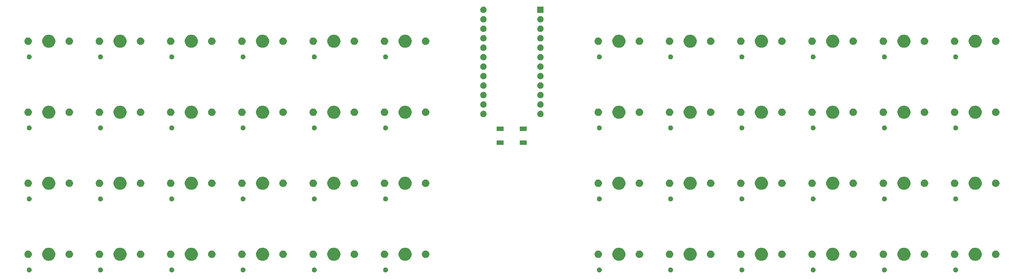
<source format=gts>
G04 #@! TF.GenerationSoftware,KiCad,Pcbnew,(5.1.5)-3*
G04 #@! TF.CreationDate,2020-01-17T10:26:36-06:00*
G04 #@! TF.ProjectId,starter-ortho,73746172-7465-4722-9d6f-7274686f2e6b,rev?*
G04 #@! TF.SameCoordinates,Original*
G04 #@! TF.FileFunction,Soldermask,Top*
G04 #@! TF.FilePolarity,Negative*
%FSLAX46Y46*%
G04 Gerber Fmt 4.6, Leading zero omitted, Abs format (unit mm)*
G04 Created by KiCad (PCBNEW (5.1.5)-3) date 2020-01-17 10:26:36*
%MOMM*%
%LPD*%
G04 APERTURE LIST*
%ADD10C,0.020000*%
G04 APERTURE END LIST*
D10*
G36*
X267829390Y-85933517D02*
G01*
X267947864Y-85982591D01*
X268054488Y-86053835D01*
X268145165Y-86144512D01*
X268216409Y-86251136D01*
X268265483Y-86369610D01*
X268290500Y-86495382D01*
X268290500Y-86623618D01*
X268265483Y-86749390D01*
X268216409Y-86867864D01*
X268145165Y-86974488D01*
X268054488Y-87065165D01*
X267947864Y-87136409D01*
X267947863Y-87136410D01*
X267947862Y-87136410D01*
X267829390Y-87185483D01*
X267703619Y-87210500D01*
X267575381Y-87210500D01*
X267449610Y-87185483D01*
X267331138Y-87136410D01*
X267331137Y-87136410D01*
X267331136Y-87136409D01*
X267224512Y-87065165D01*
X267133835Y-86974488D01*
X267062591Y-86867864D01*
X267013517Y-86749390D01*
X266988500Y-86623618D01*
X266988500Y-86495382D01*
X267013517Y-86369610D01*
X267062591Y-86251136D01*
X267133835Y-86144512D01*
X267224512Y-86053835D01*
X267331136Y-85982591D01*
X267449610Y-85933517D01*
X267575381Y-85908500D01*
X267703619Y-85908500D01*
X267829390Y-85933517D01*
G37*
G36*
X248779390Y-85933517D02*
G01*
X248897864Y-85982591D01*
X249004488Y-86053835D01*
X249095165Y-86144512D01*
X249166409Y-86251136D01*
X249215483Y-86369610D01*
X249240500Y-86495382D01*
X249240500Y-86623618D01*
X249215483Y-86749390D01*
X249166409Y-86867864D01*
X249095165Y-86974488D01*
X249004488Y-87065165D01*
X248897864Y-87136409D01*
X248897863Y-87136410D01*
X248897862Y-87136410D01*
X248779390Y-87185483D01*
X248653619Y-87210500D01*
X248525381Y-87210500D01*
X248399610Y-87185483D01*
X248281138Y-87136410D01*
X248281137Y-87136410D01*
X248281136Y-87136409D01*
X248174512Y-87065165D01*
X248083835Y-86974488D01*
X248012591Y-86867864D01*
X247963517Y-86749390D01*
X247938500Y-86623618D01*
X247938500Y-86495382D01*
X247963517Y-86369610D01*
X248012591Y-86251136D01*
X248083835Y-86144512D01*
X248174512Y-86053835D01*
X248281136Y-85982591D01*
X248399610Y-85933517D01*
X248525381Y-85908500D01*
X248653619Y-85908500D01*
X248779390Y-85933517D01*
G37*
G36*
X20179390Y-85933517D02*
G01*
X20297864Y-85982591D01*
X20404488Y-86053835D01*
X20495165Y-86144512D01*
X20566409Y-86251136D01*
X20615483Y-86369610D01*
X20640500Y-86495382D01*
X20640500Y-86623618D01*
X20615483Y-86749390D01*
X20566409Y-86867864D01*
X20495165Y-86974488D01*
X20404488Y-87065165D01*
X20297864Y-87136409D01*
X20297863Y-87136410D01*
X20297862Y-87136410D01*
X20179390Y-87185483D01*
X20053619Y-87210500D01*
X19925381Y-87210500D01*
X19799610Y-87185483D01*
X19681138Y-87136410D01*
X19681137Y-87136410D01*
X19681136Y-87136409D01*
X19574512Y-87065165D01*
X19483835Y-86974488D01*
X19412591Y-86867864D01*
X19363517Y-86749390D01*
X19338500Y-86623618D01*
X19338500Y-86495382D01*
X19363517Y-86369610D01*
X19412591Y-86251136D01*
X19483835Y-86144512D01*
X19574512Y-86053835D01*
X19681136Y-85982591D01*
X19799610Y-85933517D01*
X19925381Y-85908500D01*
X20053619Y-85908500D01*
X20179390Y-85933517D01*
G37*
G36*
X39229390Y-85933517D02*
G01*
X39347864Y-85982591D01*
X39454488Y-86053835D01*
X39545165Y-86144512D01*
X39616409Y-86251136D01*
X39665483Y-86369610D01*
X39690500Y-86495382D01*
X39690500Y-86623618D01*
X39665483Y-86749390D01*
X39616409Y-86867864D01*
X39545165Y-86974488D01*
X39454488Y-87065165D01*
X39347864Y-87136409D01*
X39347863Y-87136410D01*
X39347862Y-87136410D01*
X39229390Y-87185483D01*
X39103619Y-87210500D01*
X38975381Y-87210500D01*
X38849610Y-87185483D01*
X38731138Y-87136410D01*
X38731137Y-87136410D01*
X38731136Y-87136409D01*
X38624512Y-87065165D01*
X38533835Y-86974488D01*
X38462591Y-86867864D01*
X38413517Y-86749390D01*
X38388500Y-86623618D01*
X38388500Y-86495382D01*
X38413517Y-86369610D01*
X38462591Y-86251136D01*
X38533835Y-86144512D01*
X38624512Y-86053835D01*
X38731136Y-85982591D01*
X38849610Y-85933517D01*
X38975381Y-85908500D01*
X39103619Y-85908500D01*
X39229390Y-85933517D01*
G37*
G36*
X58279390Y-85933517D02*
G01*
X58397864Y-85982591D01*
X58504488Y-86053835D01*
X58595165Y-86144512D01*
X58666409Y-86251136D01*
X58715483Y-86369610D01*
X58740500Y-86495382D01*
X58740500Y-86623618D01*
X58715483Y-86749390D01*
X58666409Y-86867864D01*
X58595165Y-86974488D01*
X58504488Y-87065165D01*
X58397864Y-87136409D01*
X58397863Y-87136410D01*
X58397862Y-87136410D01*
X58279390Y-87185483D01*
X58153619Y-87210500D01*
X58025381Y-87210500D01*
X57899610Y-87185483D01*
X57781138Y-87136410D01*
X57781137Y-87136410D01*
X57781136Y-87136409D01*
X57674512Y-87065165D01*
X57583835Y-86974488D01*
X57512591Y-86867864D01*
X57463517Y-86749390D01*
X57438500Y-86623618D01*
X57438500Y-86495382D01*
X57463517Y-86369610D01*
X57512591Y-86251136D01*
X57583835Y-86144512D01*
X57674512Y-86053835D01*
X57781136Y-85982591D01*
X57899610Y-85933517D01*
X58025381Y-85908500D01*
X58153619Y-85908500D01*
X58279390Y-85933517D01*
G37*
G36*
X77329390Y-85933517D02*
G01*
X77447864Y-85982591D01*
X77554488Y-86053835D01*
X77645165Y-86144512D01*
X77716409Y-86251136D01*
X77765483Y-86369610D01*
X77790500Y-86495382D01*
X77790500Y-86623618D01*
X77765483Y-86749390D01*
X77716409Y-86867864D01*
X77645165Y-86974488D01*
X77554488Y-87065165D01*
X77447864Y-87136409D01*
X77447863Y-87136410D01*
X77447862Y-87136410D01*
X77329390Y-87185483D01*
X77203619Y-87210500D01*
X77075381Y-87210500D01*
X76949610Y-87185483D01*
X76831138Y-87136410D01*
X76831137Y-87136410D01*
X76831136Y-87136409D01*
X76724512Y-87065165D01*
X76633835Y-86974488D01*
X76562591Y-86867864D01*
X76513517Y-86749390D01*
X76488500Y-86623618D01*
X76488500Y-86495382D01*
X76513517Y-86369610D01*
X76562591Y-86251136D01*
X76633835Y-86144512D01*
X76724512Y-86053835D01*
X76831136Y-85982591D01*
X76949610Y-85933517D01*
X77075381Y-85908500D01*
X77203619Y-85908500D01*
X77329390Y-85933517D01*
G37*
G36*
X96379390Y-85933517D02*
G01*
X96497864Y-85982591D01*
X96604488Y-86053835D01*
X96695165Y-86144512D01*
X96766409Y-86251136D01*
X96815483Y-86369610D01*
X96840500Y-86495382D01*
X96840500Y-86623618D01*
X96815483Y-86749390D01*
X96766409Y-86867864D01*
X96695165Y-86974488D01*
X96604488Y-87065165D01*
X96497864Y-87136409D01*
X96497863Y-87136410D01*
X96497862Y-87136410D01*
X96379390Y-87185483D01*
X96253619Y-87210500D01*
X96125381Y-87210500D01*
X95999610Y-87185483D01*
X95881138Y-87136410D01*
X95881137Y-87136410D01*
X95881136Y-87136409D01*
X95774512Y-87065165D01*
X95683835Y-86974488D01*
X95612591Y-86867864D01*
X95563517Y-86749390D01*
X95538500Y-86623618D01*
X95538500Y-86495382D01*
X95563517Y-86369610D01*
X95612591Y-86251136D01*
X95683835Y-86144512D01*
X95774512Y-86053835D01*
X95881136Y-85982591D01*
X95999610Y-85933517D01*
X96125381Y-85908500D01*
X96253619Y-85908500D01*
X96379390Y-85933517D01*
G37*
G36*
X115429390Y-85933517D02*
G01*
X115547864Y-85982591D01*
X115654488Y-86053835D01*
X115745165Y-86144512D01*
X115816409Y-86251136D01*
X115865483Y-86369610D01*
X115890500Y-86495382D01*
X115890500Y-86623618D01*
X115865483Y-86749390D01*
X115816409Y-86867864D01*
X115745165Y-86974488D01*
X115654488Y-87065165D01*
X115547864Y-87136409D01*
X115547863Y-87136410D01*
X115547862Y-87136410D01*
X115429390Y-87185483D01*
X115303619Y-87210500D01*
X115175381Y-87210500D01*
X115049610Y-87185483D01*
X114931138Y-87136410D01*
X114931137Y-87136410D01*
X114931136Y-87136409D01*
X114824512Y-87065165D01*
X114733835Y-86974488D01*
X114662591Y-86867864D01*
X114613517Y-86749390D01*
X114588500Y-86623618D01*
X114588500Y-86495382D01*
X114613517Y-86369610D01*
X114662591Y-86251136D01*
X114733835Y-86144512D01*
X114824512Y-86053835D01*
X114931136Y-85982591D01*
X115049610Y-85933517D01*
X115175381Y-85908500D01*
X115303619Y-85908500D01*
X115429390Y-85933517D01*
G37*
G36*
X172579390Y-85933517D02*
G01*
X172697864Y-85982591D01*
X172804488Y-86053835D01*
X172895165Y-86144512D01*
X172966409Y-86251136D01*
X173015483Y-86369610D01*
X173040500Y-86495382D01*
X173040500Y-86623618D01*
X173015483Y-86749390D01*
X172966409Y-86867864D01*
X172895165Y-86974488D01*
X172804488Y-87065165D01*
X172697864Y-87136409D01*
X172697863Y-87136410D01*
X172697862Y-87136410D01*
X172579390Y-87185483D01*
X172453619Y-87210500D01*
X172325381Y-87210500D01*
X172199610Y-87185483D01*
X172081138Y-87136410D01*
X172081137Y-87136410D01*
X172081136Y-87136409D01*
X171974512Y-87065165D01*
X171883835Y-86974488D01*
X171812591Y-86867864D01*
X171763517Y-86749390D01*
X171738500Y-86623618D01*
X171738500Y-86495382D01*
X171763517Y-86369610D01*
X171812591Y-86251136D01*
X171883835Y-86144512D01*
X171974512Y-86053835D01*
X172081136Y-85982591D01*
X172199610Y-85933517D01*
X172325381Y-85908500D01*
X172453619Y-85908500D01*
X172579390Y-85933517D01*
G37*
G36*
X191629390Y-85933517D02*
G01*
X191747864Y-85982591D01*
X191854488Y-86053835D01*
X191945165Y-86144512D01*
X192016409Y-86251136D01*
X192065483Y-86369610D01*
X192090500Y-86495382D01*
X192090500Y-86623618D01*
X192065483Y-86749390D01*
X192016409Y-86867864D01*
X191945165Y-86974488D01*
X191854488Y-87065165D01*
X191747864Y-87136409D01*
X191747863Y-87136410D01*
X191747862Y-87136410D01*
X191629390Y-87185483D01*
X191503619Y-87210500D01*
X191375381Y-87210500D01*
X191249610Y-87185483D01*
X191131138Y-87136410D01*
X191131137Y-87136410D01*
X191131136Y-87136409D01*
X191024512Y-87065165D01*
X190933835Y-86974488D01*
X190862591Y-86867864D01*
X190813517Y-86749390D01*
X190788500Y-86623618D01*
X190788500Y-86495382D01*
X190813517Y-86369610D01*
X190862591Y-86251136D01*
X190933835Y-86144512D01*
X191024512Y-86053835D01*
X191131136Y-85982591D01*
X191249610Y-85933517D01*
X191375381Y-85908500D01*
X191503619Y-85908500D01*
X191629390Y-85933517D01*
G37*
G36*
X210679390Y-85933517D02*
G01*
X210797864Y-85982591D01*
X210904488Y-86053835D01*
X210995165Y-86144512D01*
X211066409Y-86251136D01*
X211115483Y-86369610D01*
X211140500Y-86495382D01*
X211140500Y-86623618D01*
X211115483Y-86749390D01*
X211066409Y-86867864D01*
X210995165Y-86974488D01*
X210904488Y-87065165D01*
X210797864Y-87136409D01*
X210797863Y-87136410D01*
X210797862Y-87136410D01*
X210679390Y-87185483D01*
X210553619Y-87210500D01*
X210425381Y-87210500D01*
X210299610Y-87185483D01*
X210181138Y-87136410D01*
X210181137Y-87136410D01*
X210181136Y-87136409D01*
X210074512Y-87065165D01*
X209983835Y-86974488D01*
X209912591Y-86867864D01*
X209863517Y-86749390D01*
X209838500Y-86623618D01*
X209838500Y-86495382D01*
X209863517Y-86369610D01*
X209912591Y-86251136D01*
X209983835Y-86144512D01*
X210074512Y-86053835D01*
X210181136Y-85982591D01*
X210299610Y-85933517D01*
X210425381Y-85908500D01*
X210553619Y-85908500D01*
X210679390Y-85933517D01*
G37*
G36*
X229729390Y-85933517D02*
G01*
X229847864Y-85982591D01*
X229954488Y-86053835D01*
X230045165Y-86144512D01*
X230116409Y-86251136D01*
X230165483Y-86369610D01*
X230190500Y-86495382D01*
X230190500Y-86623618D01*
X230165483Y-86749390D01*
X230116409Y-86867864D01*
X230045165Y-86974488D01*
X229954488Y-87065165D01*
X229847864Y-87136409D01*
X229847863Y-87136410D01*
X229847862Y-87136410D01*
X229729390Y-87185483D01*
X229603619Y-87210500D01*
X229475381Y-87210500D01*
X229349610Y-87185483D01*
X229231138Y-87136410D01*
X229231137Y-87136410D01*
X229231136Y-87136409D01*
X229124512Y-87065165D01*
X229033835Y-86974488D01*
X228962591Y-86867864D01*
X228913517Y-86749390D01*
X228888500Y-86623618D01*
X228888500Y-86495382D01*
X228913517Y-86369610D01*
X228962591Y-86251136D01*
X229033835Y-86144512D01*
X229124512Y-86053835D01*
X229231136Y-85982591D01*
X229349610Y-85933517D01*
X229475381Y-85908500D01*
X229603619Y-85908500D01*
X229729390Y-85933517D01*
G37*
G36*
X216107485Y-80653360D02*
G01*
X216220248Y-80675790D01*
X216352241Y-80730463D01*
X216538908Y-80807783D01*
X216825696Y-80999409D01*
X217069591Y-81243304D01*
X217261217Y-81530092D01*
X217338537Y-81716759D01*
X217393210Y-81848752D01*
X217400490Y-81885351D01*
X217460500Y-82187040D01*
X217460500Y-82531960D01*
X217415640Y-82757485D01*
X217400490Y-82833651D01*
X217393210Y-82870247D01*
X217261217Y-83188908D01*
X217069591Y-83475696D01*
X216825696Y-83719591D01*
X216538908Y-83911217D01*
X216352241Y-83988537D01*
X216220248Y-84043210D01*
X216107485Y-84065640D01*
X215881960Y-84110500D01*
X215537040Y-84110500D01*
X215311515Y-84065640D01*
X215198752Y-84043210D01*
X215066759Y-83988537D01*
X214880092Y-83911217D01*
X214593304Y-83719591D01*
X214349409Y-83475696D01*
X214157783Y-83188908D01*
X214025790Y-82870247D01*
X214018511Y-82833651D01*
X214003360Y-82757485D01*
X213958500Y-82531960D01*
X213958500Y-82187040D01*
X214018510Y-81885351D01*
X214025790Y-81848752D01*
X214080463Y-81716759D01*
X214157783Y-81530092D01*
X214349409Y-81243304D01*
X214593304Y-80999409D01*
X214880092Y-80807783D01*
X215066759Y-80730463D01*
X215198752Y-80675790D01*
X215311515Y-80653360D01*
X215537040Y-80608500D01*
X215881960Y-80608500D01*
X216107485Y-80653360D01*
G37*
G36*
X235157485Y-80653360D02*
G01*
X235270248Y-80675790D01*
X235402241Y-80730463D01*
X235588908Y-80807783D01*
X235875696Y-80999409D01*
X236119591Y-81243304D01*
X236311217Y-81530092D01*
X236388537Y-81716759D01*
X236443210Y-81848752D01*
X236450490Y-81885351D01*
X236510500Y-82187040D01*
X236510500Y-82531960D01*
X236465640Y-82757485D01*
X236450490Y-82833651D01*
X236443210Y-82870247D01*
X236311217Y-83188908D01*
X236119591Y-83475696D01*
X235875696Y-83719591D01*
X235588908Y-83911217D01*
X235402241Y-83988537D01*
X235270248Y-84043210D01*
X235157485Y-84065640D01*
X234931960Y-84110500D01*
X234587040Y-84110500D01*
X234361515Y-84065640D01*
X234248752Y-84043210D01*
X234116759Y-83988537D01*
X233930092Y-83911217D01*
X233643304Y-83719591D01*
X233399409Y-83475696D01*
X233207783Y-83188908D01*
X233075790Y-82870247D01*
X233068511Y-82833651D01*
X233053360Y-82757485D01*
X233008500Y-82531960D01*
X233008500Y-82187040D01*
X233068510Y-81885351D01*
X233075790Y-81848752D01*
X233130463Y-81716759D01*
X233207783Y-81530092D01*
X233399409Y-81243304D01*
X233643304Y-80999409D01*
X233930092Y-80807783D01*
X234116759Y-80730463D01*
X234248752Y-80675790D01*
X234361515Y-80653360D01*
X234587040Y-80608500D01*
X234931960Y-80608500D01*
X235157485Y-80653360D01*
G37*
G36*
X197057485Y-80653360D02*
G01*
X197170248Y-80675790D01*
X197302241Y-80730463D01*
X197488908Y-80807783D01*
X197775696Y-80999409D01*
X198019591Y-81243304D01*
X198211217Y-81530092D01*
X198288537Y-81716759D01*
X198343210Y-81848752D01*
X198350490Y-81885351D01*
X198410500Y-82187040D01*
X198410500Y-82531960D01*
X198365640Y-82757485D01*
X198350490Y-82833651D01*
X198343210Y-82870247D01*
X198211217Y-83188908D01*
X198019591Y-83475696D01*
X197775696Y-83719591D01*
X197488908Y-83911217D01*
X197302241Y-83988537D01*
X197170248Y-84043210D01*
X197057485Y-84065640D01*
X196831960Y-84110500D01*
X196487040Y-84110500D01*
X196261515Y-84065640D01*
X196148752Y-84043210D01*
X196016759Y-83988537D01*
X195830092Y-83911217D01*
X195543304Y-83719591D01*
X195299409Y-83475696D01*
X195107783Y-83188908D01*
X194975790Y-82870247D01*
X194968511Y-82833651D01*
X194953360Y-82757485D01*
X194908500Y-82531960D01*
X194908500Y-82187040D01*
X194968510Y-81885351D01*
X194975790Y-81848752D01*
X195030463Y-81716759D01*
X195107783Y-81530092D01*
X195299409Y-81243304D01*
X195543304Y-80999409D01*
X195830092Y-80807783D01*
X196016759Y-80730463D01*
X196148752Y-80675790D01*
X196261515Y-80653360D01*
X196487040Y-80608500D01*
X196831960Y-80608500D01*
X197057485Y-80653360D01*
G37*
G36*
X178007485Y-80653360D02*
G01*
X178120248Y-80675790D01*
X178252241Y-80730463D01*
X178438908Y-80807783D01*
X178725696Y-80999409D01*
X178969591Y-81243304D01*
X179161217Y-81530092D01*
X179238537Y-81716759D01*
X179293210Y-81848752D01*
X179300490Y-81885351D01*
X179360500Y-82187040D01*
X179360500Y-82531960D01*
X179315640Y-82757485D01*
X179300490Y-82833651D01*
X179293210Y-82870247D01*
X179161217Y-83188908D01*
X178969591Y-83475696D01*
X178725696Y-83719591D01*
X178438908Y-83911217D01*
X178252241Y-83988537D01*
X178120248Y-84043210D01*
X178007485Y-84065640D01*
X177781960Y-84110500D01*
X177437040Y-84110500D01*
X177211515Y-84065640D01*
X177098752Y-84043210D01*
X176966759Y-83988537D01*
X176780092Y-83911217D01*
X176493304Y-83719591D01*
X176249409Y-83475696D01*
X176057783Y-83188908D01*
X175925790Y-82870247D01*
X175918511Y-82833651D01*
X175903360Y-82757485D01*
X175858500Y-82531960D01*
X175858500Y-82187040D01*
X175918510Y-81885351D01*
X175925790Y-81848752D01*
X175980463Y-81716759D01*
X176057783Y-81530092D01*
X176249409Y-81243304D01*
X176493304Y-80999409D01*
X176780092Y-80807783D01*
X176966759Y-80730463D01*
X177098752Y-80675790D01*
X177211515Y-80653360D01*
X177437040Y-80608500D01*
X177781960Y-80608500D01*
X178007485Y-80653360D01*
G37*
G36*
X120857485Y-80653360D02*
G01*
X120970248Y-80675790D01*
X121102241Y-80730463D01*
X121288908Y-80807783D01*
X121575696Y-80999409D01*
X121819591Y-81243304D01*
X122011217Y-81530092D01*
X122088537Y-81716759D01*
X122143210Y-81848752D01*
X122150490Y-81885351D01*
X122210500Y-82187040D01*
X122210500Y-82531960D01*
X122165640Y-82757485D01*
X122150490Y-82833651D01*
X122143210Y-82870247D01*
X122011217Y-83188908D01*
X121819591Y-83475696D01*
X121575696Y-83719591D01*
X121288908Y-83911217D01*
X121102241Y-83988537D01*
X120970248Y-84043210D01*
X120857485Y-84065640D01*
X120631960Y-84110500D01*
X120287040Y-84110500D01*
X120061515Y-84065640D01*
X119948752Y-84043210D01*
X119816759Y-83988537D01*
X119630092Y-83911217D01*
X119343304Y-83719591D01*
X119099409Y-83475696D01*
X118907783Y-83188908D01*
X118775790Y-82870247D01*
X118768511Y-82833651D01*
X118753360Y-82757485D01*
X118708500Y-82531960D01*
X118708500Y-82187040D01*
X118768510Y-81885351D01*
X118775790Y-81848752D01*
X118830463Y-81716759D01*
X118907783Y-81530092D01*
X119099409Y-81243304D01*
X119343304Y-80999409D01*
X119630092Y-80807783D01*
X119816759Y-80730463D01*
X119948752Y-80675790D01*
X120061515Y-80653360D01*
X120287040Y-80608500D01*
X120631960Y-80608500D01*
X120857485Y-80653360D01*
G37*
G36*
X101807485Y-80653360D02*
G01*
X101920248Y-80675790D01*
X102052241Y-80730463D01*
X102238908Y-80807783D01*
X102525696Y-80999409D01*
X102769591Y-81243304D01*
X102961217Y-81530092D01*
X103038537Y-81716759D01*
X103093210Y-81848752D01*
X103100490Y-81885351D01*
X103160500Y-82187040D01*
X103160500Y-82531960D01*
X103115640Y-82757485D01*
X103100490Y-82833651D01*
X103093210Y-82870247D01*
X102961217Y-83188908D01*
X102769591Y-83475696D01*
X102525696Y-83719591D01*
X102238908Y-83911217D01*
X102052241Y-83988537D01*
X101920248Y-84043210D01*
X101807485Y-84065640D01*
X101581960Y-84110500D01*
X101237040Y-84110500D01*
X101011515Y-84065640D01*
X100898752Y-84043210D01*
X100766759Y-83988537D01*
X100580092Y-83911217D01*
X100293304Y-83719591D01*
X100049409Y-83475696D01*
X99857783Y-83188908D01*
X99725790Y-82870247D01*
X99718511Y-82833651D01*
X99703360Y-82757485D01*
X99658500Y-82531960D01*
X99658500Y-82187040D01*
X99718510Y-81885351D01*
X99725790Y-81848752D01*
X99780463Y-81716759D01*
X99857783Y-81530092D01*
X100049409Y-81243304D01*
X100293304Y-80999409D01*
X100580092Y-80807783D01*
X100766759Y-80730463D01*
X100898752Y-80675790D01*
X101011515Y-80653360D01*
X101237040Y-80608500D01*
X101581960Y-80608500D01*
X101807485Y-80653360D01*
G37*
G36*
X82757485Y-80653360D02*
G01*
X82870248Y-80675790D01*
X83002241Y-80730463D01*
X83188908Y-80807783D01*
X83475696Y-80999409D01*
X83719591Y-81243304D01*
X83911217Y-81530092D01*
X83988537Y-81716759D01*
X84043210Y-81848752D01*
X84050490Y-81885351D01*
X84110500Y-82187040D01*
X84110500Y-82531960D01*
X84065640Y-82757485D01*
X84050490Y-82833651D01*
X84043210Y-82870247D01*
X83911217Y-83188908D01*
X83719591Y-83475696D01*
X83475696Y-83719591D01*
X83188908Y-83911217D01*
X83002241Y-83988537D01*
X82870248Y-84043210D01*
X82757485Y-84065640D01*
X82531960Y-84110500D01*
X82187040Y-84110500D01*
X81961515Y-84065640D01*
X81848752Y-84043210D01*
X81716759Y-83988537D01*
X81530092Y-83911217D01*
X81243304Y-83719591D01*
X80999409Y-83475696D01*
X80807783Y-83188908D01*
X80675790Y-82870247D01*
X80668511Y-82833651D01*
X80653360Y-82757485D01*
X80608500Y-82531960D01*
X80608500Y-82187040D01*
X80668510Y-81885351D01*
X80675790Y-81848752D01*
X80730463Y-81716759D01*
X80807783Y-81530092D01*
X80999409Y-81243304D01*
X81243304Y-80999409D01*
X81530092Y-80807783D01*
X81716759Y-80730463D01*
X81848752Y-80675790D01*
X81961515Y-80653360D01*
X82187040Y-80608500D01*
X82531960Y-80608500D01*
X82757485Y-80653360D01*
G37*
G36*
X25607485Y-80653360D02*
G01*
X25720248Y-80675790D01*
X25852241Y-80730463D01*
X26038908Y-80807783D01*
X26325696Y-80999409D01*
X26569591Y-81243304D01*
X26761217Y-81530092D01*
X26838537Y-81716759D01*
X26893210Y-81848752D01*
X26900490Y-81885351D01*
X26960500Y-82187040D01*
X26960500Y-82531960D01*
X26915640Y-82757485D01*
X26900490Y-82833651D01*
X26893210Y-82870247D01*
X26761217Y-83188908D01*
X26569591Y-83475696D01*
X26325696Y-83719591D01*
X26038908Y-83911217D01*
X25852241Y-83988537D01*
X25720248Y-84043210D01*
X25607485Y-84065640D01*
X25381960Y-84110500D01*
X25037040Y-84110500D01*
X24811515Y-84065640D01*
X24698752Y-84043210D01*
X24566759Y-83988537D01*
X24380092Y-83911217D01*
X24093304Y-83719591D01*
X23849409Y-83475696D01*
X23657783Y-83188908D01*
X23525790Y-82870247D01*
X23518511Y-82833651D01*
X23503360Y-82757485D01*
X23458500Y-82531960D01*
X23458500Y-82187040D01*
X23518510Y-81885351D01*
X23525790Y-81848752D01*
X23580463Y-81716759D01*
X23657783Y-81530092D01*
X23849409Y-81243304D01*
X24093304Y-80999409D01*
X24380092Y-80807783D01*
X24566759Y-80730463D01*
X24698752Y-80675790D01*
X24811515Y-80653360D01*
X25037040Y-80608500D01*
X25381960Y-80608500D01*
X25607485Y-80653360D01*
G37*
G36*
X63707485Y-80653360D02*
G01*
X63820248Y-80675790D01*
X63952241Y-80730463D01*
X64138908Y-80807783D01*
X64425696Y-80999409D01*
X64669591Y-81243304D01*
X64861217Y-81530092D01*
X64938537Y-81716759D01*
X64993210Y-81848752D01*
X65000490Y-81885351D01*
X65060500Y-82187040D01*
X65060500Y-82531960D01*
X65015640Y-82757485D01*
X65000490Y-82833651D01*
X64993210Y-82870247D01*
X64861217Y-83188908D01*
X64669591Y-83475696D01*
X64425696Y-83719591D01*
X64138908Y-83911217D01*
X63952241Y-83988537D01*
X63820248Y-84043210D01*
X63707485Y-84065640D01*
X63481960Y-84110500D01*
X63137040Y-84110500D01*
X62911515Y-84065640D01*
X62798752Y-84043210D01*
X62666759Y-83988537D01*
X62480092Y-83911217D01*
X62193304Y-83719591D01*
X61949409Y-83475696D01*
X61757783Y-83188908D01*
X61625790Y-82870247D01*
X61618511Y-82833651D01*
X61603360Y-82757485D01*
X61558500Y-82531960D01*
X61558500Y-82187040D01*
X61618510Y-81885351D01*
X61625790Y-81848752D01*
X61680463Y-81716759D01*
X61757783Y-81530092D01*
X61949409Y-81243304D01*
X62193304Y-80999409D01*
X62480092Y-80807783D01*
X62666759Y-80730463D01*
X62798752Y-80675790D01*
X62911515Y-80653360D01*
X63137040Y-80608500D01*
X63481960Y-80608500D01*
X63707485Y-80653360D01*
G37*
G36*
X273257485Y-80653360D02*
G01*
X273370248Y-80675790D01*
X273502241Y-80730463D01*
X273688908Y-80807783D01*
X273975696Y-80999409D01*
X274219591Y-81243304D01*
X274411217Y-81530092D01*
X274488537Y-81716759D01*
X274543210Y-81848752D01*
X274550490Y-81885351D01*
X274610500Y-82187040D01*
X274610500Y-82531960D01*
X274565640Y-82757485D01*
X274550490Y-82833651D01*
X274543210Y-82870247D01*
X274411217Y-83188908D01*
X274219591Y-83475696D01*
X273975696Y-83719591D01*
X273688908Y-83911217D01*
X273502241Y-83988537D01*
X273370248Y-84043210D01*
X273257485Y-84065640D01*
X273031960Y-84110500D01*
X272687040Y-84110500D01*
X272461515Y-84065640D01*
X272348752Y-84043210D01*
X272216759Y-83988537D01*
X272030092Y-83911217D01*
X271743304Y-83719591D01*
X271499409Y-83475696D01*
X271307783Y-83188908D01*
X271175790Y-82870247D01*
X271168511Y-82833651D01*
X271153360Y-82757485D01*
X271108500Y-82531960D01*
X271108500Y-82187040D01*
X271168510Y-81885351D01*
X271175790Y-81848752D01*
X271230463Y-81716759D01*
X271307783Y-81530092D01*
X271499409Y-81243304D01*
X271743304Y-80999409D01*
X272030092Y-80807783D01*
X272216759Y-80730463D01*
X272348752Y-80675790D01*
X272461515Y-80653360D01*
X272687040Y-80608500D01*
X273031960Y-80608500D01*
X273257485Y-80653360D01*
G37*
G36*
X254207485Y-80653360D02*
G01*
X254320248Y-80675790D01*
X254452241Y-80730463D01*
X254638908Y-80807783D01*
X254925696Y-80999409D01*
X255169591Y-81243304D01*
X255361217Y-81530092D01*
X255438537Y-81716759D01*
X255493210Y-81848752D01*
X255500490Y-81885351D01*
X255560500Y-82187040D01*
X255560500Y-82531960D01*
X255515640Y-82757485D01*
X255500490Y-82833651D01*
X255493210Y-82870247D01*
X255361217Y-83188908D01*
X255169591Y-83475696D01*
X254925696Y-83719591D01*
X254638908Y-83911217D01*
X254452241Y-83988537D01*
X254320248Y-84043210D01*
X254207485Y-84065640D01*
X253981960Y-84110500D01*
X253637040Y-84110500D01*
X253411515Y-84065640D01*
X253298752Y-84043210D01*
X253166759Y-83988537D01*
X252980092Y-83911217D01*
X252693304Y-83719591D01*
X252449409Y-83475696D01*
X252257783Y-83188908D01*
X252125790Y-82870247D01*
X252118511Y-82833651D01*
X252103360Y-82757485D01*
X252058500Y-82531960D01*
X252058500Y-82187040D01*
X252118510Y-81885351D01*
X252125790Y-81848752D01*
X252180463Y-81716759D01*
X252257783Y-81530092D01*
X252449409Y-81243304D01*
X252693304Y-80999409D01*
X252980092Y-80807783D01*
X253166759Y-80730463D01*
X253298752Y-80675790D01*
X253411515Y-80653360D01*
X253637040Y-80608500D01*
X253981960Y-80608500D01*
X254207485Y-80653360D01*
G37*
G36*
X44657485Y-80653360D02*
G01*
X44770248Y-80675790D01*
X44902241Y-80730463D01*
X45088908Y-80807783D01*
X45375696Y-80999409D01*
X45619591Y-81243304D01*
X45811217Y-81530092D01*
X45888537Y-81716759D01*
X45943210Y-81848752D01*
X45950490Y-81885351D01*
X46010500Y-82187040D01*
X46010500Y-82531960D01*
X45965640Y-82757485D01*
X45950490Y-82833651D01*
X45943210Y-82870247D01*
X45811217Y-83188908D01*
X45619591Y-83475696D01*
X45375696Y-83719591D01*
X45088908Y-83911217D01*
X44902241Y-83988537D01*
X44770248Y-84043210D01*
X44657485Y-84065640D01*
X44431960Y-84110500D01*
X44087040Y-84110500D01*
X43861515Y-84065640D01*
X43748752Y-84043210D01*
X43616759Y-83988537D01*
X43430092Y-83911217D01*
X43143304Y-83719591D01*
X42899409Y-83475696D01*
X42707783Y-83188908D01*
X42575790Y-82870247D01*
X42568511Y-82833651D01*
X42553360Y-82757485D01*
X42508500Y-82531960D01*
X42508500Y-82187040D01*
X42568510Y-81885351D01*
X42575790Y-81848752D01*
X42630463Y-81716759D01*
X42707783Y-81530092D01*
X42899409Y-81243304D01*
X43143304Y-80999409D01*
X43430092Y-80807783D01*
X43616759Y-80730463D01*
X43748752Y-80675790D01*
X43861515Y-80653360D01*
X44087040Y-80608500D01*
X44431960Y-80608500D01*
X44657485Y-80653360D01*
G37*
G36*
X210404785Y-81377734D02*
G01*
X210501481Y-81396968D01*
X210683651Y-81472426D01*
X210847600Y-81581973D01*
X210987027Y-81721400D01*
X211096574Y-81885349D01*
X211172032Y-82067519D01*
X211210500Y-82260910D01*
X211210500Y-82458090D01*
X211172032Y-82651481D01*
X211096574Y-82833651D01*
X210987027Y-82997600D01*
X210847600Y-83137027D01*
X210683651Y-83246574D01*
X210501481Y-83322032D01*
X210404785Y-83341266D01*
X210308091Y-83360500D01*
X210110909Y-83360500D01*
X210014215Y-83341266D01*
X209917519Y-83322032D01*
X209735349Y-83246574D01*
X209571400Y-83137027D01*
X209431973Y-82997600D01*
X209322426Y-82833651D01*
X209246968Y-82651481D01*
X209208500Y-82458090D01*
X209208500Y-82260910D01*
X209246968Y-82067519D01*
X209322426Y-81885349D01*
X209431973Y-81721400D01*
X209571400Y-81581973D01*
X209735349Y-81472426D01*
X209917519Y-81396968D01*
X210014215Y-81377734D01*
X210110909Y-81358500D01*
X210308091Y-81358500D01*
X210404785Y-81377734D01*
G37*
G36*
X172304785Y-81377734D02*
G01*
X172401481Y-81396968D01*
X172583651Y-81472426D01*
X172747600Y-81581973D01*
X172887027Y-81721400D01*
X172996574Y-81885349D01*
X173072032Y-82067519D01*
X173110500Y-82260910D01*
X173110500Y-82458090D01*
X173072032Y-82651481D01*
X172996574Y-82833651D01*
X172887027Y-82997600D01*
X172747600Y-83137027D01*
X172583651Y-83246574D01*
X172401481Y-83322032D01*
X172304785Y-83341266D01*
X172208091Y-83360500D01*
X172010909Y-83360500D01*
X171914215Y-83341266D01*
X171817519Y-83322032D01*
X171635349Y-83246574D01*
X171471400Y-83137027D01*
X171331973Y-82997600D01*
X171222426Y-82833651D01*
X171146968Y-82651481D01*
X171108500Y-82458090D01*
X171108500Y-82260910D01*
X171146968Y-82067519D01*
X171222426Y-81885349D01*
X171331973Y-81721400D01*
X171471400Y-81581973D01*
X171635349Y-81472426D01*
X171817519Y-81396968D01*
X171914215Y-81377734D01*
X172010909Y-81358500D01*
X172208091Y-81358500D01*
X172304785Y-81377734D01*
G37*
G36*
X77054785Y-81377734D02*
G01*
X77151481Y-81396968D01*
X77333651Y-81472426D01*
X77497600Y-81581973D01*
X77637027Y-81721400D01*
X77746574Y-81885349D01*
X77822032Y-82067519D01*
X77860500Y-82260910D01*
X77860500Y-82458090D01*
X77822032Y-82651481D01*
X77746574Y-82833651D01*
X77637027Y-82997600D01*
X77497600Y-83137027D01*
X77333651Y-83246574D01*
X77151481Y-83322032D01*
X77054785Y-83341266D01*
X76958091Y-83360500D01*
X76760909Y-83360500D01*
X76664215Y-83341266D01*
X76567519Y-83322032D01*
X76385349Y-83246574D01*
X76221400Y-83137027D01*
X76081973Y-82997600D01*
X75972426Y-82833651D01*
X75896968Y-82651481D01*
X75858500Y-82458090D01*
X75858500Y-82260910D01*
X75896968Y-82067519D01*
X75972426Y-81885349D01*
X76081973Y-81721400D01*
X76221400Y-81581973D01*
X76385349Y-81472426D01*
X76567519Y-81396968D01*
X76664215Y-81377734D01*
X76760909Y-81358500D01*
X76958091Y-81358500D01*
X77054785Y-81377734D01*
G37*
G36*
X69004785Y-81377734D02*
G01*
X69101481Y-81396968D01*
X69283651Y-81472426D01*
X69447600Y-81581973D01*
X69587027Y-81721400D01*
X69696574Y-81885349D01*
X69772032Y-82067519D01*
X69810500Y-82260910D01*
X69810500Y-82458090D01*
X69772032Y-82651481D01*
X69696574Y-82833651D01*
X69587027Y-82997600D01*
X69447600Y-83137027D01*
X69283651Y-83246574D01*
X69101481Y-83322032D01*
X69004785Y-83341266D01*
X68908091Y-83360500D01*
X68710909Y-83360500D01*
X68614215Y-83341266D01*
X68517519Y-83322032D01*
X68335349Y-83246574D01*
X68171400Y-83137027D01*
X68031973Y-82997600D01*
X67922426Y-82833651D01*
X67846968Y-82651481D01*
X67808500Y-82458090D01*
X67808500Y-82260910D01*
X67846968Y-82067519D01*
X67922426Y-81885349D01*
X68031973Y-81721400D01*
X68171400Y-81581973D01*
X68335349Y-81472426D01*
X68517519Y-81396968D01*
X68614215Y-81377734D01*
X68710909Y-81358500D01*
X68908091Y-81358500D01*
X69004785Y-81377734D01*
G37*
G36*
X58004785Y-81377734D02*
G01*
X58101481Y-81396968D01*
X58283651Y-81472426D01*
X58447600Y-81581973D01*
X58587027Y-81721400D01*
X58696574Y-81885349D01*
X58772032Y-82067519D01*
X58810500Y-82260910D01*
X58810500Y-82458090D01*
X58772032Y-82651481D01*
X58696574Y-82833651D01*
X58587027Y-82997600D01*
X58447600Y-83137027D01*
X58283651Y-83246574D01*
X58101481Y-83322032D01*
X58004785Y-83341266D01*
X57908091Y-83360500D01*
X57710909Y-83360500D01*
X57614215Y-83341266D01*
X57517519Y-83322032D01*
X57335349Y-83246574D01*
X57171400Y-83137027D01*
X57031973Y-82997600D01*
X56922426Y-82833651D01*
X56846968Y-82651481D01*
X56808500Y-82458090D01*
X56808500Y-82260910D01*
X56846968Y-82067519D01*
X56922426Y-81885349D01*
X57031973Y-81721400D01*
X57171400Y-81581973D01*
X57335349Y-81472426D01*
X57517519Y-81396968D01*
X57614215Y-81377734D01*
X57710909Y-81358500D01*
X57908091Y-81358500D01*
X58004785Y-81377734D01*
G37*
G36*
X88054785Y-81377734D02*
G01*
X88151481Y-81396968D01*
X88333651Y-81472426D01*
X88497600Y-81581973D01*
X88637027Y-81721400D01*
X88746574Y-81885349D01*
X88822032Y-82067519D01*
X88860500Y-82260910D01*
X88860500Y-82458090D01*
X88822032Y-82651481D01*
X88746574Y-82833651D01*
X88637027Y-82997600D01*
X88497600Y-83137027D01*
X88333651Y-83246574D01*
X88151481Y-83322032D01*
X88054785Y-83341266D01*
X87958091Y-83360500D01*
X87760909Y-83360500D01*
X87664215Y-83341266D01*
X87567519Y-83322032D01*
X87385349Y-83246574D01*
X87221400Y-83137027D01*
X87081973Y-82997600D01*
X86972426Y-82833651D01*
X86896968Y-82651481D01*
X86858500Y-82458090D01*
X86858500Y-82260910D01*
X86896968Y-82067519D01*
X86972426Y-81885349D01*
X87081973Y-81721400D01*
X87221400Y-81581973D01*
X87385349Y-81472426D01*
X87567519Y-81396968D01*
X87664215Y-81377734D01*
X87760909Y-81358500D01*
X87958091Y-81358500D01*
X88054785Y-81377734D01*
G37*
G36*
X221404785Y-81377734D02*
G01*
X221501481Y-81396968D01*
X221683651Y-81472426D01*
X221847600Y-81581973D01*
X221987027Y-81721400D01*
X222096574Y-81885349D01*
X222172032Y-82067519D01*
X222210500Y-82260910D01*
X222210500Y-82458090D01*
X222172032Y-82651481D01*
X222096574Y-82833651D01*
X221987027Y-82997600D01*
X221847600Y-83137027D01*
X221683651Y-83246574D01*
X221501481Y-83322032D01*
X221404785Y-83341266D01*
X221308091Y-83360500D01*
X221110909Y-83360500D01*
X221014215Y-83341266D01*
X220917519Y-83322032D01*
X220735349Y-83246574D01*
X220571400Y-83137027D01*
X220431973Y-82997600D01*
X220322426Y-82833651D01*
X220246968Y-82651481D01*
X220208500Y-82458090D01*
X220208500Y-82260910D01*
X220246968Y-82067519D01*
X220322426Y-81885349D01*
X220431973Y-81721400D01*
X220571400Y-81581973D01*
X220735349Y-81472426D01*
X220917519Y-81396968D01*
X221014215Y-81377734D01*
X221110909Y-81358500D01*
X221308091Y-81358500D01*
X221404785Y-81377734D01*
G37*
G36*
X96104785Y-81377734D02*
G01*
X96201481Y-81396968D01*
X96383651Y-81472426D01*
X96547600Y-81581973D01*
X96687027Y-81721400D01*
X96796574Y-81885349D01*
X96872032Y-82067519D01*
X96910500Y-82260910D01*
X96910500Y-82458090D01*
X96872032Y-82651481D01*
X96796574Y-82833651D01*
X96687027Y-82997600D01*
X96547600Y-83137027D01*
X96383651Y-83246574D01*
X96201481Y-83322032D01*
X96104785Y-83341266D01*
X96008091Y-83360500D01*
X95810909Y-83360500D01*
X95714215Y-83341266D01*
X95617519Y-83322032D01*
X95435349Y-83246574D01*
X95271400Y-83137027D01*
X95131973Y-82997600D01*
X95022426Y-82833651D01*
X94946968Y-82651481D01*
X94908500Y-82458090D01*
X94908500Y-82260910D01*
X94946968Y-82067519D01*
X95022426Y-81885349D01*
X95131973Y-81721400D01*
X95271400Y-81581973D01*
X95435349Y-81472426D01*
X95617519Y-81396968D01*
X95714215Y-81377734D01*
X95810909Y-81358500D01*
X96008091Y-81358500D01*
X96104785Y-81377734D01*
G37*
G36*
X38954785Y-81377734D02*
G01*
X39051481Y-81396968D01*
X39233651Y-81472426D01*
X39397600Y-81581973D01*
X39537027Y-81721400D01*
X39646574Y-81885349D01*
X39722032Y-82067519D01*
X39760500Y-82260910D01*
X39760500Y-82458090D01*
X39722032Y-82651481D01*
X39646574Y-82833651D01*
X39537027Y-82997600D01*
X39397600Y-83137027D01*
X39233651Y-83246574D01*
X39051481Y-83322032D01*
X38954785Y-83341266D01*
X38858091Y-83360500D01*
X38660909Y-83360500D01*
X38564215Y-83341266D01*
X38467519Y-83322032D01*
X38285349Y-83246574D01*
X38121400Y-83137027D01*
X37981973Y-82997600D01*
X37872426Y-82833651D01*
X37796968Y-82651481D01*
X37758500Y-82458090D01*
X37758500Y-82260910D01*
X37796968Y-82067519D01*
X37872426Y-81885349D01*
X37981973Y-81721400D01*
X38121400Y-81581973D01*
X38285349Y-81472426D01*
X38467519Y-81396968D01*
X38564215Y-81377734D01*
X38660909Y-81358500D01*
X38858091Y-81358500D01*
X38954785Y-81377734D01*
G37*
G36*
X229454785Y-81377734D02*
G01*
X229551481Y-81396968D01*
X229733651Y-81472426D01*
X229897600Y-81581973D01*
X230037027Y-81721400D01*
X230146574Y-81885349D01*
X230222032Y-82067519D01*
X230260500Y-82260910D01*
X230260500Y-82458090D01*
X230222032Y-82651481D01*
X230146574Y-82833651D01*
X230037027Y-82997600D01*
X229897600Y-83137027D01*
X229733651Y-83246574D01*
X229551481Y-83322032D01*
X229454785Y-83341266D01*
X229358091Y-83360500D01*
X229160909Y-83360500D01*
X229064215Y-83341266D01*
X228967519Y-83322032D01*
X228785349Y-83246574D01*
X228621400Y-83137027D01*
X228481973Y-82997600D01*
X228372426Y-82833651D01*
X228296968Y-82651481D01*
X228258500Y-82458090D01*
X228258500Y-82260910D01*
X228296968Y-82067519D01*
X228372426Y-81885349D01*
X228481973Y-81721400D01*
X228621400Y-81581973D01*
X228785349Y-81472426D01*
X228967519Y-81396968D01*
X229064215Y-81377734D01*
X229160909Y-81358500D01*
X229358091Y-81358500D01*
X229454785Y-81377734D01*
G37*
G36*
X30904785Y-81377734D02*
G01*
X31001481Y-81396968D01*
X31183651Y-81472426D01*
X31347600Y-81581973D01*
X31487027Y-81721400D01*
X31596574Y-81885349D01*
X31672032Y-82067519D01*
X31710500Y-82260910D01*
X31710500Y-82458090D01*
X31672032Y-82651481D01*
X31596574Y-82833651D01*
X31487027Y-82997600D01*
X31347600Y-83137027D01*
X31183651Y-83246574D01*
X31001481Y-83322032D01*
X30904785Y-83341266D01*
X30808091Y-83360500D01*
X30610909Y-83360500D01*
X30514215Y-83341266D01*
X30417519Y-83322032D01*
X30235349Y-83246574D01*
X30071400Y-83137027D01*
X29931973Y-82997600D01*
X29822426Y-82833651D01*
X29746968Y-82651481D01*
X29708500Y-82458090D01*
X29708500Y-82260910D01*
X29746968Y-82067519D01*
X29822426Y-81885349D01*
X29931973Y-81721400D01*
X30071400Y-81581973D01*
X30235349Y-81472426D01*
X30417519Y-81396968D01*
X30514215Y-81377734D01*
X30610909Y-81358500D01*
X30808091Y-81358500D01*
X30904785Y-81377734D01*
G37*
G36*
X19904785Y-81377734D02*
G01*
X20001481Y-81396968D01*
X20183651Y-81472426D01*
X20347600Y-81581973D01*
X20487027Y-81721400D01*
X20596574Y-81885349D01*
X20672032Y-82067519D01*
X20710500Y-82260910D01*
X20710500Y-82458090D01*
X20672032Y-82651481D01*
X20596574Y-82833651D01*
X20487027Y-82997600D01*
X20347600Y-83137027D01*
X20183651Y-83246574D01*
X20001481Y-83322032D01*
X19904785Y-83341266D01*
X19808091Y-83360500D01*
X19610909Y-83360500D01*
X19514215Y-83341266D01*
X19417519Y-83322032D01*
X19235349Y-83246574D01*
X19071400Y-83137027D01*
X18931973Y-82997600D01*
X18822426Y-82833651D01*
X18746968Y-82651481D01*
X18708500Y-82458090D01*
X18708500Y-82260910D01*
X18746968Y-82067519D01*
X18822426Y-81885349D01*
X18931973Y-81721400D01*
X19071400Y-81581973D01*
X19235349Y-81472426D01*
X19417519Y-81396968D01*
X19514215Y-81377734D01*
X19610909Y-81358500D01*
X19808091Y-81358500D01*
X19904785Y-81377734D01*
G37*
G36*
X248504785Y-81377734D02*
G01*
X248601481Y-81396968D01*
X248783651Y-81472426D01*
X248947600Y-81581973D01*
X249087027Y-81721400D01*
X249196574Y-81885349D01*
X249272032Y-82067519D01*
X249310500Y-82260910D01*
X249310500Y-82458090D01*
X249272032Y-82651481D01*
X249196574Y-82833651D01*
X249087027Y-82997600D01*
X248947600Y-83137027D01*
X248783651Y-83246574D01*
X248601481Y-83322032D01*
X248504785Y-83341266D01*
X248408091Y-83360500D01*
X248210909Y-83360500D01*
X248114215Y-83341266D01*
X248017519Y-83322032D01*
X247835349Y-83246574D01*
X247671400Y-83137027D01*
X247531973Y-82997600D01*
X247422426Y-82833651D01*
X247346968Y-82651481D01*
X247308500Y-82458090D01*
X247308500Y-82260910D01*
X247346968Y-82067519D01*
X247422426Y-81885349D01*
X247531973Y-81721400D01*
X247671400Y-81581973D01*
X247835349Y-81472426D01*
X248017519Y-81396968D01*
X248114215Y-81377734D01*
X248210909Y-81358500D01*
X248408091Y-81358500D01*
X248504785Y-81377734D01*
G37*
G36*
X240454785Y-81377734D02*
G01*
X240551481Y-81396968D01*
X240733651Y-81472426D01*
X240897600Y-81581973D01*
X241037027Y-81721400D01*
X241146574Y-81885349D01*
X241222032Y-82067519D01*
X241260500Y-82260910D01*
X241260500Y-82458090D01*
X241222032Y-82651481D01*
X241146574Y-82833651D01*
X241037027Y-82997600D01*
X240897600Y-83137027D01*
X240733651Y-83246574D01*
X240551481Y-83322032D01*
X240454785Y-83341266D01*
X240358091Y-83360500D01*
X240160909Y-83360500D01*
X240064215Y-83341266D01*
X239967519Y-83322032D01*
X239785349Y-83246574D01*
X239621400Y-83137027D01*
X239481973Y-82997600D01*
X239372426Y-82833651D01*
X239296968Y-82651481D01*
X239258500Y-82458090D01*
X239258500Y-82260910D01*
X239296968Y-82067519D01*
X239372426Y-81885349D01*
X239481973Y-81721400D01*
X239621400Y-81581973D01*
X239785349Y-81472426D01*
X239967519Y-81396968D01*
X240064215Y-81377734D01*
X240160909Y-81358500D01*
X240358091Y-81358500D01*
X240454785Y-81377734D01*
G37*
G36*
X107104785Y-81377734D02*
G01*
X107201481Y-81396968D01*
X107383651Y-81472426D01*
X107547600Y-81581973D01*
X107687027Y-81721400D01*
X107796574Y-81885349D01*
X107872032Y-82067519D01*
X107910500Y-82260910D01*
X107910500Y-82458090D01*
X107872032Y-82651481D01*
X107796574Y-82833651D01*
X107687027Y-82997600D01*
X107547600Y-83137027D01*
X107383651Y-83246574D01*
X107201481Y-83322032D01*
X107104785Y-83341266D01*
X107008091Y-83360500D01*
X106810909Y-83360500D01*
X106714215Y-83341266D01*
X106617519Y-83322032D01*
X106435349Y-83246574D01*
X106271400Y-83137027D01*
X106131973Y-82997600D01*
X106022426Y-82833651D01*
X105946968Y-82651481D01*
X105908500Y-82458090D01*
X105908500Y-82260910D01*
X105946968Y-82067519D01*
X106022426Y-81885349D01*
X106131973Y-81721400D01*
X106271400Y-81581973D01*
X106435349Y-81472426D01*
X106617519Y-81396968D01*
X106714215Y-81377734D01*
X106810909Y-81358500D01*
X107008091Y-81358500D01*
X107104785Y-81377734D01*
G37*
G36*
X115154785Y-81377734D02*
G01*
X115251481Y-81396968D01*
X115433651Y-81472426D01*
X115597600Y-81581973D01*
X115737027Y-81721400D01*
X115846574Y-81885349D01*
X115922032Y-82067519D01*
X115960500Y-82260910D01*
X115960500Y-82458090D01*
X115922032Y-82651481D01*
X115846574Y-82833651D01*
X115737027Y-82997600D01*
X115597600Y-83137027D01*
X115433651Y-83246574D01*
X115251481Y-83322032D01*
X115154785Y-83341266D01*
X115058091Y-83360500D01*
X114860909Y-83360500D01*
X114764215Y-83341266D01*
X114667519Y-83322032D01*
X114485349Y-83246574D01*
X114321400Y-83137027D01*
X114181973Y-82997600D01*
X114072426Y-82833651D01*
X113996968Y-82651481D01*
X113958500Y-82458090D01*
X113958500Y-82260910D01*
X113996968Y-82067519D01*
X114072426Y-81885349D01*
X114181973Y-81721400D01*
X114321400Y-81581973D01*
X114485349Y-81472426D01*
X114667519Y-81396968D01*
X114764215Y-81377734D01*
X114860909Y-81358500D01*
X115058091Y-81358500D01*
X115154785Y-81377734D01*
G37*
G36*
X126154785Y-81377734D02*
G01*
X126251481Y-81396968D01*
X126433651Y-81472426D01*
X126597600Y-81581973D01*
X126737027Y-81721400D01*
X126846574Y-81885349D01*
X126922032Y-82067519D01*
X126960500Y-82260910D01*
X126960500Y-82458090D01*
X126922032Y-82651481D01*
X126846574Y-82833651D01*
X126737027Y-82997600D01*
X126597600Y-83137027D01*
X126433651Y-83246574D01*
X126251481Y-83322032D01*
X126154785Y-83341266D01*
X126058091Y-83360500D01*
X125860909Y-83360500D01*
X125764215Y-83341266D01*
X125667519Y-83322032D01*
X125485349Y-83246574D01*
X125321400Y-83137027D01*
X125181973Y-82997600D01*
X125072426Y-82833651D01*
X124996968Y-82651481D01*
X124958500Y-82458090D01*
X124958500Y-82260910D01*
X124996968Y-82067519D01*
X125072426Y-81885349D01*
X125181973Y-81721400D01*
X125321400Y-81581973D01*
X125485349Y-81472426D01*
X125667519Y-81396968D01*
X125764215Y-81377734D01*
X125860909Y-81358500D01*
X126058091Y-81358500D01*
X126154785Y-81377734D01*
G37*
G36*
X259504785Y-81377734D02*
G01*
X259601481Y-81396968D01*
X259783651Y-81472426D01*
X259947600Y-81581973D01*
X260087027Y-81721400D01*
X260196574Y-81885349D01*
X260272032Y-82067519D01*
X260310500Y-82260910D01*
X260310500Y-82458090D01*
X260272032Y-82651481D01*
X260196574Y-82833651D01*
X260087027Y-82997600D01*
X259947600Y-83137027D01*
X259783651Y-83246574D01*
X259601481Y-83322032D01*
X259504785Y-83341266D01*
X259408091Y-83360500D01*
X259210909Y-83360500D01*
X259114215Y-83341266D01*
X259017519Y-83322032D01*
X258835349Y-83246574D01*
X258671400Y-83137027D01*
X258531973Y-82997600D01*
X258422426Y-82833651D01*
X258346968Y-82651481D01*
X258308500Y-82458090D01*
X258308500Y-82260910D01*
X258346968Y-82067519D01*
X258422426Y-81885349D01*
X258531973Y-81721400D01*
X258671400Y-81581973D01*
X258835349Y-81472426D01*
X259017519Y-81396968D01*
X259114215Y-81377734D01*
X259210909Y-81358500D01*
X259408091Y-81358500D01*
X259504785Y-81377734D01*
G37*
G36*
X202354785Y-81377734D02*
G01*
X202451481Y-81396968D01*
X202633651Y-81472426D01*
X202797600Y-81581973D01*
X202937027Y-81721400D01*
X203046574Y-81885349D01*
X203122032Y-82067519D01*
X203160500Y-82260910D01*
X203160500Y-82458090D01*
X203122032Y-82651481D01*
X203046574Y-82833651D01*
X202937027Y-82997600D01*
X202797600Y-83137027D01*
X202633651Y-83246574D01*
X202451481Y-83322032D01*
X202354785Y-83341266D01*
X202258091Y-83360500D01*
X202060909Y-83360500D01*
X201964215Y-83341266D01*
X201867519Y-83322032D01*
X201685349Y-83246574D01*
X201521400Y-83137027D01*
X201381973Y-82997600D01*
X201272426Y-82833651D01*
X201196968Y-82651481D01*
X201158500Y-82458090D01*
X201158500Y-82260910D01*
X201196968Y-82067519D01*
X201272426Y-81885349D01*
X201381973Y-81721400D01*
X201521400Y-81581973D01*
X201685349Y-81472426D01*
X201867519Y-81396968D01*
X201964215Y-81377734D01*
X202060909Y-81358500D01*
X202258091Y-81358500D01*
X202354785Y-81377734D01*
G37*
G36*
X267554785Y-81377734D02*
G01*
X267651481Y-81396968D01*
X267833651Y-81472426D01*
X267997600Y-81581973D01*
X268137027Y-81721400D01*
X268246574Y-81885349D01*
X268322032Y-82067519D01*
X268360500Y-82260910D01*
X268360500Y-82458090D01*
X268322032Y-82651481D01*
X268246574Y-82833651D01*
X268137027Y-82997600D01*
X267997600Y-83137027D01*
X267833651Y-83246574D01*
X267651481Y-83322032D01*
X267554785Y-83341266D01*
X267458091Y-83360500D01*
X267260909Y-83360500D01*
X267164215Y-83341266D01*
X267067519Y-83322032D01*
X266885349Y-83246574D01*
X266721400Y-83137027D01*
X266581973Y-82997600D01*
X266472426Y-82833651D01*
X266396968Y-82651481D01*
X266358500Y-82458090D01*
X266358500Y-82260910D01*
X266396968Y-82067519D01*
X266472426Y-81885349D01*
X266581973Y-81721400D01*
X266721400Y-81581973D01*
X266885349Y-81472426D01*
X267067519Y-81396968D01*
X267164215Y-81377734D01*
X267260909Y-81358500D01*
X267458091Y-81358500D01*
X267554785Y-81377734D01*
G37*
G36*
X49954785Y-81377734D02*
G01*
X50051481Y-81396968D01*
X50233651Y-81472426D01*
X50397600Y-81581973D01*
X50537027Y-81721400D01*
X50646574Y-81885349D01*
X50722032Y-82067519D01*
X50760500Y-82260910D01*
X50760500Y-82458090D01*
X50722032Y-82651481D01*
X50646574Y-82833651D01*
X50537027Y-82997600D01*
X50397600Y-83137027D01*
X50233651Y-83246574D01*
X50051481Y-83322032D01*
X49954785Y-83341266D01*
X49858091Y-83360500D01*
X49660909Y-83360500D01*
X49564215Y-83341266D01*
X49467519Y-83322032D01*
X49285349Y-83246574D01*
X49121400Y-83137027D01*
X48981973Y-82997600D01*
X48872426Y-82833651D01*
X48796968Y-82651481D01*
X48758500Y-82458090D01*
X48758500Y-82260910D01*
X48796968Y-82067519D01*
X48872426Y-81885349D01*
X48981973Y-81721400D01*
X49121400Y-81581973D01*
X49285349Y-81472426D01*
X49467519Y-81396968D01*
X49564215Y-81377734D01*
X49660909Y-81358500D01*
X49858091Y-81358500D01*
X49954785Y-81377734D01*
G37*
G36*
X183304785Y-81377734D02*
G01*
X183401481Y-81396968D01*
X183583651Y-81472426D01*
X183747600Y-81581973D01*
X183887027Y-81721400D01*
X183996574Y-81885349D01*
X184072032Y-82067519D01*
X184110500Y-82260910D01*
X184110500Y-82458090D01*
X184072032Y-82651481D01*
X183996574Y-82833651D01*
X183887027Y-82997600D01*
X183747600Y-83137027D01*
X183583651Y-83246574D01*
X183401481Y-83322032D01*
X183304785Y-83341266D01*
X183208091Y-83360500D01*
X183010909Y-83360500D01*
X182914215Y-83341266D01*
X182817519Y-83322032D01*
X182635349Y-83246574D01*
X182471400Y-83137027D01*
X182331973Y-82997600D01*
X182222426Y-82833651D01*
X182146968Y-82651481D01*
X182108500Y-82458090D01*
X182108500Y-82260910D01*
X182146968Y-82067519D01*
X182222426Y-81885349D01*
X182331973Y-81721400D01*
X182471400Y-81581973D01*
X182635349Y-81472426D01*
X182817519Y-81396968D01*
X182914215Y-81377734D01*
X183010909Y-81358500D01*
X183208091Y-81358500D01*
X183304785Y-81377734D01*
G37*
G36*
X278554785Y-81377734D02*
G01*
X278651481Y-81396968D01*
X278833651Y-81472426D01*
X278997600Y-81581973D01*
X279137027Y-81721400D01*
X279246574Y-81885349D01*
X279322032Y-82067519D01*
X279360500Y-82260910D01*
X279360500Y-82458090D01*
X279322032Y-82651481D01*
X279246574Y-82833651D01*
X279137027Y-82997600D01*
X278997600Y-83137027D01*
X278833651Y-83246574D01*
X278651481Y-83322032D01*
X278554785Y-83341266D01*
X278458091Y-83360500D01*
X278260909Y-83360500D01*
X278164215Y-83341266D01*
X278067519Y-83322032D01*
X277885349Y-83246574D01*
X277721400Y-83137027D01*
X277581973Y-82997600D01*
X277472426Y-82833651D01*
X277396968Y-82651481D01*
X277358500Y-82458090D01*
X277358500Y-82260910D01*
X277396968Y-82067519D01*
X277472426Y-81885349D01*
X277581973Y-81721400D01*
X277721400Y-81581973D01*
X277885349Y-81472426D01*
X278067519Y-81396968D01*
X278164215Y-81377734D01*
X278260909Y-81358500D01*
X278458091Y-81358500D01*
X278554785Y-81377734D01*
G37*
G36*
X191354785Y-81377734D02*
G01*
X191451481Y-81396968D01*
X191633651Y-81472426D01*
X191797600Y-81581973D01*
X191937027Y-81721400D01*
X192046574Y-81885349D01*
X192122032Y-82067519D01*
X192160500Y-82260910D01*
X192160500Y-82458090D01*
X192122032Y-82651481D01*
X192046574Y-82833651D01*
X191937027Y-82997600D01*
X191797600Y-83137027D01*
X191633651Y-83246574D01*
X191451481Y-83322032D01*
X191354785Y-83341266D01*
X191258091Y-83360500D01*
X191060909Y-83360500D01*
X190964215Y-83341266D01*
X190867519Y-83322032D01*
X190685349Y-83246574D01*
X190521400Y-83137027D01*
X190381973Y-82997600D01*
X190272426Y-82833651D01*
X190196968Y-82651481D01*
X190158500Y-82458090D01*
X190158500Y-82260910D01*
X190196968Y-82067519D01*
X190272426Y-81885349D01*
X190381973Y-81721400D01*
X190521400Y-81581973D01*
X190685349Y-81472426D01*
X190867519Y-81396968D01*
X190964215Y-81377734D01*
X191060909Y-81358500D01*
X191258091Y-81358500D01*
X191354785Y-81377734D01*
G37*
G36*
X229729390Y-66883517D02*
G01*
X229847864Y-66932591D01*
X229954488Y-67003835D01*
X230045165Y-67094512D01*
X230116409Y-67201136D01*
X230165483Y-67319610D01*
X230190500Y-67445382D01*
X230190500Y-67573618D01*
X230165483Y-67699390D01*
X230116409Y-67817864D01*
X230045165Y-67924488D01*
X229954488Y-68015165D01*
X229847864Y-68086409D01*
X229847863Y-68086410D01*
X229847862Y-68086410D01*
X229729390Y-68135483D01*
X229603619Y-68160500D01*
X229475381Y-68160500D01*
X229349610Y-68135483D01*
X229231138Y-68086410D01*
X229231137Y-68086410D01*
X229231136Y-68086409D01*
X229124512Y-68015165D01*
X229033835Y-67924488D01*
X228962591Y-67817864D01*
X228913517Y-67699390D01*
X228888500Y-67573618D01*
X228888500Y-67445382D01*
X228913517Y-67319610D01*
X228962591Y-67201136D01*
X229033835Y-67094512D01*
X229124512Y-67003835D01*
X229231136Y-66932591D01*
X229349610Y-66883517D01*
X229475381Y-66858500D01*
X229603619Y-66858500D01*
X229729390Y-66883517D01*
G37*
G36*
X248779390Y-66883517D02*
G01*
X248897864Y-66932591D01*
X249004488Y-67003835D01*
X249095165Y-67094512D01*
X249166409Y-67201136D01*
X249215483Y-67319610D01*
X249240500Y-67445382D01*
X249240500Y-67573618D01*
X249215483Y-67699390D01*
X249166409Y-67817864D01*
X249095165Y-67924488D01*
X249004488Y-68015165D01*
X248897864Y-68086409D01*
X248897863Y-68086410D01*
X248897862Y-68086410D01*
X248779390Y-68135483D01*
X248653619Y-68160500D01*
X248525381Y-68160500D01*
X248399610Y-68135483D01*
X248281138Y-68086410D01*
X248281137Y-68086410D01*
X248281136Y-68086409D01*
X248174512Y-68015165D01*
X248083835Y-67924488D01*
X248012591Y-67817864D01*
X247963517Y-67699390D01*
X247938500Y-67573618D01*
X247938500Y-67445382D01*
X247963517Y-67319610D01*
X248012591Y-67201136D01*
X248083835Y-67094512D01*
X248174512Y-67003835D01*
X248281136Y-66932591D01*
X248399610Y-66883517D01*
X248525381Y-66858500D01*
X248653619Y-66858500D01*
X248779390Y-66883517D01*
G37*
G36*
X267829390Y-66883517D02*
G01*
X267947864Y-66932591D01*
X268054488Y-67003835D01*
X268145165Y-67094512D01*
X268216409Y-67201136D01*
X268265483Y-67319610D01*
X268290500Y-67445382D01*
X268290500Y-67573618D01*
X268265483Y-67699390D01*
X268216409Y-67817864D01*
X268145165Y-67924488D01*
X268054488Y-68015165D01*
X267947864Y-68086409D01*
X267947863Y-68086410D01*
X267947862Y-68086410D01*
X267829390Y-68135483D01*
X267703619Y-68160500D01*
X267575381Y-68160500D01*
X267449610Y-68135483D01*
X267331138Y-68086410D01*
X267331137Y-68086410D01*
X267331136Y-68086409D01*
X267224512Y-68015165D01*
X267133835Y-67924488D01*
X267062591Y-67817864D01*
X267013517Y-67699390D01*
X266988500Y-67573618D01*
X266988500Y-67445382D01*
X267013517Y-67319610D01*
X267062591Y-67201136D01*
X267133835Y-67094512D01*
X267224512Y-67003835D01*
X267331136Y-66932591D01*
X267449610Y-66883517D01*
X267575381Y-66858500D01*
X267703619Y-66858500D01*
X267829390Y-66883517D01*
G37*
G36*
X58279390Y-66883517D02*
G01*
X58397864Y-66932591D01*
X58504488Y-67003835D01*
X58595165Y-67094512D01*
X58666409Y-67201136D01*
X58715483Y-67319610D01*
X58740500Y-67445382D01*
X58740500Y-67573618D01*
X58715483Y-67699390D01*
X58666409Y-67817864D01*
X58595165Y-67924488D01*
X58504488Y-68015165D01*
X58397864Y-68086409D01*
X58397863Y-68086410D01*
X58397862Y-68086410D01*
X58279390Y-68135483D01*
X58153619Y-68160500D01*
X58025381Y-68160500D01*
X57899610Y-68135483D01*
X57781138Y-68086410D01*
X57781137Y-68086410D01*
X57781136Y-68086409D01*
X57674512Y-68015165D01*
X57583835Y-67924488D01*
X57512591Y-67817864D01*
X57463517Y-67699390D01*
X57438500Y-67573618D01*
X57438500Y-67445382D01*
X57463517Y-67319610D01*
X57512591Y-67201136D01*
X57583835Y-67094512D01*
X57674512Y-67003835D01*
X57781136Y-66932591D01*
X57899610Y-66883517D01*
X58025381Y-66858500D01*
X58153619Y-66858500D01*
X58279390Y-66883517D01*
G37*
G36*
X77329390Y-66883517D02*
G01*
X77447864Y-66932591D01*
X77554488Y-67003835D01*
X77645165Y-67094512D01*
X77716409Y-67201136D01*
X77765483Y-67319610D01*
X77790500Y-67445382D01*
X77790500Y-67573618D01*
X77765483Y-67699390D01*
X77716409Y-67817864D01*
X77645165Y-67924488D01*
X77554488Y-68015165D01*
X77447864Y-68086409D01*
X77447863Y-68086410D01*
X77447862Y-68086410D01*
X77329390Y-68135483D01*
X77203619Y-68160500D01*
X77075381Y-68160500D01*
X76949610Y-68135483D01*
X76831138Y-68086410D01*
X76831137Y-68086410D01*
X76831136Y-68086409D01*
X76724512Y-68015165D01*
X76633835Y-67924488D01*
X76562591Y-67817864D01*
X76513517Y-67699390D01*
X76488500Y-67573618D01*
X76488500Y-67445382D01*
X76513517Y-67319610D01*
X76562591Y-67201136D01*
X76633835Y-67094512D01*
X76724512Y-67003835D01*
X76831136Y-66932591D01*
X76949610Y-66883517D01*
X77075381Y-66858500D01*
X77203619Y-66858500D01*
X77329390Y-66883517D01*
G37*
G36*
X20179390Y-66883517D02*
G01*
X20297864Y-66932591D01*
X20404488Y-67003835D01*
X20495165Y-67094512D01*
X20566409Y-67201136D01*
X20615483Y-67319610D01*
X20640500Y-67445382D01*
X20640500Y-67573618D01*
X20615483Y-67699390D01*
X20566409Y-67817864D01*
X20495165Y-67924488D01*
X20404488Y-68015165D01*
X20297864Y-68086409D01*
X20297863Y-68086410D01*
X20297862Y-68086410D01*
X20179390Y-68135483D01*
X20053619Y-68160500D01*
X19925381Y-68160500D01*
X19799610Y-68135483D01*
X19681138Y-68086410D01*
X19681137Y-68086410D01*
X19681136Y-68086409D01*
X19574512Y-68015165D01*
X19483835Y-67924488D01*
X19412591Y-67817864D01*
X19363517Y-67699390D01*
X19338500Y-67573618D01*
X19338500Y-67445382D01*
X19363517Y-67319610D01*
X19412591Y-67201136D01*
X19483835Y-67094512D01*
X19574512Y-67003835D01*
X19681136Y-66932591D01*
X19799610Y-66883517D01*
X19925381Y-66858500D01*
X20053619Y-66858500D01*
X20179390Y-66883517D01*
G37*
G36*
X210679390Y-66883517D02*
G01*
X210797864Y-66932591D01*
X210904488Y-67003835D01*
X210995165Y-67094512D01*
X211066409Y-67201136D01*
X211115483Y-67319610D01*
X211140500Y-67445382D01*
X211140500Y-67573618D01*
X211115483Y-67699390D01*
X211066409Y-67817864D01*
X210995165Y-67924488D01*
X210904488Y-68015165D01*
X210797864Y-68086409D01*
X210797863Y-68086410D01*
X210797862Y-68086410D01*
X210679390Y-68135483D01*
X210553619Y-68160500D01*
X210425381Y-68160500D01*
X210299610Y-68135483D01*
X210181138Y-68086410D01*
X210181137Y-68086410D01*
X210181136Y-68086409D01*
X210074512Y-68015165D01*
X209983835Y-67924488D01*
X209912591Y-67817864D01*
X209863517Y-67699390D01*
X209838500Y-67573618D01*
X209838500Y-67445382D01*
X209863517Y-67319610D01*
X209912591Y-67201136D01*
X209983835Y-67094512D01*
X210074512Y-67003835D01*
X210181136Y-66932591D01*
X210299610Y-66883517D01*
X210425381Y-66858500D01*
X210553619Y-66858500D01*
X210679390Y-66883517D01*
G37*
G36*
X191629390Y-66883517D02*
G01*
X191747864Y-66932591D01*
X191854488Y-67003835D01*
X191945165Y-67094512D01*
X192016409Y-67201136D01*
X192065483Y-67319610D01*
X192090500Y-67445382D01*
X192090500Y-67573618D01*
X192065483Y-67699390D01*
X192016409Y-67817864D01*
X191945165Y-67924488D01*
X191854488Y-68015165D01*
X191747864Y-68086409D01*
X191747863Y-68086410D01*
X191747862Y-68086410D01*
X191629390Y-68135483D01*
X191503619Y-68160500D01*
X191375381Y-68160500D01*
X191249610Y-68135483D01*
X191131138Y-68086410D01*
X191131137Y-68086410D01*
X191131136Y-68086409D01*
X191024512Y-68015165D01*
X190933835Y-67924488D01*
X190862591Y-67817864D01*
X190813517Y-67699390D01*
X190788500Y-67573618D01*
X190788500Y-67445382D01*
X190813517Y-67319610D01*
X190862591Y-67201136D01*
X190933835Y-67094512D01*
X191024512Y-67003835D01*
X191131136Y-66932591D01*
X191249610Y-66883517D01*
X191375381Y-66858500D01*
X191503619Y-66858500D01*
X191629390Y-66883517D01*
G37*
G36*
X39229390Y-66883517D02*
G01*
X39347864Y-66932591D01*
X39454488Y-67003835D01*
X39545165Y-67094512D01*
X39616409Y-67201136D01*
X39665483Y-67319610D01*
X39690500Y-67445382D01*
X39690500Y-67573618D01*
X39665483Y-67699390D01*
X39616409Y-67817864D01*
X39545165Y-67924488D01*
X39454488Y-68015165D01*
X39347864Y-68086409D01*
X39347863Y-68086410D01*
X39347862Y-68086410D01*
X39229390Y-68135483D01*
X39103619Y-68160500D01*
X38975381Y-68160500D01*
X38849610Y-68135483D01*
X38731138Y-68086410D01*
X38731137Y-68086410D01*
X38731136Y-68086409D01*
X38624512Y-68015165D01*
X38533835Y-67924488D01*
X38462591Y-67817864D01*
X38413517Y-67699390D01*
X38388500Y-67573618D01*
X38388500Y-67445382D01*
X38413517Y-67319610D01*
X38462591Y-67201136D01*
X38533835Y-67094512D01*
X38624512Y-67003835D01*
X38731136Y-66932591D01*
X38849610Y-66883517D01*
X38975381Y-66858500D01*
X39103619Y-66858500D01*
X39229390Y-66883517D01*
G37*
G36*
X96379390Y-66883517D02*
G01*
X96497864Y-66932591D01*
X96604488Y-67003835D01*
X96695165Y-67094512D01*
X96766409Y-67201136D01*
X96815483Y-67319610D01*
X96840500Y-67445382D01*
X96840500Y-67573618D01*
X96815483Y-67699390D01*
X96766409Y-67817864D01*
X96695165Y-67924488D01*
X96604488Y-68015165D01*
X96497864Y-68086409D01*
X96497863Y-68086410D01*
X96497862Y-68086410D01*
X96379390Y-68135483D01*
X96253619Y-68160500D01*
X96125381Y-68160500D01*
X95999610Y-68135483D01*
X95881138Y-68086410D01*
X95881137Y-68086410D01*
X95881136Y-68086409D01*
X95774512Y-68015165D01*
X95683835Y-67924488D01*
X95612591Y-67817864D01*
X95563517Y-67699390D01*
X95538500Y-67573618D01*
X95538500Y-67445382D01*
X95563517Y-67319610D01*
X95612591Y-67201136D01*
X95683835Y-67094512D01*
X95774512Y-67003835D01*
X95881136Y-66932591D01*
X95999610Y-66883517D01*
X96125381Y-66858500D01*
X96253619Y-66858500D01*
X96379390Y-66883517D01*
G37*
G36*
X172579390Y-66883517D02*
G01*
X172697864Y-66932591D01*
X172804488Y-67003835D01*
X172895165Y-67094512D01*
X172966409Y-67201136D01*
X173015483Y-67319610D01*
X173040500Y-67445382D01*
X173040500Y-67573618D01*
X173015483Y-67699390D01*
X172966409Y-67817864D01*
X172895165Y-67924488D01*
X172804488Y-68015165D01*
X172697864Y-68086409D01*
X172697863Y-68086410D01*
X172697862Y-68086410D01*
X172579390Y-68135483D01*
X172453619Y-68160500D01*
X172325381Y-68160500D01*
X172199610Y-68135483D01*
X172081138Y-68086410D01*
X172081137Y-68086410D01*
X172081136Y-68086409D01*
X171974512Y-68015165D01*
X171883835Y-67924488D01*
X171812591Y-67817864D01*
X171763517Y-67699390D01*
X171738500Y-67573618D01*
X171738500Y-67445382D01*
X171763517Y-67319610D01*
X171812591Y-67201136D01*
X171883835Y-67094512D01*
X171974512Y-67003835D01*
X172081136Y-66932591D01*
X172199610Y-66883517D01*
X172325381Y-66858500D01*
X172453619Y-66858500D01*
X172579390Y-66883517D01*
G37*
G36*
X115429390Y-66883517D02*
G01*
X115547864Y-66932591D01*
X115654488Y-67003835D01*
X115745165Y-67094512D01*
X115816409Y-67201136D01*
X115865483Y-67319610D01*
X115890500Y-67445382D01*
X115890500Y-67573618D01*
X115865483Y-67699390D01*
X115816409Y-67817864D01*
X115745165Y-67924488D01*
X115654488Y-68015165D01*
X115547864Y-68086409D01*
X115547863Y-68086410D01*
X115547862Y-68086410D01*
X115429390Y-68135483D01*
X115303619Y-68160500D01*
X115175381Y-68160500D01*
X115049610Y-68135483D01*
X114931138Y-68086410D01*
X114931137Y-68086410D01*
X114931136Y-68086409D01*
X114824512Y-68015165D01*
X114733835Y-67924488D01*
X114662591Y-67817864D01*
X114613517Y-67699390D01*
X114588500Y-67573618D01*
X114588500Y-67445382D01*
X114613517Y-67319610D01*
X114662591Y-67201136D01*
X114733835Y-67094512D01*
X114824512Y-67003835D01*
X114931136Y-66932591D01*
X115049610Y-66883517D01*
X115175381Y-66858500D01*
X115303619Y-66858500D01*
X115429390Y-66883517D01*
G37*
G36*
X25607485Y-61603360D02*
G01*
X25720248Y-61625790D01*
X25852241Y-61680463D01*
X26038908Y-61757783D01*
X26325696Y-61949409D01*
X26569591Y-62193304D01*
X26761217Y-62480092D01*
X26838537Y-62666759D01*
X26893210Y-62798752D01*
X26900490Y-62835351D01*
X26960500Y-63137040D01*
X26960500Y-63481960D01*
X26915640Y-63707485D01*
X26900490Y-63783651D01*
X26893210Y-63820247D01*
X26761217Y-64138908D01*
X26569591Y-64425696D01*
X26325696Y-64669591D01*
X26038908Y-64861217D01*
X25852241Y-64938537D01*
X25720248Y-64993210D01*
X25607485Y-65015640D01*
X25381960Y-65060500D01*
X25037040Y-65060500D01*
X24811515Y-65015640D01*
X24698752Y-64993210D01*
X24566759Y-64938537D01*
X24380092Y-64861217D01*
X24093304Y-64669591D01*
X23849409Y-64425696D01*
X23657783Y-64138908D01*
X23525790Y-63820247D01*
X23518511Y-63783651D01*
X23503360Y-63707485D01*
X23458500Y-63481960D01*
X23458500Y-63137040D01*
X23518510Y-62835351D01*
X23525790Y-62798752D01*
X23580463Y-62666759D01*
X23657783Y-62480092D01*
X23849409Y-62193304D01*
X24093304Y-61949409D01*
X24380092Y-61757783D01*
X24566759Y-61680463D01*
X24698752Y-61625790D01*
X24811515Y-61603360D01*
X25037040Y-61558500D01*
X25381960Y-61558500D01*
X25607485Y-61603360D01*
G37*
G36*
X82757485Y-61603360D02*
G01*
X82870248Y-61625790D01*
X83002241Y-61680463D01*
X83188908Y-61757783D01*
X83475696Y-61949409D01*
X83719591Y-62193304D01*
X83911217Y-62480092D01*
X83988537Y-62666759D01*
X84043210Y-62798752D01*
X84050490Y-62835351D01*
X84110500Y-63137040D01*
X84110500Y-63481960D01*
X84065640Y-63707485D01*
X84050490Y-63783651D01*
X84043210Y-63820247D01*
X83911217Y-64138908D01*
X83719591Y-64425696D01*
X83475696Y-64669591D01*
X83188908Y-64861217D01*
X83002241Y-64938537D01*
X82870248Y-64993210D01*
X82757485Y-65015640D01*
X82531960Y-65060500D01*
X82187040Y-65060500D01*
X81961515Y-65015640D01*
X81848752Y-64993210D01*
X81716759Y-64938537D01*
X81530092Y-64861217D01*
X81243304Y-64669591D01*
X80999409Y-64425696D01*
X80807783Y-64138908D01*
X80675790Y-63820247D01*
X80668511Y-63783651D01*
X80653360Y-63707485D01*
X80608500Y-63481960D01*
X80608500Y-63137040D01*
X80668510Y-62835351D01*
X80675790Y-62798752D01*
X80730463Y-62666759D01*
X80807783Y-62480092D01*
X80999409Y-62193304D01*
X81243304Y-61949409D01*
X81530092Y-61757783D01*
X81716759Y-61680463D01*
X81848752Y-61625790D01*
X81961515Y-61603360D01*
X82187040Y-61558500D01*
X82531960Y-61558500D01*
X82757485Y-61603360D01*
G37*
G36*
X44657485Y-61603360D02*
G01*
X44770248Y-61625790D01*
X44902241Y-61680463D01*
X45088908Y-61757783D01*
X45375696Y-61949409D01*
X45619591Y-62193304D01*
X45811217Y-62480092D01*
X45888537Y-62666759D01*
X45943210Y-62798752D01*
X45950490Y-62835351D01*
X46010500Y-63137040D01*
X46010500Y-63481960D01*
X45965640Y-63707485D01*
X45950490Y-63783651D01*
X45943210Y-63820247D01*
X45811217Y-64138908D01*
X45619591Y-64425696D01*
X45375696Y-64669591D01*
X45088908Y-64861217D01*
X44902241Y-64938537D01*
X44770248Y-64993210D01*
X44657485Y-65015640D01*
X44431960Y-65060500D01*
X44087040Y-65060500D01*
X43861515Y-65015640D01*
X43748752Y-64993210D01*
X43616759Y-64938537D01*
X43430092Y-64861217D01*
X43143304Y-64669591D01*
X42899409Y-64425696D01*
X42707783Y-64138908D01*
X42575790Y-63820247D01*
X42568511Y-63783651D01*
X42553360Y-63707485D01*
X42508500Y-63481960D01*
X42508500Y-63137040D01*
X42568510Y-62835351D01*
X42575790Y-62798752D01*
X42630463Y-62666759D01*
X42707783Y-62480092D01*
X42899409Y-62193304D01*
X43143304Y-61949409D01*
X43430092Y-61757783D01*
X43616759Y-61680463D01*
X43748752Y-61625790D01*
X43861515Y-61603360D01*
X44087040Y-61558500D01*
X44431960Y-61558500D01*
X44657485Y-61603360D01*
G37*
G36*
X101807485Y-61603360D02*
G01*
X101920248Y-61625790D01*
X102052241Y-61680463D01*
X102238908Y-61757783D01*
X102525696Y-61949409D01*
X102769591Y-62193304D01*
X102961217Y-62480092D01*
X103038537Y-62666759D01*
X103093210Y-62798752D01*
X103100490Y-62835351D01*
X103160500Y-63137040D01*
X103160500Y-63481960D01*
X103115640Y-63707485D01*
X103100490Y-63783651D01*
X103093210Y-63820247D01*
X102961217Y-64138908D01*
X102769591Y-64425696D01*
X102525696Y-64669591D01*
X102238908Y-64861217D01*
X102052241Y-64938537D01*
X101920248Y-64993210D01*
X101807485Y-65015640D01*
X101581960Y-65060500D01*
X101237040Y-65060500D01*
X101011515Y-65015640D01*
X100898752Y-64993210D01*
X100766759Y-64938537D01*
X100580092Y-64861217D01*
X100293304Y-64669591D01*
X100049409Y-64425696D01*
X99857783Y-64138908D01*
X99725790Y-63820247D01*
X99718511Y-63783651D01*
X99703360Y-63707485D01*
X99658500Y-63481960D01*
X99658500Y-63137040D01*
X99718510Y-62835351D01*
X99725790Y-62798752D01*
X99780463Y-62666759D01*
X99857783Y-62480092D01*
X100049409Y-62193304D01*
X100293304Y-61949409D01*
X100580092Y-61757783D01*
X100766759Y-61680463D01*
X100898752Y-61625790D01*
X101011515Y-61603360D01*
X101237040Y-61558500D01*
X101581960Y-61558500D01*
X101807485Y-61603360D01*
G37*
G36*
X120857485Y-61603360D02*
G01*
X120970248Y-61625790D01*
X121102241Y-61680463D01*
X121288908Y-61757783D01*
X121575696Y-61949409D01*
X121819591Y-62193304D01*
X122011217Y-62480092D01*
X122088537Y-62666759D01*
X122143210Y-62798752D01*
X122150490Y-62835351D01*
X122210500Y-63137040D01*
X122210500Y-63481960D01*
X122165640Y-63707485D01*
X122150490Y-63783651D01*
X122143210Y-63820247D01*
X122011217Y-64138908D01*
X121819591Y-64425696D01*
X121575696Y-64669591D01*
X121288908Y-64861217D01*
X121102241Y-64938537D01*
X120970248Y-64993210D01*
X120857485Y-65015640D01*
X120631960Y-65060500D01*
X120287040Y-65060500D01*
X120061515Y-65015640D01*
X119948752Y-64993210D01*
X119816759Y-64938537D01*
X119630092Y-64861217D01*
X119343304Y-64669591D01*
X119099409Y-64425696D01*
X118907783Y-64138908D01*
X118775790Y-63820247D01*
X118768511Y-63783651D01*
X118753360Y-63707485D01*
X118708500Y-63481960D01*
X118708500Y-63137040D01*
X118768510Y-62835351D01*
X118775790Y-62798752D01*
X118830463Y-62666759D01*
X118907783Y-62480092D01*
X119099409Y-62193304D01*
X119343304Y-61949409D01*
X119630092Y-61757783D01*
X119816759Y-61680463D01*
X119948752Y-61625790D01*
X120061515Y-61603360D01*
X120287040Y-61558500D01*
X120631960Y-61558500D01*
X120857485Y-61603360D01*
G37*
G36*
X273257485Y-61603360D02*
G01*
X273370248Y-61625790D01*
X273502241Y-61680463D01*
X273688908Y-61757783D01*
X273975696Y-61949409D01*
X274219591Y-62193304D01*
X274411217Y-62480092D01*
X274488537Y-62666759D01*
X274543210Y-62798752D01*
X274550490Y-62835351D01*
X274610500Y-63137040D01*
X274610500Y-63481960D01*
X274565640Y-63707485D01*
X274550490Y-63783651D01*
X274543210Y-63820247D01*
X274411217Y-64138908D01*
X274219591Y-64425696D01*
X273975696Y-64669591D01*
X273688908Y-64861217D01*
X273502241Y-64938537D01*
X273370248Y-64993210D01*
X273257485Y-65015640D01*
X273031960Y-65060500D01*
X272687040Y-65060500D01*
X272461515Y-65015640D01*
X272348752Y-64993210D01*
X272216759Y-64938537D01*
X272030092Y-64861217D01*
X271743304Y-64669591D01*
X271499409Y-64425696D01*
X271307783Y-64138908D01*
X271175790Y-63820247D01*
X271168511Y-63783651D01*
X271153360Y-63707485D01*
X271108500Y-63481960D01*
X271108500Y-63137040D01*
X271168510Y-62835351D01*
X271175790Y-62798752D01*
X271230463Y-62666759D01*
X271307783Y-62480092D01*
X271499409Y-62193304D01*
X271743304Y-61949409D01*
X272030092Y-61757783D01*
X272216759Y-61680463D01*
X272348752Y-61625790D01*
X272461515Y-61603360D01*
X272687040Y-61558500D01*
X273031960Y-61558500D01*
X273257485Y-61603360D01*
G37*
G36*
X254207485Y-61603360D02*
G01*
X254320248Y-61625790D01*
X254452241Y-61680463D01*
X254638908Y-61757783D01*
X254925696Y-61949409D01*
X255169591Y-62193304D01*
X255361217Y-62480092D01*
X255438537Y-62666759D01*
X255493210Y-62798752D01*
X255500490Y-62835351D01*
X255560500Y-63137040D01*
X255560500Y-63481960D01*
X255515640Y-63707485D01*
X255500490Y-63783651D01*
X255493210Y-63820247D01*
X255361217Y-64138908D01*
X255169591Y-64425696D01*
X254925696Y-64669591D01*
X254638908Y-64861217D01*
X254452241Y-64938537D01*
X254320248Y-64993210D01*
X254207485Y-65015640D01*
X253981960Y-65060500D01*
X253637040Y-65060500D01*
X253411515Y-65015640D01*
X253298752Y-64993210D01*
X253166759Y-64938537D01*
X252980092Y-64861217D01*
X252693304Y-64669591D01*
X252449409Y-64425696D01*
X252257783Y-64138908D01*
X252125790Y-63820247D01*
X252118511Y-63783651D01*
X252103360Y-63707485D01*
X252058500Y-63481960D01*
X252058500Y-63137040D01*
X252118510Y-62835351D01*
X252125790Y-62798752D01*
X252180463Y-62666759D01*
X252257783Y-62480092D01*
X252449409Y-62193304D01*
X252693304Y-61949409D01*
X252980092Y-61757783D01*
X253166759Y-61680463D01*
X253298752Y-61625790D01*
X253411515Y-61603360D01*
X253637040Y-61558500D01*
X253981960Y-61558500D01*
X254207485Y-61603360D01*
G37*
G36*
X197057485Y-61603360D02*
G01*
X197170248Y-61625790D01*
X197302241Y-61680463D01*
X197488908Y-61757783D01*
X197775696Y-61949409D01*
X198019591Y-62193304D01*
X198211217Y-62480092D01*
X198288537Y-62666759D01*
X198343210Y-62798752D01*
X198350490Y-62835351D01*
X198410500Y-63137040D01*
X198410500Y-63481960D01*
X198365640Y-63707485D01*
X198350490Y-63783651D01*
X198343210Y-63820247D01*
X198211217Y-64138908D01*
X198019591Y-64425696D01*
X197775696Y-64669591D01*
X197488908Y-64861217D01*
X197302241Y-64938537D01*
X197170248Y-64993210D01*
X197057485Y-65015640D01*
X196831960Y-65060500D01*
X196487040Y-65060500D01*
X196261515Y-65015640D01*
X196148752Y-64993210D01*
X196016759Y-64938537D01*
X195830092Y-64861217D01*
X195543304Y-64669591D01*
X195299409Y-64425696D01*
X195107783Y-64138908D01*
X194975790Y-63820247D01*
X194968511Y-63783651D01*
X194953360Y-63707485D01*
X194908500Y-63481960D01*
X194908500Y-63137040D01*
X194968510Y-62835351D01*
X194975790Y-62798752D01*
X195030463Y-62666759D01*
X195107783Y-62480092D01*
X195299409Y-62193304D01*
X195543304Y-61949409D01*
X195830092Y-61757783D01*
X196016759Y-61680463D01*
X196148752Y-61625790D01*
X196261515Y-61603360D01*
X196487040Y-61558500D01*
X196831960Y-61558500D01*
X197057485Y-61603360D01*
G37*
G36*
X178007485Y-61603360D02*
G01*
X178120248Y-61625790D01*
X178252241Y-61680463D01*
X178438908Y-61757783D01*
X178725696Y-61949409D01*
X178969591Y-62193304D01*
X179161217Y-62480092D01*
X179238537Y-62666759D01*
X179293210Y-62798752D01*
X179300490Y-62835351D01*
X179360500Y-63137040D01*
X179360500Y-63481960D01*
X179315640Y-63707485D01*
X179300490Y-63783651D01*
X179293210Y-63820247D01*
X179161217Y-64138908D01*
X178969591Y-64425696D01*
X178725696Y-64669591D01*
X178438908Y-64861217D01*
X178252241Y-64938537D01*
X178120248Y-64993210D01*
X178007485Y-65015640D01*
X177781960Y-65060500D01*
X177437040Y-65060500D01*
X177211515Y-65015640D01*
X177098752Y-64993210D01*
X176966759Y-64938537D01*
X176780092Y-64861217D01*
X176493304Y-64669591D01*
X176249409Y-64425696D01*
X176057783Y-64138908D01*
X175925790Y-63820247D01*
X175918511Y-63783651D01*
X175903360Y-63707485D01*
X175858500Y-63481960D01*
X175858500Y-63137040D01*
X175918510Y-62835351D01*
X175925790Y-62798752D01*
X175980463Y-62666759D01*
X176057783Y-62480092D01*
X176249409Y-62193304D01*
X176493304Y-61949409D01*
X176780092Y-61757783D01*
X176966759Y-61680463D01*
X177098752Y-61625790D01*
X177211515Y-61603360D01*
X177437040Y-61558500D01*
X177781960Y-61558500D01*
X178007485Y-61603360D01*
G37*
G36*
X235157485Y-61603360D02*
G01*
X235270248Y-61625790D01*
X235402241Y-61680463D01*
X235588908Y-61757783D01*
X235875696Y-61949409D01*
X236119591Y-62193304D01*
X236311217Y-62480092D01*
X236388537Y-62666759D01*
X236443210Y-62798752D01*
X236450490Y-62835351D01*
X236510500Y-63137040D01*
X236510500Y-63481960D01*
X236465640Y-63707485D01*
X236450490Y-63783651D01*
X236443210Y-63820247D01*
X236311217Y-64138908D01*
X236119591Y-64425696D01*
X235875696Y-64669591D01*
X235588908Y-64861217D01*
X235402241Y-64938537D01*
X235270248Y-64993210D01*
X235157485Y-65015640D01*
X234931960Y-65060500D01*
X234587040Y-65060500D01*
X234361515Y-65015640D01*
X234248752Y-64993210D01*
X234116759Y-64938537D01*
X233930092Y-64861217D01*
X233643304Y-64669591D01*
X233399409Y-64425696D01*
X233207783Y-64138908D01*
X233075790Y-63820247D01*
X233068511Y-63783651D01*
X233053360Y-63707485D01*
X233008500Y-63481960D01*
X233008500Y-63137040D01*
X233068510Y-62835351D01*
X233075790Y-62798752D01*
X233130463Y-62666759D01*
X233207783Y-62480092D01*
X233399409Y-62193304D01*
X233643304Y-61949409D01*
X233930092Y-61757783D01*
X234116759Y-61680463D01*
X234248752Y-61625790D01*
X234361515Y-61603360D01*
X234587040Y-61558500D01*
X234931960Y-61558500D01*
X235157485Y-61603360D01*
G37*
G36*
X63707485Y-61603360D02*
G01*
X63820248Y-61625790D01*
X63952241Y-61680463D01*
X64138908Y-61757783D01*
X64425696Y-61949409D01*
X64669591Y-62193304D01*
X64861217Y-62480092D01*
X64938537Y-62666759D01*
X64993210Y-62798752D01*
X65000490Y-62835351D01*
X65060500Y-63137040D01*
X65060500Y-63481960D01*
X65015640Y-63707485D01*
X65000490Y-63783651D01*
X64993210Y-63820247D01*
X64861217Y-64138908D01*
X64669591Y-64425696D01*
X64425696Y-64669591D01*
X64138908Y-64861217D01*
X63952241Y-64938537D01*
X63820248Y-64993210D01*
X63707485Y-65015640D01*
X63481960Y-65060500D01*
X63137040Y-65060500D01*
X62911515Y-65015640D01*
X62798752Y-64993210D01*
X62666759Y-64938537D01*
X62480092Y-64861217D01*
X62193304Y-64669591D01*
X61949409Y-64425696D01*
X61757783Y-64138908D01*
X61625790Y-63820247D01*
X61618511Y-63783651D01*
X61603360Y-63707485D01*
X61558500Y-63481960D01*
X61558500Y-63137040D01*
X61618510Y-62835351D01*
X61625790Y-62798752D01*
X61680463Y-62666759D01*
X61757783Y-62480092D01*
X61949409Y-62193304D01*
X62193304Y-61949409D01*
X62480092Y-61757783D01*
X62666759Y-61680463D01*
X62798752Y-61625790D01*
X62911515Y-61603360D01*
X63137040Y-61558500D01*
X63481960Y-61558500D01*
X63707485Y-61603360D01*
G37*
G36*
X216107485Y-61603360D02*
G01*
X216220248Y-61625790D01*
X216352241Y-61680463D01*
X216538908Y-61757783D01*
X216825696Y-61949409D01*
X217069591Y-62193304D01*
X217261217Y-62480092D01*
X217338537Y-62666759D01*
X217393210Y-62798752D01*
X217400490Y-62835351D01*
X217460500Y-63137040D01*
X217460500Y-63481960D01*
X217415640Y-63707485D01*
X217400490Y-63783651D01*
X217393210Y-63820247D01*
X217261217Y-64138908D01*
X217069591Y-64425696D01*
X216825696Y-64669591D01*
X216538908Y-64861217D01*
X216352241Y-64938537D01*
X216220248Y-64993210D01*
X216107485Y-65015640D01*
X215881960Y-65060500D01*
X215537040Y-65060500D01*
X215311515Y-65015640D01*
X215198752Y-64993210D01*
X215066759Y-64938537D01*
X214880092Y-64861217D01*
X214593304Y-64669591D01*
X214349409Y-64425696D01*
X214157783Y-64138908D01*
X214025790Y-63820247D01*
X214018511Y-63783651D01*
X214003360Y-63707485D01*
X213958500Y-63481960D01*
X213958500Y-63137040D01*
X214018510Y-62835351D01*
X214025790Y-62798752D01*
X214080463Y-62666759D01*
X214157783Y-62480092D01*
X214349409Y-62193304D01*
X214593304Y-61949409D01*
X214880092Y-61757783D01*
X215066759Y-61680463D01*
X215198752Y-61625790D01*
X215311515Y-61603360D01*
X215537040Y-61558500D01*
X215881960Y-61558500D01*
X216107485Y-61603360D01*
G37*
G36*
X30904785Y-62327734D02*
G01*
X31001481Y-62346968D01*
X31183651Y-62422426D01*
X31347600Y-62531973D01*
X31487027Y-62671400D01*
X31596574Y-62835349D01*
X31672032Y-63017519D01*
X31710500Y-63210910D01*
X31710500Y-63408090D01*
X31672032Y-63601481D01*
X31596574Y-63783651D01*
X31487027Y-63947600D01*
X31347600Y-64087027D01*
X31183651Y-64196574D01*
X31001481Y-64272032D01*
X30808091Y-64310500D01*
X30610909Y-64310500D01*
X30417519Y-64272032D01*
X30235349Y-64196574D01*
X30071400Y-64087027D01*
X29931973Y-63947600D01*
X29822426Y-63783651D01*
X29746968Y-63601481D01*
X29708500Y-63408090D01*
X29708500Y-63210910D01*
X29746968Y-63017519D01*
X29822426Y-62835349D01*
X29931973Y-62671400D01*
X30071400Y-62531973D01*
X30235349Y-62422426D01*
X30417519Y-62346968D01*
X30514215Y-62327734D01*
X30610909Y-62308500D01*
X30808091Y-62308500D01*
X30904785Y-62327734D01*
G37*
G36*
X96104785Y-62327734D02*
G01*
X96201481Y-62346968D01*
X96383651Y-62422426D01*
X96547600Y-62531973D01*
X96687027Y-62671400D01*
X96796574Y-62835349D01*
X96872032Y-63017519D01*
X96910500Y-63210910D01*
X96910500Y-63408090D01*
X96872032Y-63601481D01*
X96796574Y-63783651D01*
X96687027Y-63947600D01*
X96547600Y-64087027D01*
X96383651Y-64196574D01*
X96201481Y-64272032D01*
X96008091Y-64310500D01*
X95810909Y-64310500D01*
X95617519Y-64272032D01*
X95435349Y-64196574D01*
X95271400Y-64087027D01*
X95131973Y-63947600D01*
X95022426Y-63783651D01*
X94946968Y-63601481D01*
X94908500Y-63408090D01*
X94908500Y-63210910D01*
X94946968Y-63017519D01*
X95022426Y-62835349D01*
X95131973Y-62671400D01*
X95271400Y-62531973D01*
X95435349Y-62422426D01*
X95617519Y-62346968D01*
X95714215Y-62327734D01*
X95810909Y-62308500D01*
X96008091Y-62308500D01*
X96104785Y-62327734D01*
G37*
G36*
X107104785Y-62327734D02*
G01*
X107201481Y-62346968D01*
X107383651Y-62422426D01*
X107547600Y-62531973D01*
X107687027Y-62671400D01*
X107796574Y-62835349D01*
X107872032Y-63017519D01*
X107910500Y-63210910D01*
X107910500Y-63408090D01*
X107872032Y-63601481D01*
X107796574Y-63783651D01*
X107687027Y-63947600D01*
X107547600Y-64087027D01*
X107383651Y-64196574D01*
X107201481Y-64272032D01*
X107008091Y-64310500D01*
X106810909Y-64310500D01*
X106617519Y-64272032D01*
X106435349Y-64196574D01*
X106271400Y-64087027D01*
X106131973Y-63947600D01*
X106022426Y-63783651D01*
X105946968Y-63601481D01*
X105908500Y-63408090D01*
X105908500Y-63210910D01*
X105946968Y-63017519D01*
X106022426Y-62835349D01*
X106131973Y-62671400D01*
X106271400Y-62531973D01*
X106435349Y-62422426D01*
X106617519Y-62346968D01*
X106714215Y-62327734D01*
X106810909Y-62308500D01*
X107008091Y-62308500D01*
X107104785Y-62327734D01*
G37*
G36*
X38954785Y-62327734D02*
G01*
X39051481Y-62346968D01*
X39233651Y-62422426D01*
X39397600Y-62531973D01*
X39537027Y-62671400D01*
X39646574Y-62835349D01*
X39722032Y-63017519D01*
X39760500Y-63210910D01*
X39760500Y-63408090D01*
X39722032Y-63601481D01*
X39646574Y-63783651D01*
X39537027Y-63947600D01*
X39397600Y-64087027D01*
X39233651Y-64196574D01*
X39051481Y-64272032D01*
X38858091Y-64310500D01*
X38660909Y-64310500D01*
X38467519Y-64272032D01*
X38285349Y-64196574D01*
X38121400Y-64087027D01*
X37981973Y-63947600D01*
X37872426Y-63783651D01*
X37796968Y-63601481D01*
X37758500Y-63408090D01*
X37758500Y-63210910D01*
X37796968Y-63017519D01*
X37872426Y-62835349D01*
X37981973Y-62671400D01*
X38121400Y-62531973D01*
X38285349Y-62422426D01*
X38467519Y-62346968D01*
X38564215Y-62327734D01*
X38660909Y-62308500D01*
X38858091Y-62308500D01*
X38954785Y-62327734D01*
G37*
G36*
X19904785Y-62327734D02*
G01*
X20001481Y-62346968D01*
X20183651Y-62422426D01*
X20347600Y-62531973D01*
X20487027Y-62671400D01*
X20596574Y-62835349D01*
X20672032Y-63017519D01*
X20710500Y-63210910D01*
X20710500Y-63408090D01*
X20672032Y-63601481D01*
X20596574Y-63783651D01*
X20487027Y-63947600D01*
X20347600Y-64087027D01*
X20183651Y-64196574D01*
X20001481Y-64272032D01*
X19808091Y-64310500D01*
X19610909Y-64310500D01*
X19417519Y-64272032D01*
X19235349Y-64196574D01*
X19071400Y-64087027D01*
X18931973Y-63947600D01*
X18822426Y-63783651D01*
X18746968Y-63601481D01*
X18708500Y-63408090D01*
X18708500Y-63210910D01*
X18746968Y-63017519D01*
X18822426Y-62835349D01*
X18931973Y-62671400D01*
X19071400Y-62531973D01*
X19235349Y-62422426D01*
X19417519Y-62346968D01*
X19514215Y-62327734D01*
X19610909Y-62308500D01*
X19808091Y-62308500D01*
X19904785Y-62327734D01*
G37*
G36*
X49954785Y-62327734D02*
G01*
X50051481Y-62346968D01*
X50233651Y-62422426D01*
X50397600Y-62531973D01*
X50537027Y-62671400D01*
X50646574Y-62835349D01*
X50722032Y-63017519D01*
X50760500Y-63210910D01*
X50760500Y-63408090D01*
X50722032Y-63601481D01*
X50646574Y-63783651D01*
X50537027Y-63947600D01*
X50397600Y-64087027D01*
X50233651Y-64196574D01*
X50051481Y-64272032D01*
X49858091Y-64310500D01*
X49660909Y-64310500D01*
X49467519Y-64272032D01*
X49285349Y-64196574D01*
X49121400Y-64087027D01*
X48981973Y-63947600D01*
X48872426Y-63783651D01*
X48796968Y-63601481D01*
X48758500Y-63408090D01*
X48758500Y-63210910D01*
X48796968Y-63017519D01*
X48872426Y-62835349D01*
X48981973Y-62671400D01*
X49121400Y-62531973D01*
X49285349Y-62422426D01*
X49467519Y-62346968D01*
X49564215Y-62327734D01*
X49660909Y-62308500D01*
X49858091Y-62308500D01*
X49954785Y-62327734D01*
G37*
G36*
X115154785Y-62327734D02*
G01*
X115251481Y-62346968D01*
X115433651Y-62422426D01*
X115597600Y-62531973D01*
X115737027Y-62671400D01*
X115846574Y-62835349D01*
X115922032Y-63017519D01*
X115960500Y-63210910D01*
X115960500Y-63408090D01*
X115922032Y-63601481D01*
X115846574Y-63783651D01*
X115737027Y-63947600D01*
X115597600Y-64087027D01*
X115433651Y-64196574D01*
X115251481Y-64272032D01*
X115058091Y-64310500D01*
X114860909Y-64310500D01*
X114667519Y-64272032D01*
X114485349Y-64196574D01*
X114321400Y-64087027D01*
X114181973Y-63947600D01*
X114072426Y-63783651D01*
X113996968Y-63601481D01*
X113958500Y-63408090D01*
X113958500Y-63210910D01*
X113996968Y-63017519D01*
X114072426Y-62835349D01*
X114181973Y-62671400D01*
X114321400Y-62531973D01*
X114485349Y-62422426D01*
X114667519Y-62346968D01*
X114764215Y-62327734D01*
X114860909Y-62308500D01*
X115058091Y-62308500D01*
X115154785Y-62327734D01*
G37*
G36*
X126154785Y-62327734D02*
G01*
X126251481Y-62346968D01*
X126433651Y-62422426D01*
X126597600Y-62531973D01*
X126737027Y-62671400D01*
X126846574Y-62835349D01*
X126922032Y-63017519D01*
X126960500Y-63210910D01*
X126960500Y-63408090D01*
X126922032Y-63601481D01*
X126846574Y-63783651D01*
X126737027Y-63947600D01*
X126597600Y-64087027D01*
X126433651Y-64196574D01*
X126251481Y-64272032D01*
X126058091Y-64310500D01*
X125860909Y-64310500D01*
X125667519Y-64272032D01*
X125485349Y-64196574D01*
X125321400Y-64087027D01*
X125181973Y-63947600D01*
X125072426Y-63783651D01*
X124996968Y-63601481D01*
X124958500Y-63408090D01*
X124958500Y-63210910D01*
X124996968Y-63017519D01*
X125072426Y-62835349D01*
X125181973Y-62671400D01*
X125321400Y-62531973D01*
X125485349Y-62422426D01*
X125667519Y-62346968D01*
X125764215Y-62327734D01*
X125860909Y-62308500D01*
X126058091Y-62308500D01*
X126154785Y-62327734D01*
G37*
G36*
X58004785Y-62327734D02*
G01*
X58101481Y-62346968D01*
X58283651Y-62422426D01*
X58447600Y-62531973D01*
X58587027Y-62671400D01*
X58696574Y-62835349D01*
X58772032Y-63017519D01*
X58810500Y-63210910D01*
X58810500Y-63408090D01*
X58772032Y-63601481D01*
X58696574Y-63783651D01*
X58587027Y-63947600D01*
X58447600Y-64087027D01*
X58283651Y-64196574D01*
X58101481Y-64272032D01*
X57908091Y-64310500D01*
X57710909Y-64310500D01*
X57517519Y-64272032D01*
X57335349Y-64196574D01*
X57171400Y-64087027D01*
X57031973Y-63947600D01*
X56922426Y-63783651D01*
X56846968Y-63601481D01*
X56808500Y-63408090D01*
X56808500Y-63210910D01*
X56846968Y-63017519D01*
X56922426Y-62835349D01*
X57031973Y-62671400D01*
X57171400Y-62531973D01*
X57335349Y-62422426D01*
X57517519Y-62346968D01*
X57614215Y-62327734D01*
X57710909Y-62308500D01*
X57908091Y-62308500D01*
X58004785Y-62327734D01*
G37*
G36*
X69004785Y-62327734D02*
G01*
X69101481Y-62346968D01*
X69283651Y-62422426D01*
X69447600Y-62531973D01*
X69587027Y-62671400D01*
X69696574Y-62835349D01*
X69772032Y-63017519D01*
X69810500Y-63210910D01*
X69810500Y-63408090D01*
X69772032Y-63601481D01*
X69696574Y-63783651D01*
X69587027Y-63947600D01*
X69447600Y-64087027D01*
X69283651Y-64196574D01*
X69101481Y-64272032D01*
X68908091Y-64310500D01*
X68710909Y-64310500D01*
X68517519Y-64272032D01*
X68335349Y-64196574D01*
X68171400Y-64087027D01*
X68031973Y-63947600D01*
X67922426Y-63783651D01*
X67846968Y-63601481D01*
X67808500Y-63408090D01*
X67808500Y-63210910D01*
X67846968Y-63017519D01*
X67922426Y-62835349D01*
X68031973Y-62671400D01*
X68171400Y-62531973D01*
X68335349Y-62422426D01*
X68517519Y-62346968D01*
X68614215Y-62327734D01*
X68710909Y-62308500D01*
X68908091Y-62308500D01*
X69004785Y-62327734D01*
G37*
G36*
X88054785Y-62327734D02*
G01*
X88151481Y-62346968D01*
X88333651Y-62422426D01*
X88497600Y-62531973D01*
X88637027Y-62671400D01*
X88746574Y-62835349D01*
X88822032Y-63017519D01*
X88860500Y-63210910D01*
X88860500Y-63408090D01*
X88822032Y-63601481D01*
X88746574Y-63783651D01*
X88637027Y-63947600D01*
X88497600Y-64087027D01*
X88333651Y-64196574D01*
X88151481Y-64272032D01*
X87958091Y-64310500D01*
X87760909Y-64310500D01*
X87567519Y-64272032D01*
X87385349Y-64196574D01*
X87221400Y-64087027D01*
X87081973Y-63947600D01*
X86972426Y-63783651D01*
X86896968Y-63601481D01*
X86858500Y-63408090D01*
X86858500Y-63210910D01*
X86896968Y-63017519D01*
X86972426Y-62835349D01*
X87081973Y-62671400D01*
X87221400Y-62531973D01*
X87385349Y-62422426D01*
X87567519Y-62346968D01*
X87664215Y-62327734D01*
X87760909Y-62308500D01*
X87958091Y-62308500D01*
X88054785Y-62327734D01*
G37*
G36*
X229454785Y-62327734D02*
G01*
X229551481Y-62346968D01*
X229733651Y-62422426D01*
X229897600Y-62531973D01*
X230037027Y-62671400D01*
X230146574Y-62835349D01*
X230222032Y-63017519D01*
X230260500Y-63210910D01*
X230260500Y-63408090D01*
X230222032Y-63601481D01*
X230146574Y-63783651D01*
X230037027Y-63947600D01*
X229897600Y-64087027D01*
X229733651Y-64196574D01*
X229551481Y-64272032D01*
X229454785Y-64291266D01*
X229358091Y-64310500D01*
X229160909Y-64310500D01*
X228967519Y-64272032D01*
X228785349Y-64196574D01*
X228621400Y-64087027D01*
X228481973Y-63947600D01*
X228372426Y-63783651D01*
X228296968Y-63601481D01*
X228258500Y-63408090D01*
X228258500Y-63210910D01*
X228296968Y-63017519D01*
X228372426Y-62835349D01*
X228481973Y-62671400D01*
X228621400Y-62531973D01*
X228785349Y-62422426D01*
X228967519Y-62346968D01*
X229064215Y-62327734D01*
X229160909Y-62308500D01*
X229358091Y-62308500D01*
X229454785Y-62327734D01*
G37*
G36*
X278554785Y-62327734D02*
G01*
X278651481Y-62346968D01*
X278833651Y-62422426D01*
X278997600Y-62531973D01*
X279137027Y-62671400D01*
X279246574Y-62835349D01*
X279322032Y-63017519D01*
X279360500Y-63210910D01*
X279360500Y-63408090D01*
X279322032Y-63601481D01*
X279246574Y-63783651D01*
X279137027Y-63947600D01*
X278997600Y-64087027D01*
X278833651Y-64196574D01*
X278651481Y-64272032D01*
X278554785Y-64291266D01*
X278458091Y-64310500D01*
X278260909Y-64310500D01*
X278067519Y-64272032D01*
X277885349Y-64196574D01*
X277721400Y-64087027D01*
X277581973Y-63947600D01*
X277472426Y-63783651D01*
X277396968Y-63601481D01*
X277358500Y-63408090D01*
X277358500Y-63210910D01*
X277396968Y-63017519D01*
X277472426Y-62835349D01*
X277581973Y-62671400D01*
X277721400Y-62531973D01*
X277885349Y-62422426D01*
X278067519Y-62346968D01*
X278164215Y-62327734D01*
X278260909Y-62308500D01*
X278458091Y-62308500D01*
X278554785Y-62327734D01*
G37*
G36*
X172304785Y-62327734D02*
G01*
X172401481Y-62346968D01*
X172583651Y-62422426D01*
X172747600Y-62531973D01*
X172887027Y-62671400D01*
X172996574Y-62835349D01*
X173072032Y-63017519D01*
X173110500Y-63210910D01*
X173110500Y-63408090D01*
X173072032Y-63601481D01*
X172996574Y-63783651D01*
X172887027Y-63947600D01*
X172747600Y-64087027D01*
X172583651Y-64196574D01*
X172401481Y-64272032D01*
X172208091Y-64310500D01*
X172010909Y-64310500D01*
X171817519Y-64272032D01*
X171635349Y-64196574D01*
X171471400Y-64087027D01*
X171331973Y-63947600D01*
X171222426Y-63783651D01*
X171146968Y-63601481D01*
X171108500Y-63408090D01*
X171108500Y-63210910D01*
X171146968Y-63017519D01*
X171222426Y-62835349D01*
X171331973Y-62671400D01*
X171471400Y-62531973D01*
X171635349Y-62422426D01*
X171817519Y-62346968D01*
X171914215Y-62327734D01*
X172010909Y-62308500D01*
X172208091Y-62308500D01*
X172304785Y-62327734D01*
G37*
G36*
X183304785Y-62327734D02*
G01*
X183401481Y-62346968D01*
X183583651Y-62422426D01*
X183747600Y-62531973D01*
X183887027Y-62671400D01*
X183996574Y-62835349D01*
X184072032Y-63017519D01*
X184110500Y-63210910D01*
X184110500Y-63408090D01*
X184072032Y-63601481D01*
X183996574Y-63783651D01*
X183887027Y-63947600D01*
X183747600Y-64087027D01*
X183583651Y-64196574D01*
X183401481Y-64272032D01*
X183208091Y-64310500D01*
X183010909Y-64310500D01*
X182817519Y-64272032D01*
X182635349Y-64196574D01*
X182471400Y-64087027D01*
X182331973Y-63947600D01*
X182222426Y-63783651D01*
X182146968Y-63601481D01*
X182108500Y-63408090D01*
X182108500Y-63210910D01*
X182146968Y-63017519D01*
X182222426Y-62835349D01*
X182331973Y-62671400D01*
X182471400Y-62531973D01*
X182635349Y-62422426D01*
X182817519Y-62346968D01*
X182914215Y-62327734D01*
X183010909Y-62308500D01*
X183208091Y-62308500D01*
X183304785Y-62327734D01*
G37*
G36*
X210404785Y-62327734D02*
G01*
X210501481Y-62346968D01*
X210683651Y-62422426D01*
X210847600Y-62531973D01*
X210987027Y-62671400D01*
X211096574Y-62835349D01*
X211172032Y-63017519D01*
X211210500Y-63210910D01*
X211210500Y-63408090D01*
X211172032Y-63601481D01*
X211096574Y-63783651D01*
X210987027Y-63947600D01*
X210847600Y-64087027D01*
X210683651Y-64196574D01*
X210501481Y-64272032D01*
X210308091Y-64310500D01*
X210110909Y-64310500D01*
X209917519Y-64272032D01*
X209735349Y-64196574D01*
X209571400Y-64087027D01*
X209431973Y-63947600D01*
X209322426Y-63783651D01*
X209246968Y-63601481D01*
X209208500Y-63408090D01*
X209208500Y-63210910D01*
X209246968Y-63017519D01*
X209322426Y-62835349D01*
X209431973Y-62671400D01*
X209571400Y-62531973D01*
X209735349Y-62422426D01*
X209917519Y-62346968D01*
X210014215Y-62327734D01*
X210110909Y-62308500D01*
X210308091Y-62308500D01*
X210404785Y-62327734D01*
G37*
G36*
X221404785Y-62327734D02*
G01*
X221501481Y-62346968D01*
X221683651Y-62422426D01*
X221847600Y-62531973D01*
X221987027Y-62671400D01*
X222096574Y-62835349D01*
X222172032Y-63017519D01*
X222210500Y-63210910D01*
X222210500Y-63408090D01*
X222172032Y-63601481D01*
X222096574Y-63783651D01*
X221987027Y-63947600D01*
X221847600Y-64087027D01*
X221683651Y-64196574D01*
X221501481Y-64272032D01*
X221404785Y-64291266D01*
X221308091Y-64310500D01*
X221110909Y-64310500D01*
X220917519Y-64272032D01*
X220735349Y-64196574D01*
X220571400Y-64087027D01*
X220431973Y-63947600D01*
X220322426Y-63783651D01*
X220246968Y-63601481D01*
X220208500Y-63408090D01*
X220208500Y-63210910D01*
X220246968Y-63017519D01*
X220322426Y-62835349D01*
X220431973Y-62671400D01*
X220571400Y-62531973D01*
X220735349Y-62422426D01*
X220917519Y-62346968D01*
X221014215Y-62327734D01*
X221110909Y-62308500D01*
X221308091Y-62308500D01*
X221404785Y-62327734D01*
G37*
G36*
X191354785Y-62327734D02*
G01*
X191451481Y-62346968D01*
X191633651Y-62422426D01*
X191797600Y-62531973D01*
X191937027Y-62671400D01*
X192046574Y-62835349D01*
X192122032Y-63017519D01*
X192160500Y-63210910D01*
X192160500Y-63408090D01*
X192122032Y-63601481D01*
X192046574Y-63783651D01*
X191937027Y-63947600D01*
X191797600Y-64087027D01*
X191633651Y-64196574D01*
X191451481Y-64272032D01*
X191258091Y-64310500D01*
X191060909Y-64310500D01*
X190867519Y-64272032D01*
X190685349Y-64196574D01*
X190521400Y-64087027D01*
X190381973Y-63947600D01*
X190272426Y-63783651D01*
X190196968Y-63601481D01*
X190158500Y-63408090D01*
X190158500Y-63210910D01*
X190196968Y-63017519D01*
X190272426Y-62835349D01*
X190381973Y-62671400D01*
X190521400Y-62531973D01*
X190685349Y-62422426D01*
X190867519Y-62346968D01*
X190964215Y-62327734D01*
X191060909Y-62308500D01*
X191258091Y-62308500D01*
X191354785Y-62327734D01*
G37*
G36*
X202354785Y-62327734D02*
G01*
X202451481Y-62346968D01*
X202633651Y-62422426D01*
X202797600Y-62531973D01*
X202937027Y-62671400D01*
X203046574Y-62835349D01*
X203122032Y-63017519D01*
X203160500Y-63210910D01*
X203160500Y-63408090D01*
X203122032Y-63601481D01*
X203046574Y-63783651D01*
X202937027Y-63947600D01*
X202797600Y-64087027D01*
X202633651Y-64196574D01*
X202451481Y-64272032D01*
X202258091Y-64310500D01*
X202060909Y-64310500D01*
X201867519Y-64272032D01*
X201685349Y-64196574D01*
X201521400Y-64087027D01*
X201381973Y-63947600D01*
X201272426Y-63783651D01*
X201196968Y-63601481D01*
X201158500Y-63408090D01*
X201158500Y-63210910D01*
X201196968Y-63017519D01*
X201272426Y-62835349D01*
X201381973Y-62671400D01*
X201521400Y-62531973D01*
X201685349Y-62422426D01*
X201867519Y-62346968D01*
X201964215Y-62327734D01*
X202060909Y-62308500D01*
X202258091Y-62308500D01*
X202354785Y-62327734D01*
G37*
G36*
X240454785Y-62327734D02*
G01*
X240551481Y-62346968D01*
X240733651Y-62422426D01*
X240897600Y-62531973D01*
X241037027Y-62671400D01*
X241146574Y-62835349D01*
X241222032Y-63017519D01*
X241260500Y-63210910D01*
X241260500Y-63408090D01*
X241222032Y-63601481D01*
X241146574Y-63783651D01*
X241037027Y-63947600D01*
X240897600Y-64087027D01*
X240733651Y-64196574D01*
X240551481Y-64272032D01*
X240454785Y-64291266D01*
X240358091Y-64310500D01*
X240160909Y-64310500D01*
X239967519Y-64272032D01*
X239785349Y-64196574D01*
X239621400Y-64087027D01*
X239481973Y-63947600D01*
X239372426Y-63783651D01*
X239296968Y-63601481D01*
X239258500Y-63408090D01*
X239258500Y-63210910D01*
X239296968Y-63017519D01*
X239372426Y-62835349D01*
X239481973Y-62671400D01*
X239621400Y-62531973D01*
X239785349Y-62422426D01*
X239967519Y-62346968D01*
X240064215Y-62327734D01*
X240160909Y-62308500D01*
X240358091Y-62308500D01*
X240454785Y-62327734D01*
G37*
G36*
X248504785Y-62327734D02*
G01*
X248601481Y-62346968D01*
X248783651Y-62422426D01*
X248947600Y-62531973D01*
X249087027Y-62671400D01*
X249196574Y-62835349D01*
X249272032Y-63017519D01*
X249310500Y-63210910D01*
X249310500Y-63408090D01*
X249272032Y-63601481D01*
X249196574Y-63783651D01*
X249087027Y-63947600D01*
X248947600Y-64087027D01*
X248783651Y-64196574D01*
X248601481Y-64272032D01*
X248504785Y-64291266D01*
X248408091Y-64310500D01*
X248210909Y-64310500D01*
X248017519Y-64272032D01*
X247835349Y-64196574D01*
X247671400Y-64087027D01*
X247531973Y-63947600D01*
X247422426Y-63783651D01*
X247346968Y-63601481D01*
X247308500Y-63408090D01*
X247308500Y-63210910D01*
X247346968Y-63017519D01*
X247422426Y-62835349D01*
X247531973Y-62671400D01*
X247671400Y-62531973D01*
X247835349Y-62422426D01*
X248017519Y-62346968D01*
X248114215Y-62327734D01*
X248210909Y-62308500D01*
X248408091Y-62308500D01*
X248504785Y-62327734D01*
G37*
G36*
X259504785Y-62327734D02*
G01*
X259601481Y-62346968D01*
X259783651Y-62422426D01*
X259947600Y-62531973D01*
X260087027Y-62671400D01*
X260196574Y-62835349D01*
X260272032Y-63017519D01*
X260310500Y-63210910D01*
X260310500Y-63408090D01*
X260272032Y-63601481D01*
X260196574Y-63783651D01*
X260087027Y-63947600D01*
X259947600Y-64087027D01*
X259783651Y-64196574D01*
X259601481Y-64272032D01*
X259504785Y-64291266D01*
X259408091Y-64310500D01*
X259210909Y-64310500D01*
X259017519Y-64272032D01*
X258835349Y-64196574D01*
X258671400Y-64087027D01*
X258531973Y-63947600D01*
X258422426Y-63783651D01*
X258346968Y-63601481D01*
X258308500Y-63408090D01*
X258308500Y-63210910D01*
X258346968Y-63017519D01*
X258422426Y-62835349D01*
X258531973Y-62671400D01*
X258671400Y-62531973D01*
X258835349Y-62422426D01*
X259017519Y-62346968D01*
X259114215Y-62327734D01*
X259210909Y-62308500D01*
X259408091Y-62308500D01*
X259504785Y-62327734D01*
G37*
G36*
X267554785Y-62327734D02*
G01*
X267651481Y-62346968D01*
X267833651Y-62422426D01*
X267997600Y-62531973D01*
X268137027Y-62671400D01*
X268246574Y-62835349D01*
X268322032Y-63017519D01*
X268360500Y-63210910D01*
X268360500Y-63408090D01*
X268322032Y-63601481D01*
X268246574Y-63783651D01*
X268137027Y-63947600D01*
X267997600Y-64087027D01*
X267833651Y-64196574D01*
X267651481Y-64272032D01*
X267554785Y-64291266D01*
X267458091Y-64310500D01*
X267260909Y-64310500D01*
X267067519Y-64272032D01*
X266885349Y-64196574D01*
X266721400Y-64087027D01*
X266581973Y-63947600D01*
X266472426Y-63783651D01*
X266396968Y-63601481D01*
X266358500Y-63408090D01*
X266358500Y-63210910D01*
X266396968Y-63017519D01*
X266472426Y-62835349D01*
X266581973Y-62671400D01*
X266721400Y-62531973D01*
X266885349Y-62422426D01*
X267067519Y-62346968D01*
X267164215Y-62327734D01*
X267260909Y-62308500D01*
X267458091Y-62308500D01*
X267554785Y-62327734D01*
G37*
G36*
X77054785Y-62327734D02*
G01*
X77151481Y-62346968D01*
X77333651Y-62422426D01*
X77497600Y-62531973D01*
X77637027Y-62671400D01*
X77746574Y-62835349D01*
X77822032Y-63017519D01*
X77860500Y-63210910D01*
X77860500Y-63408090D01*
X77822032Y-63601481D01*
X77746574Y-63783651D01*
X77637027Y-63947600D01*
X77497600Y-64087027D01*
X77333651Y-64196574D01*
X77151481Y-64272032D01*
X76958091Y-64310500D01*
X76760909Y-64310500D01*
X76567519Y-64272032D01*
X76385349Y-64196574D01*
X76221400Y-64087027D01*
X76081973Y-63947600D01*
X75972426Y-63783651D01*
X75896968Y-63601481D01*
X75858500Y-63408090D01*
X75858500Y-63210910D01*
X75896968Y-63017519D01*
X75972426Y-62835349D01*
X76081973Y-62671400D01*
X76221400Y-62531973D01*
X76385349Y-62422426D01*
X76567519Y-62346968D01*
X76664215Y-62327734D01*
X76760909Y-62308500D01*
X76958091Y-62308500D01*
X77054785Y-62327734D01*
G37*
G36*
X153022000Y-53028750D02*
G01*
X151120000Y-53028750D01*
X151120000Y-51826750D01*
X153022000Y-51826750D01*
X153022000Y-53028750D01*
G37*
G36*
X146822000Y-53028750D02*
G01*
X144920000Y-53028750D01*
X144920000Y-51826750D01*
X146822000Y-51826750D01*
X146822000Y-53028750D01*
G37*
G36*
X153022000Y-49328750D02*
G01*
X151120000Y-49328750D01*
X151120000Y-48126750D01*
X153022000Y-48126750D01*
X153022000Y-49328750D01*
G37*
G36*
X146822000Y-49328750D02*
G01*
X144920000Y-49328750D01*
X144920000Y-48126750D01*
X146822000Y-48126750D01*
X146822000Y-49328750D01*
G37*
G36*
X115429390Y-47833517D02*
G01*
X115547864Y-47882591D01*
X115654488Y-47953835D01*
X115745165Y-48044512D01*
X115816409Y-48151136D01*
X115865483Y-48269610D01*
X115890500Y-48395382D01*
X115890500Y-48523618D01*
X115865483Y-48649390D01*
X115816409Y-48767864D01*
X115745165Y-48874488D01*
X115654488Y-48965165D01*
X115547864Y-49036409D01*
X115547863Y-49036410D01*
X115547862Y-49036410D01*
X115429390Y-49085483D01*
X115303619Y-49110500D01*
X115175381Y-49110500D01*
X115049610Y-49085483D01*
X114931138Y-49036410D01*
X114931137Y-49036410D01*
X114931136Y-49036409D01*
X114824512Y-48965165D01*
X114733835Y-48874488D01*
X114662591Y-48767864D01*
X114613517Y-48649390D01*
X114588500Y-48523618D01*
X114588500Y-48395382D01*
X114613517Y-48269610D01*
X114662591Y-48151136D01*
X114733835Y-48044512D01*
X114824512Y-47953835D01*
X114931136Y-47882591D01*
X115049610Y-47833517D01*
X115175381Y-47808500D01*
X115303619Y-47808500D01*
X115429390Y-47833517D01*
G37*
G36*
X96379390Y-47833517D02*
G01*
X96497864Y-47882591D01*
X96604488Y-47953835D01*
X96695165Y-48044512D01*
X96766409Y-48151136D01*
X96815483Y-48269610D01*
X96840500Y-48395382D01*
X96840500Y-48523618D01*
X96815483Y-48649390D01*
X96766409Y-48767864D01*
X96695165Y-48874488D01*
X96604488Y-48965165D01*
X96497864Y-49036409D01*
X96497863Y-49036410D01*
X96497862Y-49036410D01*
X96379390Y-49085483D01*
X96253619Y-49110500D01*
X96125381Y-49110500D01*
X95999610Y-49085483D01*
X95881138Y-49036410D01*
X95881137Y-49036410D01*
X95881136Y-49036409D01*
X95774512Y-48965165D01*
X95683835Y-48874488D01*
X95612591Y-48767864D01*
X95563517Y-48649390D01*
X95538500Y-48523618D01*
X95538500Y-48395382D01*
X95563517Y-48269610D01*
X95612591Y-48151136D01*
X95683835Y-48044512D01*
X95774512Y-47953835D01*
X95881136Y-47882591D01*
X95999610Y-47833517D01*
X96125381Y-47808500D01*
X96253619Y-47808500D01*
X96379390Y-47833517D01*
G37*
G36*
X267829390Y-47833517D02*
G01*
X267947864Y-47882591D01*
X268054488Y-47953835D01*
X268145165Y-48044512D01*
X268216409Y-48151136D01*
X268265483Y-48269610D01*
X268290500Y-48395382D01*
X268290500Y-48523618D01*
X268265483Y-48649390D01*
X268216409Y-48767864D01*
X268145165Y-48874488D01*
X268054488Y-48965165D01*
X267947864Y-49036409D01*
X267947863Y-49036410D01*
X267947862Y-49036410D01*
X267829390Y-49085483D01*
X267703619Y-49110500D01*
X267575381Y-49110500D01*
X267449610Y-49085483D01*
X267331138Y-49036410D01*
X267331137Y-49036410D01*
X267331136Y-49036409D01*
X267224512Y-48965165D01*
X267133835Y-48874488D01*
X267062591Y-48767864D01*
X267013517Y-48649390D01*
X266988500Y-48523618D01*
X266988500Y-48395382D01*
X267013517Y-48269610D01*
X267062591Y-48151136D01*
X267133835Y-48044512D01*
X267224512Y-47953835D01*
X267331136Y-47882591D01*
X267449610Y-47833517D01*
X267575381Y-47808500D01*
X267703619Y-47808500D01*
X267829390Y-47833517D01*
G37*
G36*
X58279390Y-47833517D02*
G01*
X58397864Y-47882591D01*
X58504488Y-47953835D01*
X58595165Y-48044512D01*
X58666409Y-48151136D01*
X58715483Y-48269610D01*
X58740500Y-48395382D01*
X58740500Y-48523618D01*
X58715483Y-48649390D01*
X58666409Y-48767864D01*
X58595165Y-48874488D01*
X58504488Y-48965165D01*
X58397864Y-49036409D01*
X58397863Y-49036410D01*
X58397862Y-49036410D01*
X58279390Y-49085483D01*
X58153619Y-49110500D01*
X58025381Y-49110500D01*
X57899610Y-49085483D01*
X57781138Y-49036410D01*
X57781137Y-49036410D01*
X57781136Y-49036409D01*
X57674512Y-48965165D01*
X57583835Y-48874488D01*
X57512591Y-48767864D01*
X57463517Y-48649390D01*
X57438500Y-48523618D01*
X57438500Y-48395382D01*
X57463517Y-48269610D01*
X57512591Y-48151136D01*
X57583835Y-48044512D01*
X57674512Y-47953835D01*
X57781136Y-47882591D01*
X57899610Y-47833517D01*
X58025381Y-47808500D01*
X58153619Y-47808500D01*
X58279390Y-47833517D01*
G37*
G36*
X248779390Y-47833517D02*
G01*
X248897864Y-47882591D01*
X249004488Y-47953835D01*
X249095165Y-48044512D01*
X249166409Y-48151136D01*
X249215483Y-48269610D01*
X249240500Y-48395382D01*
X249240500Y-48523618D01*
X249215483Y-48649390D01*
X249166409Y-48767864D01*
X249095165Y-48874488D01*
X249004488Y-48965165D01*
X248897864Y-49036409D01*
X248897863Y-49036410D01*
X248897862Y-49036410D01*
X248779390Y-49085483D01*
X248653619Y-49110500D01*
X248525381Y-49110500D01*
X248399610Y-49085483D01*
X248281138Y-49036410D01*
X248281137Y-49036410D01*
X248281136Y-49036409D01*
X248174512Y-48965165D01*
X248083835Y-48874488D01*
X248012591Y-48767864D01*
X247963517Y-48649390D01*
X247938500Y-48523618D01*
X247938500Y-48395382D01*
X247963517Y-48269610D01*
X248012591Y-48151136D01*
X248083835Y-48044512D01*
X248174512Y-47953835D01*
X248281136Y-47882591D01*
X248399610Y-47833517D01*
X248525381Y-47808500D01*
X248653619Y-47808500D01*
X248779390Y-47833517D01*
G37*
G36*
X39229390Y-47833517D02*
G01*
X39347864Y-47882591D01*
X39454488Y-47953835D01*
X39545165Y-48044512D01*
X39616409Y-48151136D01*
X39665483Y-48269610D01*
X39690500Y-48395382D01*
X39690500Y-48523618D01*
X39665483Y-48649390D01*
X39616409Y-48767864D01*
X39545165Y-48874488D01*
X39454488Y-48965165D01*
X39347864Y-49036409D01*
X39347863Y-49036410D01*
X39347862Y-49036410D01*
X39229390Y-49085483D01*
X39103619Y-49110500D01*
X38975381Y-49110500D01*
X38849610Y-49085483D01*
X38731138Y-49036410D01*
X38731137Y-49036410D01*
X38731136Y-49036409D01*
X38624512Y-48965165D01*
X38533835Y-48874488D01*
X38462591Y-48767864D01*
X38413517Y-48649390D01*
X38388500Y-48523618D01*
X38388500Y-48395382D01*
X38413517Y-48269610D01*
X38462591Y-48151136D01*
X38533835Y-48044512D01*
X38624512Y-47953835D01*
X38731136Y-47882591D01*
X38849610Y-47833517D01*
X38975381Y-47808500D01*
X39103619Y-47808500D01*
X39229390Y-47833517D01*
G37*
G36*
X191629390Y-47833517D02*
G01*
X191747864Y-47882591D01*
X191854488Y-47953835D01*
X191945165Y-48044512D01*
X192016409Y-48151136D01*
X192065483Y-48269610D01*
X192090500Y-48395382D01*
X192090500Y-48523618D01*
X192065483Y-48649390D01*
X192016409Y-48767864D01*
X191945165Y-48874488D01*
X191854488Y-48965165D01*
X191747864Y-49036409D01*
X191747863Y-49036410D01*
X191747862Y-49036410D01*
X191629390Y-49085483D01*
X191503619Y-49110500D01*
X191375381Y-49110500D01*
X191249610Y-49085483D01*
X191131138Y-49036410D01*
X191131137Y-49036410D01*
X191131136Y-49036409D01*
X191024512Y-48965165D01*
X190933835Y-48874488D01*
X190862591Y-48767864D01*
X190813517Y-48649390D01*
X190788500Y-48523618D01*
X190788500Y-48395382D01*
X190813517Y-48269610D01*
X190862591Y-48151136D01*
X190933835Y-48044512D01*
X191024512Y-47953835D01*
X191131136Y-47882591D01*
X191249610Y-47833517D01*
X191375381Y-47808500D01*
X191503619Y-47808500D01*
X191629390Y-47833517D01*
G37*
G36*
X210679390Y-47833517D02*
G01*
X210797864Y-47882591D01*
X210904488Y-47953835D01*
X210995165Y-48044512D01*
X211066409Y-48151136D01*
X211115483Y-48269610D01*
X211140500Y-48395382D01*
X211140500Y-48523618D01*
X211115483Y-48649390D01*
X211066409Y-48767864D01*
X210995165Y-48874488D01*
X210904488Y-48965165D01*
X210797864Y-49036409D01*
X210797863Y-49036410D01*
X210797862Y-49036410D01*
X210679390Y-49085483D01*
X210553619Y-49110500D01*
X210425381Y-49110500D01*
X210299610Y-49085483D01*
X210181138Y-49036410D01*
X210181137Y-49036410D01*
X210181136Y-49036409D01*
X210074512Y-48965165D01*
X209983835Y-48874488D01*
X209912591Y-48767864D01*
X209863517Y-48649390D01*
X209838500Y-48523618D01*
X209838500Y-48395382D01*
X209863517Y-48269610D01*
X209912591Y-48151136D01*
X209983835Y-48044512D01*
X210074512Y-47953835D01*
X210181136Y-47882591D01*
X210299610Y-47833517D01*
X210425381Y-47808500D01*
X210553619Y-47808500D01*
X210679390Y-47833517D01*
G37*
G36*
X229729390Y-47833517D02*
G01*
X229847864Y-47882591D01*
X229954488Y-47953835D01*
X230045165Y-48044512D01*
X230116409Y-48151136D01*
X230165483Y-48269610D01*
X230190500Y-48395382D01*
X230190500Y-48523618D01*
X230165483Y-48649390D01*
X230116409Y-48767864D01*
X230045165Y-48874488D01*
X229954488Y-48965165D01*
X229847864Y-49036409D01*
X229847863Y-49036410D01*
X229847862Y-49036410D01*
X229729390Y-49085483D01*
X229603619Y-49110500D01*
X229475381Y-49110500D01*
X229349610Y-49085483D01*
X229231138Y-49036410D01*
X229231137Y-49036410D01*
X229231136Y-49036409D01*
X229124512Y-48965165D01*
X229033835Y-48874488D01*
X228962591Y-48767864D01*
X228913517Y-48649390D01*
X228888500Y-48523618D01*
X228888500Y-48395382D01*
X228913517Y-48269610D01*
X228962591Y-48151136D01*
X229033835Y-48044512D01*
X229124512Y-47953835D01*
X229231136Y-47882591D01*
X229349610Y-47833517D01*
X229475381Y-47808500D01*
X229603619Y-47808500D01*
X229729390Y-47833517D01*
G37*
G36*
X77329390Y-47833517D02*
G01*
X77447864Y-47882591D01*
X77554488Y-47953835D01*
X77645165Y-48044512D01*
X77716409Y-48151136D01*
X77765483Y-48269610D01*
X77790500Y-48395382D01*
X77790500Y-48523618D01*
X77765483Y-48649390D01*
X77716409Y-48767864D01*
X77645165Y-48874488D01*
X77554488Y-48965165D01*
X77447864Y-49036409D01*
X77447863Y-49036410D01*
X77447862Y-49036410D01*
X77329390Y-49085483D01*
X77203619Y-49110500D01*
X77075381Y-49110500D01*
X76949610Y-49085483D01*
X76831138Y-49036410D01*
X76831137Y-49036410D01*
X76831136Y-49036409D01*
X76724512Y-48965165D01*
X76633835Y-48874488D01*
X76562591Y-48767864D01*
X76513517Y-48649390D01*
X76488500Y-48523618D01*
X76488500Y-48395382D01*
X76513517Y-48269610D01*
X76562591Y-48151136D01*
X76633835Y-48044512D01*
X76724512Y-47953835D01*
X76831136Y-47882591D01*
X76949610Y-47833517D01*
X77075381Y-47808500D01*
X77203619Y-47808500D01*
X77329390Y-47833517D01*
G37*
G36*
X20179390Y-47833517D02*
G01*
X20297864Y-47882591D01*
X20404488Y-47953835D01*
X20495165Y-48044512D01*
X20566409Y-48151136D01*
X20615483Y-48269610D01*
X20640500Y-48395382D01*
X20640500Y-48523618D01*
X20615483Y-48649390D01*
X20566409Y-48767864D01*
X20495165Y-48874488D01*
X20404488Y-48965165D01*
X20297864Y-49036409D01*
X20297863Y-49036410D01*
X20297862Y-49036410D01*
X20179390Y-49085483D01*
X20053619Y-49110500D01*
X19925381Y-49110500D01*
X19799610Y-49085483D01*
X19681138Y-49036410D01*
X19681137Y-49036410D01*
X19681136Y-49036409D01*
X19574512Y-48965165D01*
X19483835Y-48874488D01*
X19412591Y-48767864D01*
X19363517Y-48649390D01*
X19338500Y-48523618D01*
X19338500Y-48395382D01*
X19363517Y-48269610D01*
X19412591Y-48151136D01*
X19483835Y-48044512D01*
X19574512Y-47953835D01*
X19681136Y-47882591D01*
X19799610Y-47833517D01*
X19925381Y-47808500D01*
X20053619Y-47808500D01*
X20179390Y-47833517D01*
G37*
G36*
X172579390Y-47833517D02*
G01*
X172697864Y-47882591D01*
X172804488Y-47953835D01*
X172895165Y-48044512D01*
X172966409Y-48151136D01*
X173015483Y-48269610D01*
X173040500Y-48395382D01*
X173040500Y-48523618D01*
X173015483Y-48649390D01*
X172966409Y-48767864D01*
X172895165Y-48874488D01*
X172804488Y-48965165D01*
X172697864Y-49036409D01*
X172697863Y-49036410D01*
X172697862Y-49036410D01*
X172579390Y-49085483D01*
X172453619Y-49110500D01*
X172325381Y-49110500D01*
X172199610Y-49085483D01*
X172081138Y-49036410D01*
X172081137Y-49036410D01*
X172081136Y-49036409D01*
X171974512Y-48965165D01*
X171883835Y-48874488D01*
X171812591Y-48767864D01*
X171763517Y-48649390D01*
X171738500Y-48523618D01*
X171738500Y-48395382D01*
X171763517Y-48269610D01*
X171812591Y-48151136D01*
X171883835Y-48044512D01*
X171974512Y-47953835D01*
X172081136Y-47882591D01*
X172199610Y-47833517D01*
X172325381Y-47808500D01*
X172453619Y-47808500D01*
X172579390Y-47833517D01*
G37*
G36*
X101807485Y-42553360D02*
G01*
X101920248Y-42575790D01*
X102052241Y-42630463D01*
X102238908Y-42707783D01*
X102525696Y-42899409D01*
X102769591Y-43143304D01*
X102961217Y-43430092D01*
X103038537Y-43616759D01*
X103093210Y-43748752D01*
X103100490Y-43785351D01*
X103160500Y-44087040D01*
X103160500Y-44431960D01*
X103116744Y-44651934D01*
X103100490Y-44733651D01*
X103093210Y-44770247D01*
X102961217Y-45088908D01*
X102769591Y-45375696D01*
X102525696Y-45619591D01*
X102238908Y-45811217D01*
X102052241Y-45888537D01*
X101920248Y-45943210D01*
X101807485Y-45965640D01*
X101581960Y-46010500D01*
X101237040Y-46010500D01*
X101011515Y-45965640D01*
X100898752Y-45943210D01*
X100766759Y-45888537D01*
X100580092Y-45811217D01*
X100293304Y-45619591D01*
X100049409Y-45375696D01*
X99857783Y-45088908D01*
X99725790Y-44770247D01*
X99718511Y-44733651D01*
X99702256Y-44651934D01*
X99658500Y-44431960D01*
X99658500Y-44087040D01*
X99718510Y-43785351D01*
X99725790Y-43748752D01*
X99780463Y-43616759D01*
X99857783Y-43430092D01*
X100049409Y-43143304D01*
X100293304Y-42899409D01*
X100580092Y-42707783D01*
X100766759Y-42630463D01*
X100898752Y-42575790D01*
X101011515Y-42553360D01*
X101237040Y-42508500D01*
X101581960Y-42508500D01*
X101807485Y-42553360D01*
G37*
G36*
X44657485Y-42553360D02*
G01*
X44770248Y-42575790D01*
X44902241Y-42630463D01*
X45088908Y-42707783D01*
X45375696Y-42899409D01*
X45619591Y-43143304D01*
X45811217Y-43430092D01*
X45888537Y-43616759D01*
X45943210Y-43748752D01*
X45950490Y-43785351D01*
X46010500Y-44087040D01*
X46010500Y-44431960D01*
X45966744Y-44651934D01*
X45950490Y-44733651D01*
X45943210Y-44770247D01*
X45811217Y-45088908D01*
X45619591Y-45375696D01*
X45375696Y-45619591D01*
X45088908Y-45811217D01*
X44902241Y-45888537D01*
X44770248Y-45943210D01*
X44657485Y-45965640D01*
X44431960Y-46010500D01*
X44087040Y-46010500D01*
X43861515Y-45965640D01*
X43748752Y-45943210D01*
X43616759Y-45888537D01*
X43430092Y-45811217D01*
X43143304Y-45619591D01*
X42899409Y-45375696D01*
X42707783Y-45088908D01*
X42575790Y-44770247D01*
X42568511Y-44733651D01*
X42552256Y-44651934D01*
X42508500Y-44431960D01*
X42508500Y-44087040D01*
X42568510Y-43785351D01*
X42575790Y-43748752D01*
X42630463Y-43616759D01*
X42707783Y-43430092D01*
X42899409Y-43143304D01*
X43143304Y-42899409D01*
X43430092Y-42707783D01*
X43616759Y-42630463D01*
X43748752Y-42575790D01*
X43861515Y-42553360D01*
X44087040Y-42508500D01*
X44431960Y-42508500D01*
X44657485Y-42553360D01*
G37*
G36*
X82757485Y-42553360D02*
G01*
X82870248Y-42575790D01*
X83002241Y-42630463D01*
X83188908Y-42707783D01*
X83475696Y-42899409D01*
X83719591Y-43143304D01*
X83911217Y-43430092D01*
X83988537Y-43616759D01*
X84043210Y-43748752D01*
X84050490Y-43785351D01*
X84110500Y-44087040D01*
X84110500Y-44431960D01*
X84066744Y-44651934D01*
X84050490Y-44733651D01*
X84043210Y-44770247D01*
X83911217Y-45088908D01*
X83719591Y-45375696D01*
X83475696Y-45619591D01*
X83188908Y-45811217D01*
X83002241Y-45888537D01*
X82870248Y-45943210D01*
X82757485Y-45965640D01*
X82531960Y-46010500D01*
X82187040Y-46010500D01*
X81961515Y-45965640D01*
X81848752Y-45943210D01*
X81716759Y-45888537D01*
X81530092Y-45811217D01*
X81243304Y-45619591D01*
X80999409Y-45375696D01*
X80807783Y-45088908D01*
X80675790Y-44770247D01*
X80668511Y-44733651D01*
X80652256Y-44651934D01*
X80608500Y-44431960D01*
X80608500Y-44087040D01*
X80668510Y-43785351D01*
X80675790Y-43748752D01*
X80730463Y-43616759D01*
X80807783Y-43430092D01*
X80999409Y-43143304D01*
X81243304Y-42899409D01*
X81530092Y-42707783D01*
X81716759Y-42630463D01*
X81848752Y-42575790D01*
X81961515Y-42553360D01*
X82187040Y-42508500D01*
X82531960Y-42508500D01*
X82757485Y-42553360D01*
G37*
G36*
X63707485Y-42553360D02*
G01*
X63820248Y-42575790D01*
X63952241Y-42630463D01*
X64138908Y-42707783D01*
X64425696Y-42899409D01*
X64669591Y-43143304D01*
X64861217Y-43430092D01*
X64938537Y-43616759D01*
X64993210Y-43748752D01*
X65000490Y-43785351D01*
X65060500Y-44087040D01*
X65060500Y-44431960D01*
X65016744Y-44651934D01*
X65000490Y-44733651D01*
X64993210Y-44770247D01*
X64861217Y-45088908D01*
X64669591Y-45375696D01*
X64425696Y-45619591D01*
X64138908Y-45811217D01*
X63952241Y-45888537D01*
X63820248Y-45943210D01*
X63707485Y-45965640D01*
X63481960Y-46010500D01*
X63137040Y-46010500D01*
X62911515Y-45965640D01*
X62798752Y-45943210D01*
X62666759Y-45888537D01*
X62480092Y-45811217D01*
X62193304Y-45619591D01*
X61949409Y-45375696D01*
X61757783Y-45088908D01*
X61625790Y-44770247D01*
X61618511Y-44733651D01*
X61602256Y-44651934D01*
X61558500Y-44431960D01*
X61558500Y-44087040D01*
X61618510Y-43785351D01*
X61625790Y-43748752D01*
X61680463Y-43616759D01*
X61757783Y-43430092D01*
X61949409Y-43143304D01*
X62193304Y-42899409D01*
X62480092Y-42707783D01*
X62666759Y-42630463D01*
X62798752Y-42575790D01*
X62911515Y-42553360D01*
X63137040Y-42508500D01*
X63481960Y-42508500D01*
X63707485Y-42553360D01*
G37*
G36*
X178007485Y-42553360D02*
G01*
X178120248Y-42575790D01*
X178252241Y-42630463D01*
X178438908Y-42707783D01*
X178725696Y-42899409D01*
X178969591Y-43143304D01*
X179161217Y-43430092D01*
X179238537Y-43616759D01*
X179293210Y-43748752D01*
X179300490Y-43785351D01*
X179360500Y-44087040D01*
X179360500Y-44431960D01*
X179316744Y-44651934D01*
X179300490Y-44733651D01*
X179293210Y-44770247D01*
X179161217Y-45088908D01*
X178969591Y-45375696D01*
X178725696Y-45619591D01*
X178438908Y-45811217D01*
X178252241Y-45888537D01*
X178120248Y-45943210D01*
X178007485Y-45965640D01*
X177781960Y-46010500D01*
X177437040Y-46010500D01*
X177211515Y-45965640D01*
X177098752Y-45943210D01*
X176966759Y-45888537D01*
X176780092Y-45811217D01*
X176493304Y-45619591D01*
X176249409Y-45375696D01*
X176057783Y-45088908D01*
X175925790Y-44770247D01*
X175918511Y-44733651D01*
X175902256Y-44651934D01*
X175858500Y-44431960D01*
X175858500Y-44087040D01*
X175918510Y-43785351D01*
X175925790Y-43748752D01*
X175980463Y-43616759D01*
X176057783Y-43430092D01*
X176249409Y-43143304D01*
X176493304Y-42899409D01*
X176780092Y-42707783D01*
X176966759Y-42630463D01*
X177098752Y-42575790D01*
X177211515Y-42553360D01*
X177437040Y-42508500D01*
X177781960Y-42508500D01*
X178007485Y-42553360D01*
G37*
G36*
X197057485Y-42553360D02*
G01*
X197170248Y-42575790D01*
X197302241Y-42630463D01*
X197488908Y-42707783D01*
X197775696Y-42899409D01*
X198019591Y-43143304D01*
X198211217Y-43430092D01*
X198288537Y-43616759D01*
X198343210Y-43748752D01*
X198350490Y-43785351D01*
X198410500Y-44087040D01*
X198410500Y-44431960D01*
X198366744Y-44651934D01*
X198350490Y-44733651D01*
X198343210Y-44770247D01*
X198211217Y-45088908D01*
X198019591Y-45375696D01*
X197775696Y-45619591D01*
X197488908Y-45811217D01*
X197302241Y-45888537D01*
X197170248Y-45943210D01*
X197057485Y-45965640D01*
X196831960Y-46010500D01*
X196487040Y-46010500D01*
X196261515Y-45965640D01*
X196148752Y-45943210D01*
X196016759Y-45888537D01*
X195830092Y-45811217D01*
X195543304Y-45619591D01*
X195299409Y-45375696D01*
X195107783Y-45088908D01*
X194975790Y-44770247D01*
X194968511Y-44733651D01*
X194952256Y-44651934D01*
X194908500Y-44431960D01*
X194908500Y-44087040D01*
X194968510Y-43785351D01*
X194975790Y-43748752D01*
X195030463Y-43616759D01*
X195107783Y-43430092D01*
X195299409Y-43143304D01*
X195543304Y-42899409D01*
X195830092Y-42707783D01*
X196016759Y-42630463D01*
X196148752Y-42575790D01*
X196261515Y-42553360D01*
X196487040Y-42508500D01*
X196831960Y-42508500D01*
X197057485Y-42553360D01*
G37*
G36*
X235157485Y-42553360D02*
G01*
X235270248Y-42575790D01*
X235402241Y-42630463D01*
X235588908Y-42707783D01*
X235875696Y-42899409D01*
X236119591Y-43143304D01*
X236311217Y-43430092D01*
X236388537Y-43616759D01*
X236443210Y-43748752D01*
X236450490Y-43785351D01*
X236510500Y-44087040D01*
X236510500Y-44431960D01*
X236466744Y-44651934D01*
X236450490Y-44733651D01*
X236443210Y-44770247D01*
X236311217Y-45088908D01*
X236119591Y-45375696D01*
X235875696Y-45619591D01*
X235588908Y-45811217D01*
X235402241Y-45888537D01*
X235270248Y-45943210D01*
X235157485Y-45965640D01*
X234931960Y-46010500D01*
X234587040Y-46010500D01*
X234361515Y-45965640D01*
X234248752Y-45943210D01*
X234116759Y-45888537D01*
X233930092Y-45811217D01*
X233643304Y-45619591D01*
X233399409Y-45375696D01*
X233207783Y-45088908D01*
X233075790Y-44770247D01*
X233068511Y-44733651D01*
X233052256Y-44651934D01*
X233008500Y-44431960D01*
X233008500Y-44087040D01*
X233068510Y-43785351D01*
X233075790Y-43748752D01*
X233130463Y-43616759D01*
X233207783Y-43430092D01*
X233399409Y-43143304D01*
X233643304Y-42899409D01*
X233930092Y-42707783D01*
X234116759Y-42630463D01*
X234248752Y-42575790D01*
X234361515Y-42553360D01*
X234587040Y-42508500D01*
X234931960Y-42508500D01*
X235157485Y-42553360D01*
G37*
G36*
X254207485Y-42553360D02*
G01*
X254320248Y-42575790D01*
X254452241Y-42630463D01*
X254638908Y-42707783D01*
X254925696Y-42899409D01*
X255169591Y-43143304D01*
X255361217Y-43430092D01*
X255438537Y-43616759D01*
X255493210Y-43748752D01*
X255500490Y-43785351D01*
X255560500Y-44087040D01*
X255560500Y-44431960D01*
X255516744Y-44651934D01*
X255500490Y-44733651D01*
X255493210Y-44770247D01*
X255361217Y-45088908D01*
X255169591Y-45375696D01*
X254925696Y-45619591D01*
X254638908Y-45811217D01*
X254452241Y-45888537D01*
X254320248Y-45943210D01*
X254207485Y-45965640D01*
X253981960Y-46010500D01*
X253637040Y-46010500D01*
X253411515Y-45965640D01*
X253298752Y-45943210D01*
X253166759Y-45888537D01*
X252980092Y-45811217D01*
X252693304Y-45619591D01*
X252449409Y-45375696D01*
X252257783Y-45088908D01*
X252125790Y-44770247D01*
X252118511Y-44733651D01*
X252102256Y-44651934D01*
X252058500Y-44431960D01*
X252058500Y-44087040D01*
X252118510Y-43785351D01*
X252125790Y-43748752D01*
X252180463Y-43616759D01*
X252257783Y-43430092D01*
X252449409Y-43143304D01*
X252693304Y-42899409D01*
X252980092Y-42707783D01*
X253166759Y-42630463D01*
X253298752Y-42575790D01*
X253411515Y-42553360D01*
X253637040Y-42508500D01*
X253981960Y-42508500D01*
X254207485Y-42553360D01*
G37*
G36*
X25607485Y-42553360D02*
G01*
X25720248Y-42575790D01*
X25852241Y-42630463D01*
X26038908Y-42707783D01*
X26325696Y-42899409D01*
X26569591Y-43143304D01*
X26761217Y-43430092D01*
X26838537Y-43616759D01*
X26893210Y-43748752D01*
X26900490Y-43785351D01*
X26960500Y-44087040D01*
X26960500Y-44431960D01*
X26916744Y-44651934D01*
X26900490Y-44733651D01*
X26893210Y-44770247D01*
X26761217Y-45088908D01*
X26569591Y-45375696D01*
X26325696Y-45619591D01*
X26038908Y-45811217D01*
X25852241Y-45888537D01*
X25720248Y-45943210D01*
X25607485Y-45965640D01*
X25381960Y-46010500D01*
X25037040Y-46010500D01*
X24811515Y-45965640D01*
X24698752Y-45943210D01*
X24566759Y-45888537D01*
X24380092Y-45811217D01*
X24093304Y-45619591D01*
X23849409Y-45375696D01*
X23657783Y-45088908D01*
X23525790Y-44770247D01*
X23518511Y-44733651D01*
X23502256Y-44651934D01*
X23458500Y-44431960D01*
X23458500Y-44087040D01*
X23518510Y-43785351D01*
X23525790Y-43748752D01*
X23580463Y-43616759D01*
X23657783Y-43430092D01*
X23849409Y-43143304D01*
X24093304Y-42899409D01*
X24380092Y-42707783D01*
X24566759Y-42630463D01*
X24698752Y-42575790D01*
X24811515Y-42553360D01*
X25037040Y-42508500D01*
X25381960Y-42508500D01*
X25607485Y-42553360D01*
G37*
G36*
X216107485Y-42553360D02*
G01*
X216220248Y-42575790D01*
X216352241Y-42630463D01*
X216538908Y-42707783D01*
X216825696Y-42899409D01*
X217069591Y-43143304D01*
X217261217Y-43430092D01*
X217338537Y-43616759D01*
X217393210Y-43748752D01*
X217400490Y-43785351D01*
X217460500Y-44087040D01*
X217460500Y-44431960D01*
X217416744Y-44651934D01*
X217400490Y-44733651D01*
X217393210Y-44770247D01*
X217261217Y-45088908D01*
X217069591Y-45375696D01*
X216825696Y-45619591D01*
X216538908Y-45811217D01*
X216352241Y-45888537D01*
X216220248Y-45943210D01*
X216107485Y-45965640D01*
X215881960Y-46010500D01*
X215537040Y-46010500D01*
X215311515Y-45965640D01*
X215198752Y-45943210D01*
X215066759Y-45888537D01*
X214880092Y-45811217D01*
X214593304Y-45619591D01*
X214349409Y-45375696D01*
X214157783Y-45088908D01*
X214025790Y-44770247D01*
X214018511Y-44733651D01*
X214002256Y-44651934D01*
X213958500Y-44431960D01*
X213958500Y-44087040D01*
X214018510Y-43785351D01*
X214025790Y-43748752D01*
X214080463Y-43616759D01*
X214157783Y-43430092D01*
X214349409Y-43143304D01*
X214593304Y-42899409D01*
X214880092Y-42707783D01*
X215066759Y-42630463D01*
X215198752Y-42575790D01*
X215311515Y-42553360D01*
X215537040Y-42508500D01*
X215881960Y-42508500D01*
X216107485Y-42553360D01*
G37*
G36*
X120857485Y-42553360D02*
G01*
X120970248Y-42575790D01*
X121102241Y-42630463D01*
X121288908Y-42707783D01*
X121575696Y-42899409D01*
X121819591Y-43143304D01*
X122011217Y-43430092D01*
X122088537Y-43616759D01*
X122143210Y-43748752D01*
X122150490Y-43785351D01*
X122210500Y-44087040D01*
X122210500Y-44431960D01*
X122166744Y-44651934D01*
X122150490Y-44733651D01*
X122143210Y-44770247D01*
X122011217Y-45088908D01*
X121819591Y-45375696D01*
X121575696Y-45619591D01*
X121288908Y-45811217D01*
X121102241Y-45888537D01*
X120970248Y-45943210D01*
X120857485Y-45965640D01*
X120631960Y-46010500D01*
X120287040Y-46010500D01*
X120061515Y-45965640D01*
X119948752Y-45943210D01*
X119816759Y-45888537D01*
X119630092Y-45811217D01*
X119343304Y-45619591D01*
X119099409Y-45375696D01*
X118907783Y-45088908D01*
X118775790Y-44770247D01*
X118768511Y-44733651D01*
X118752256Y-44651934D01*
X118708500Y-44431960D01*
X118708500Y-44087040D01*
X118768510Y-43785351D01*
X118775790Y-43748752D01*
X118830463Y-43616759D01*
X118907783Y-43430092D01*
X119099409Y-43143304D01*
X119343304Y-42899409D01*
X119630092Y-42707783D01*
X119816759Y-42630463D01*
X119948752Y-42575790D01*
X120061515Y-42553360D01*
X120287040Y-42508500D01*
X120631960Y-42508500D01*
X120857485Y-42553360D01*
G37*
G36*
X273257485Y-42553360D02*
G01*
X273370248Y-42575790D01*
X273502241Y-42630463D01*
X273688908Y-42707783D01*
X273975696Y-42899409D01*
X274219591Y-43143304D01*
X274411217Y-43430092D01*
X274488537Y-43616759D01*
X274543210Y-43748752D01*
X274550490Y-43785351D01*
X274610500Y-44087040D01*
X274610500Y-44431960D01*
X274566744Y-44651934D01*
X274550490Y-44733651D01*
X274543210Y-44770247D01*
X274411217Y-45088908D01*
X274219591Y-45375696D01*
X273975696Y-45619591D01*
X273688908Y-45811217D01*
X273502241Y-45888537D01*
X273370248Y-45943210D01*
X273257485Y-45965640D01*
X273031960Y-46010500D01*
X272687040Y-46010500D01*
X272461515Y-45965640D01*
X272348752Y-45943210D01*
X272216759Y-45888537D01*
X272030092Y-45811217D01*
X271743304Y-45619591D01*
X271499409Y-45375696D01*
X271307783Y-45088908D01*
X271175790Y-44770247D01*
X271168511Y-44733651D01*
X271152256Y-44651934D01*
X271108500Y-44431960D01*
X271108500Y-44087040D01*
X271168510Y-43785351D01*
X271175790Y-43748752D01*
X271230463Y-43616759D01*
X271307783Y-43430092D01*
X271499409Y-43143304D01*
X271743304Y-42899409D01*
X272030092Y-42707783D01*
X272216759Y-42630463D01*
X272348752Y-42575790D01*
X272461515Y-42553360D01*
X272687040Y-42508500D01*
X273031960Y-42508500D01*
X273257485Y-42553360D01*
G37*
G36*
X141662728Y-43917453D02*
G01*
X141817600Y-43981603D01*
X141956981Y-44074735D01*
X142075515Y-44193269D01*
X142168647Y-44332650D01*
X142232797Y-44487522D01*
X142265500Y-44651934D01*
X142265500Y-44819566D01*
X142232797Y-44983978D01*
X142168647Y-45138850D01*
X142075515Y-45278231D01*
X141956981Y-45396765D01*
X141817600Y-45489897D01*
X141662728Y-45554047D01*
X141498316Y-45586750D01*
X141330684Y-45586750D01*
X141166272Y-45554047D01*
X141011400Y-45489897D01*
X140872019Y-45396765D01*
X140753485Y-45278231D01*
X140660353Y-45138850D01*
X140596203Y-44983978D01*
X140563500Y-44819566D01*
X140563500Y-44651934D01*
X140596203Y-44487522D01*
X140660353Y-44332650D01*
X140753485Y-44193269D01*
X140872019Y-44074735D01*
X141011400Y-43981603D01*
X141166272Y-43917453D01*
X141330684Y-43884750D01*
X141498316Y-43884750D01*
X141662728Y-43917453D01*
G37*
G36*
X156902728Y-43917453D02*
G01*
X157057600Y-43981603D01*
X157196981Y-44074735D01*
X157315515Y-44193269D01*
X157408647Y-44332650D01*
X157472797Y-44487522D01*
X157505500Y-44651934D01*
X157505500Y-44819566D01*
X157472797Y-44983978D01*
X157408647Y-45138850D01*
X157315515Y-45278231D01*
X157196981Y-45396765D01*
X157057600Y-45489897D01*
X156902728Y-45554047D01*
X156738316Y-45586750D01*
X156570684Y-45586750D01*
X156406272Y-45554047D01*
X156251400Y-45489897D01*
X156112019Y-45396765D01*
X155993485Y-45278231D01*
X155900353Y-45138850D01*
X155836203Y-44983978D01*
X155803500Y-44819566D01*
X155803500Y-44651934D01*
X155836203Y-44487522D01*
X155900353Y-44332650D01*
X155993485Y-44193269D01*
X156112019Y-44074735D01*
X156251400Y-43981603D01*
X156406272Y-43917453D01*
X156570684Y-43884750D01*
X156738316Y-43884750D01*
X156902728Y-43917453D01*
G37*
G36*
X88151481Y-43296968D02*
G01*
X88333651Y-43372426D01*
X88497600Y-43481973D01*
X88637027Y-43621400D01*
X88746574Y-43785349D01*
X88822032Y-43967519D01*
X88860500Y-44160910D01*
X88860500Y-44358090D01*
X88822032Y-44551481D01*
X88746574Y-44733651D01*
X88637027Y-44897600D01*
X88497600Y-45037027D01*
X88333651Y-45146574D01*
X88151481Y-45222032D01*
X88054785Y-45241266D01*
X87958091Y-45260500D01*
X87760909Y-45260500D01*
X87664215Y-45241266D01*
X87567519Y-45222032D01*
X87385349Y-45146574D01*
X87221400Y-45037027D01*
X87081973Y-44897600D01*
X86972426Y-44733651D01*
X86896968Y-44551481D01*
X86858500Y-44358090D01*
X86858500Y-44160910D01*
X86896968Y-43967519D01*
X86972426Y-43785349D01*
X87081973Y-43621400D01*
X87221400Y-43481973D01*
X87385349Y-43372426D01*
X87567519Y-43296968D01*
X87664215Y-43277734D01*
X87760909Y-43258500D01*
X87958091Y-43258500D01*
X88151481Y-43296968D01*
G37*
G36*
X107201481Y-43296968D02*
G01*
X107383651Y-43372426D01*
X107547600Y-43481973D01*
X107687027Y-43621400D01*
X107796574Y-43785349D01*
X107872032Y-43967519D01*
X107910500Y-44160910D01*
X107910500Y-44358090D01*
X107872032Y-44551481D01*
X107796574Y-44733651D01*
X107687027Y-44897600D01*
X107547600Y-45037027D01*
X107383651Y-45146574D01*
X107201481Y-45222032D01*
X107104785Y-45241266D01*
X107008091Y-45260500D01*
X106810909Y-45260500D01*
X106714215Y-45241266D01*
X106617519Y-45222032D01*
X106435349Y-45146574D01*
X106271400Y-45037027D01*
X106131973Y-44897600D01*
X106022426Y-44733651D01*
X105946968Y-44551481D01*
X105908500Y-44358090D01*
X105908500Y-44160910D01*
X105946968Y-43967519D01*
X106022426Y-43785349D01*
X106131973Y-43621400D01*
X106271400Y-43481973D01*
X106435349Y-43372426D01*
X106617519Y-43296968D01*
X106714215Y-43277734D01*
X106810909Y-43258500D01*
X107008091Y-43258500D01*
X107201481Y-43296968D01*
G37*
G36*
X96201481Y-43296968D02*
G01*
X96383651Y-43372426D01*
X96547600Y-43481973D01*
X96687027Y-43621400D01*
X96796574Y-43785349D01*
X96872032Y-43967519D01*
X96910500Y-44160910D01*
X96910500Y-44358090D01*
X96872032Y-44551481D01*
X96796574Y-44733651D01*
X96687027Y-44897600D01*
X96547600Y-45037027D01*
X96383651Y-45146574D01*
X96201481Y-45222032D01*
X96104785Y-45241266D01*
X96008091Y-45260500D01*
X95810909Y-45260500D01*
X95714215Y-45241266D01*
X95617519Y-45222032D01*
X95435349Y-45146574D01*
X95271400Y-45037027D01*
X95131973Y-44897600D01*
X95022426Y-44733651D01*
X94946968Y-44551481D01*
X94908500Y-44358090D01*
X94908500Y-44160910D01*
X94946968Y-43967519D01*
X95022426Y-43785349D01*
X95131973Y-43621400D01*
X95271400Y-43481973D01*
X95435349Y-43372426D01*
X95617519Y-43296968D01*
X95714215Y-43277734D01*
X95810909Y-43258500D01*
X96008091Y-43258500D01*
X96201481Y-43296968D01*
G37*
G36*
X69101481Y-43296968D02*
G01*
X69283651Y-43372426D01*
X69447600Y-43481973D01*
X69587027Y-43621400D01*
X69696574Y-43785349D01*
X69772032Y-43967519D01*
X69810500Y-44160910D01*
X69810500Y-44358090D01*
X69772032Y-44551481D01*
X69696574Y-44733651D01*
X69587027Y-44897600D01*
X69447600Y-45037027D01*
X69283651Y-45146574D01*
X69101481Y-45222032D01*
X69004785Y-45241266D01*
X68908091Y-45260500D01*
X68710909Y-45260500D01*
X68614215Y-45241266D01*
X68517519Y-45222032D01*
X68335349Y-45146574D01*
X68171400Y-45037027D01*
X68031973Y-44897600D01*
X67922426Y-44733651D01*
X67846968Y-44551481D01*
X67808500Y-44358090D01*
X67808500Y-44160910D01*
X67846968Y-43967519D01*
X67922426Y-43785349D01*
X68031973Y-43621400D01*
X68171400Y-43481973D01*
X68335349Y-43372426D01*
X68517519Y-43296968D01*
X68614215Y-43277734D01*
X68710909Y-43258500D01*
X68908091Y-43258500D01*
X69101481Y-43296968D01*
G37*
G36*
X202451481Y-43296968D02*
G01*
X202633651Y-43372426D01*
X202797600Y-43481973D01*
X202937027Y-43621400D01*
X203046574Y-43785349D01*
X203122032Y-43967519D01*
X203160500Y-44160910D01*
X203160500Y-44358090D01*
X203122032Y-44551481D01*
X203046574Y-44733651D01*
X202937027Y-44897600D01*
X202797600Y-45037027D01*
X202633651Y-45146574D01*
X202451481Y-45222032D01*
X202354785Y-45241266D01*
X202258091Y-45260500D01*
X202060909Y-45260500D01*
X201964215Y-45241266D01*
X201867519Y-45222032D01*
X201685349Y-45146574D01*
X201521400Y-45037027D01*
X201381973Y-44897600D01*
X201272426Y-44733651D01*
X201196968Y-44551481D01*
X201158500Y-44358090D01*
X201158500Y-44160910D01*
X201196968Y-43967519D01*
X201272426Y-43785349D01*
X201381973Y-43621400D01*
X201521400Y-43481973D01*
X201685349Y-43372426D01*
X201867519Y-43296968D01*
X201964215Y-43277734D01*
X202060909Y-43258500D01*
X202258091Y-43258500D01*
X202451481Y-43296968D01*
G37*
G36*
X278651481Y-43296968D02*
G01*
X278833651Y-43372426D01*
X278997600Y-43481973D01*
X279137027Y-43621400D01*
X279246574Y-43785349D01*
X279322032Y-43967519D01*
X279360500Y-44160910D01*
X279360500Y-44358090D01*
X279322032Y-44551481D01*
X279246574Y-44733651D01*
X279137027Y-44897600D01*
X278997600Y-45037027D01*
X278833651Y-45146574D01*
X278651481Y-45222032D01*
X278554785Y-45241266D01*
X278458091Y-45260500D01*
X278260909Y-45260500D01*
X278164215Y-45241266D01*
X278067519Y-45222032D01*
X277885349Y-45146574D01*
X277721400Y-45037027D01*
X277581973Y-44897600D01*
X277472426Y-44733651D01*
X277396968Y-44551481D01*
X277358500Y-44358090D01*
X277358500Y-44160910D01*
X277396968Y-43967519D01*
X277472426Y-43785349D01*
X277581973Y-43621400D01*
X277721400Y-43481973D01*
X277885349Y-43372426D01*
X278067519Y-43296968D01*
X278164215Y-43277734D01*
X278260909Y-43258500D01*
X278458091Y-43258500D01*
X278651481Y-43296968D01*
G37*
G36*
X267651481Y-43296968D02*
G01*
X267833651Y-43372426D01*
X267997600Y-43481973D01*
X268137027Y-43621400D01*
X268246574Y-43785349D01*
X268322032Y-43967519D01*
X268360500Y-44160910D01*
X268360500Y-44358090D01*
X268322032Y-44551481D01*
X268246574Y-44733651D01*
X268137027Y-44897600D01*
X267997600Y-45037027D01*
X267833651Y-45146574D01*
X267651481Y-45222032D01*
X267554785Y-45241266D01*
X267458091Y-45260500D01*
X267260909Y-45260500D01*
X267164215Y-45241266D01*
X267067519Y-45222032D01*
X266885349Y-45146574D01*
X266721400Y-45037027D01*
X266581973Y-44897600D01*
X266472426Y-44733651D01*
X266396968Y-44551481D01*
X266358500Y-44358090D01*
X266358500Y-44160910D01*
X266396968Y-43967519D01*
X266472426Y-43785349D01*
X266581973Y-43621400D01*
X266721400Y-43481973D01*
X266885349Y-43372426D01*
X267067519Y-43296968D01*
X267164215Y-43277734D01*
X267260909Y-43258500D01*
X267458091Y-43258500D01*
X267651481Y-43296968D01*
G37*
G36*
X259601481Y-43296968D02*
G01*
X259783651Y-43372426D01*
X259947600Y-43481973D01*
X260087027Y-43621400D01*
X260196574Y-43785349D01*
X260272032Y-43967519D01*
X260310500Y-44160910D01*
X260310500Y-44358090D01*
X260272032Y-44551481D01*
X260196574Y-44733651D01*
X260087027Y-44897600D01*
X259947600Y-45037027D01*
X259783651Y-45146574D01*
X259601481Y-45222032D01*
X259504785Y-45241266D01*
X259408091Y-45260500D01*
X259210909Y-45260500D01*
X259114215Y-45241266D01*
X259017519Y-45222032D01*
X258835349Y-45146574D01*
X258671400Y-45037027D01*
X258531973Y-44897600D01*
X258422426Y-44733651D01*
X258346968Y-44551481D01*
X258308500Y-44358090D01*
X258308500Y-44160910D01*
X258346968Y-43967519D01*
X258422426Y-43785349D01*
X258531973Y-43621400D01*
X258671400Y-43481973D01*
X258835349Y-43372426D01*
X259017519Y-43296968D01*
X259114215Y-43277734D01*
X259210909Y-43258500D01*
X259408091Y-43258500D01*
X259601481Y-43296968D01*
G37*
G36*
X248601481Y-43296968D02*
G01*
X248783651Y-43372426D01*
X248947600Y-43481973D01*
X249087027Y-43621400D01*
X249196574Y-43785349D01*
X249272032Y-43967519D01*
X249310500Y-44160910D01*
X249310500Y-44358090D01*
X249272032Y-44551481D01*
X249196574Y-44733651D01*
X249087027Y-44897600D01*
X248947600Y-45037027D01*
X248783651Y-45146574D01*
X248601481Y-45222032D01*
X248504785Y-45241266D01*
X248408091Y-45260500D01*
X248210909Y-45260500D01*
X248114215Y-45241266D01*
X248017519Y-45222032D01*
X247835349Y-45146574D01*
X247671400Y-45037027D01*
X247531973Y-44897600D01*
X247422426Y-44733651D01*
X247346968Y-44551481D01*
X247308500Y-44358090D01*
X247308500Y-44160910D01*
X247346968Y-43967519D01*
X247422426Y-43785349D01*
X247531973Y-43621400D01*
X247671400Y-43481973D01*
X247835349Y-43372426D01*
X248017519Y-43296968D01*
X248114215Y-43277734D01*
X248210909Y-43258500D01*
X248408091Y-43258500D01*
X248601481Y-43296968D01*
G37*
G36*
X240551481Y-43296968D02*
G01*
X240733651Y-43372426D01*
X240897600Y-43481973D01*
X241037027Y-43621400D01*
X241146574Y-43785349D01*
X241222032Y-43967519D01*
X241260500Y-44160910D01*
X241260500Y-44358090D01*
X241222032Y-44551481D01*
X241146574Y-44733651D01*
X241037027Y-44897600D01*
X240897600Y-45037027D01*
X240733651Y-45146574D01*
X240551481Y-45222032D01*
X240454785Y-45241266D01*
X240358091Y-45260500D01*
X240160909Y-45260500D01*
X240064215Y-45241266D01*
X239967519Y-45222032D01*
X239785349Y-45146574D01*
X239621400Y-45037027D01*
X239481973Y-44897600D01*
X239372426Y-44733651D01*
X239296968Y-44551481D01*
X239258500Y-44358090D01*
X239258500Y-44160910D01*
X239296968Y-43967519D01*
X239372426Y-43785349D01*
X239481973Y-43621400D01*
X239621400Y-43481973D01*
X239785349Y-43372426D01*
X239967519Y-43296968D01*
X240064215Y-43277734D01*
X240160909Y-43258500D01*
X240358091Y-43258500D01*
X240551481Y-43296968D01*
G37*
G36*
X229551481Y-43296968D02*
G01*
X229733651Y-43372426D01*
X229897600Y-43481973D01*
X230037027Y-43621400D01*
X230146574Y-43785349D01*
X230222032Y-43967519D01*
X230260500Y-44160910D01*
X230260500Y-44358090D01*
X230222032Y-44551481D01*
X230146574Y-44733651D01*
X230037027Y-44897600D01*
X229897600Y-45037027D01*
X229733651Y-45146574D01*
X229551481Y-45222032D01*
X229454785Y-45241266D01*
X229358091Y-45260500D01*
X229160909Y-45260500D01*
X229064215Y-45241266D01*
X228967519Y-45222032D01*
X228785349Y-45146574D01*
X228621400Y-45037027D01*
X228481973Y-44897600D01*
X228372426Y-44733651D01*
X228296968Y-44551481D01*
X228258500Y-44358090D01*
X228258500Y-44160910D01*
X228296968Y-43967519D01*
X228372426Y-43785349D01*
X228481973Y-43621400D01*
X228621400Y-43481973D01*
X228785349Y-43372426D01*
X228967519Y-43296968D01*
X229064215Y-43277734D01*
X229160909Y-43258500D01*
X229358091Y-43258500D01*
X229551481Y-43296968D01*
G37*
G36*
X115251481Y-43296968D02*
G01*
X115433651Y-43372426D01*
X115597600Y-43481973D01*
X115737027Y-43621400D01*
X115846574Y-43785349D01*
X115922032Y-43967519D01*
X115960500Y-44160910D01*
X115960500Y-44358090D01*
X115922032Y-44551481D01*
X115846574Y-44733651D01*
X115737027Y-44897600D01*
X115597600Y-45037027D01*
X115433651Y-45146574D01*
X115251481Y-45222032D01*
X115154785Y-45241266D01*
X115058091Y-45260500D01*
X114860909Y-45260500D01*
X114764215Y-45241266D01*
X114667519Y-45222032D01*
X114485349Y-45146574D01*
X114321400Y-45037027D01*
X114181973Y-44897600D01*
X114072426Y-44733651D01*
X113996968Y-44551481D01*
X113958500Y-44358090D01*
X113958500Y-44160910D01*
X113996968Y-43967519D01*
X114072426Y-43785349D01*
X114181973Y-43621400D01*
X114321400Y-43481973D01*
X114485349Y-43372426D01*
X114667519Y-43296968D01*
X114764215Y-43277734D01*
X114860909Y-43258500D01*
X115058091Y-43258500D01*
X115251481Y-43296968D01*
G37*
G36*
X77151481Y-43296968D02*
G01*
X77333651Y-43372426D01*
X77497600Y-43481973D01*
X77637027Y-43621400D01*
X77746574Y-43785349D01*
X77822032Y-43967519D01*
X77860500Y-44160910D01*
X77860500Y-44358090D01*
X77822032Y-44551481D01*
X77746574Y-44733651D01*
X77637027Y-44897600D01*
X77497600Y-45037027D01*
X77333651Y-45146574D01*
X77151481Y-45222032D01*
X77054785Y-45241266D01*
X76958091Y-45260500D01*
X76760909Y-45260500D01*
X76664215Y-45241266D01*
X76567519Y-45222032D01*
X76385349Y-45146574D01*
X76221400Y-45037027D01*
X76081973Y-44897600D01*
X75972426Y-44733651D01*
X75896968Y-44551481D01*
X75858500Y-44358090D01*
X75858500Y-44160910D01*
X75896968Y-43967519D01*
X75972426Y-43785349D01*
X76081973Y-43621400D01*
X76221400Y-43481973D01*
X76385349Y-43372426D01*
X76567519Y-43296968D01*
X76664215Y-43277734D01*
X76760909Y-43258500D01*
X76958091Y-43258500D01*
X77151481Y-43296968D01*
G37*
G36*
X58101481Y-43296968D02*
G01*
X58283651Y-43372426D01*
X58447600Y-43481973D01*
X58587027Y-43621400D01*
X58696574Y-43785349D01*
X58772032Y-43967519D01*
X58810500Y-44160910D01*
X58810500Y-44358090D01*
X58772032Y-44551481D01*
X58696574Y-44733651D01*
X58587027Y-44897600D01*
X58447600Y-45037027D01*
X58283651Y-45146574D01*
X58101481Y-45222032D01*
X58004785Y-45241266D01*
X57908091Y-45260500D01*
X57710909Y-45260500D01*
X57614215Y-45241266D01*
X57517519Y-45222032D01*
X57335349Y-45146574D01*
X57171400Y-45037027D01*
X57031973Y-44897600D01*
X56922426Y-44733651D01*
X56846968Y-44551481D01*
X56808500Y-44358090D01*
X56808500Y-44160910D01*
X56846968Y-43967519D01*
X56922426Y-43785349D01*
X57031973Y-43621400D01*
X57171400Y-43481973D01*
X57335349Y-43372426D01*
X57517519Y-43296968D01*
X57614215Y-43277734D01*
X57710909Y-43258500D01*
X57908091Y-43258500D01*
X58101481Y-43296968D01*
G37*
G36*
X191451481Y-43296968D02*
G01*
X191633651Y-43372426D01*
X191797600Y-43481973D01*
X191937027Y-43621400D01*
X192046574Y-43785349D01*
X192122032Y-43967519D01*
X192160500Y-44160910D01*
X192160500Y-44358090D01*
X192122032Y-44551481D01*
X192046574Y-44733651D01*
X191937027Y-44897600D01*
X191797600Y-45037027D01*
X191633651Y-45146574D01*
X191451481Y-45222032D01*
X191354785Y-45241266D01*
X191258091Y-45260500D01*
X191060909Y-45260500D01*
X190964215Y-45241266D01*
X190867519Y-45222032D01*
X190685349Y-45146574D01*
X190521400Y-45037027D01*
X190381973Y-44897600D01*
X190272426Y-44733651D01*
X190196968Y-44551481D01*
X190158500Y-44358090D01*
X190158500Y-44160910D01*
X190196968Y-43967519D01*
X190272426Y-43785349D01*
X190381973Y-43621400D01*
X190521400Y-43481973D01*
X190685349Y-43372426D01*
X190867519Y-43296968D01*
X190964215Y-43277734D01*
X191060909Y-43258500D01*
X191258091Y-43258500D01*
X191451481Y-43296968D01*
G37*
G36*
X183401481Y-43296968D02*
G01*
X183583651Y-43372426D01*
X183747600Y-43481973D01*
X183887027Y-43621400D01*
X183996574Y-43785349D01*
X184072032Y-43967519D01*
X184110500Y-44160910D01*
X184110500Y-44358090D01*
X184072032Y-44551481D01*
X183996574Y-44733651D01*
X183887027Y-44897600D01*
X183747600Y-45037027D01*
X183583651Y-45146574D01*
X183401481Y-45222032D01*
X183304785Y-45241266D01*
X183208091Y-45260500D01*
X183010909Y-45260500D01*
X182914215Y-45241266D01*
X182817519Y-45222032D01*
X182635349Y-45146574D01*
X182471400Y-45037027D01*
X182331973Y-44897600D01*
X182222426Y-44733651D01*
X182146968Y-44551481D01*
X182108500Y-44358090D01*
X182108500Y-44160910D01*
X182146968Y-43967519D01*
X182222426Y-43785349D01*
X182331973Y-43621400D01*
X182471400Y-43481973D01*
X182635349Y-43372426D01*
X182817519Y-43296968D01*
X182914215Y-43277734D01*
X183010909Y-43258500D01*
X183208091Y-43258500D01*
X183401481Y-43296968D01*
G37*
G36*
X50051481Y-43296968D02*
G01*
X50233651Y-43372426D01*
X50397600Y-43481973D01*
X50537027Y-43621400D01*
X50646574Y-43785349D01*
X50722032Y-43967519D01*
X50760500Y-44160910D01*
X50760500Y-44358090D01*
X50722032Y-44551481D01*
X50646574Y-44733651D01*
X50537027Y-44897600D01*
X50397600Y-45037027D01*
X50233651Y-45146574D01*
X50051481Y-45222032D01*
X49954785Y-45241266D01*
X49858091Y-45260500D01*
X49660909Y-45260500D01*
X49564215Y-45241266D01*
X49467519Y-45222032D01*
X49285349Y-45146574D01*
X49121400Y-45037027D01*
X48981973Y-44897600D01*
X48872426Y-44733651D01*
X48796968Y-44551481D01*
X48758500Y-44358090D01*
X48758500Y-44160910D01*
X48796968Y-43967519D01*
X48872426Y-43785349D01*
X48981973Y-43621400D01*
X49121400Y-43481973D01*
X49285349Y-43372426D01*
X49467519Y-43296968D01*
X49660909Y-43258500D01*
X49858091Y-43258500D01*
X50051481Y-43296968D01*
G37*
G36*
X126251481Y-43296968D02*
G01*
X126433651Y-43372426D01*
X126597600Y-43481973D01*
X126737027Y-43621400D01*
X126846574Y-43785349D01*
X126922032Y-43967519D01*
X126960500Y-44160910D01*
X126960500Y-44358090D01*
X126922032Y-44551481D01*
X126846574Y-44733651D01*
X126737027Y-44897600D01*
X126597600Y-45037027D01*
X126433651Y-45146574D01*
X126251481Y-45222032D01*
X126154785Y-45241266D01*
X126058091Y-45260500D01*
X125860909Y-45260500D01*
X125764215Y-45241266D01*
X125667519Y-45222032D01*
X125485349Y-45146574D01*
X125321400Y-45037027D01*
X125181973Y-44897600D01*
X125072426Y-44733651D01*
X124996968Y-44551481D01*
X124958500Y-44358090D01*
X124958500Y-44160910D01*
X124996968Y-43967519D01*
X125072426Y-43785349D01*
X125181973Y-43621400D01*
X125321400Y-43481973D01*
X125485349Y-43372426D01*
X125667519Y-43296968D01*
X125764215Y-43277734D01*
X125860909Y-43258500D01*
X126058091Y-43258500D01*
X126251481Y-43296968D01*
G37*
G36*
X39051481Y-43296968D02*
G01*
X39233651Y-43372426D01*
X39397600Y-43481973D01*
X39537027Y-43621400D01*
X39646574Y-43785349D01*
X39722032Y-43967519D01*
X39760500Y-44160910D01*
X39760500Y-44358090D01*
X39722032Y-44551481D01*
X39646574Y-44733651D01*
X39537027Y-44897600D01*
X39397600Y-45037027D01*
X39233651Y-45146574D01*
X39051481Y-45222032D01*
X38954785Y-45241266D01*
X38858091Y-45260500D01*
X38660909Y-45260500D01*
X38564215Y-45241266D01*
X38467519Y-45222032D01*
X38285349Y-45146574D01*
X38121400Y-45037027D01*
X37981973Y-44897600D01*
X37872426Y-44733651D01*
X37796968Y-44551481D01*
X37758500Y-44358090D01*
X37758500Y-44160910D01*
X37796968Y-43967519D01*
X37872426Y-43785349D01*
X37981973Y-43621400D01*
X38121400Y-43481973D01*
X38285349Y-43372426D01*
X38467519Y-43296968D01*
X38660909Y-43258500D01*
X38858091Y-43258500D01*
X39051481Y-43296968D01*
G37*
G36*
X31001481Y-43296968D02*
G01*
X31183651Y-43372426D01*
X31347600Y-43481973D01*
X31487027Y-43621400D01*
X31596574Y-43785349D01*
X31672032Y-43967519D01*
X31710500Y-44160910D01*
X31710500Y-44358090D01*
X31672032Y-44551481D01*
X31596574Y-44733651D01*
X31487027Y-44897600D01*
X31347600Y-45037027D01*
X31183651Y-45146574D01*
X31001481Y-45222032D01*
X30904785Y-45241266D01*
X30808091Y-45260500D01*
X30610909Y-45260500D01*
X30514215Y-45241266D01*
X30417519Y-45222032D01*
X30235349Y-45146574D01*
X30071400Y-45037027D01*
X29931973Y-44897600D01*
X29822426Y-44733651D01*
X29746968Y-44551481D01*
X29708500Y-44358090D01*
X29708500Y-44160910D01*
X29746968Y-43967519D01*
X29822426Y-43785349D01*
X29931973Y-43621400D01*
X30071400Y-43481973D01*
X30235349Y-43372426D01*
X30417519Y-43296968D01*
X30610909Y-43258500D01*
X30808091Y-43258500D01*
X31001481Y-43296968D01*
G37*
G36*
X221501481Y-43296968D02*
G01*
X221683651Y-43372426D01*
X221847600Y-43481973D01*
X221987027Y-43621400D01*
X222096574Y-43785349D01*
X222172032Y-43967519D01*
X222210500Y-44160910D01*
X222210500Y-44358090D01*
X222172032Y-44551481D01*
X222096574Y-44733651D01*
X221987027Y-44897600D01*
X221847600Y-45037027D01*
X221683651Y-45146574D01*
X221501481Y-45222032D01*
X221404785Y-45241266D01*
X221308091Y-45260500D01*
X221110909Y-45260500D01*
X221014215Y-45241266D01*
X220917519Y-45222032D01*
X220735349Y-45146574D01*
X220571400Y-45037027D01*
X220431973Y-44897600D01*
X220322426Y-44733651D01*
X220246968Y-44551481D01*
X220208500Y-44358090D01*
X220208500Y-44160910D01*
X220246968Y-43967519D01*
X220322426Y-43785349D01*
X220431973Y-43621400D01*
X220571400Y-43481973D01*
X220735349Y-43372426D01*
X220917519Y-43296968D01*
X221014215Y-43277734D01*
X221110909Y-43258500D01*
X221308091Y-43258500D01*
X221501481Y-43296968D01*
G37*
G36*
X210501481Y-43296968D02*
G01*
X210683651Y-43372426D01*
X210847600Y-43481973D01*
X210987027Y-43621400D01*
X211096574Y-43785349D01*
X211172032Y-43967519D01*
X211210500Y-44160910D01*
X211210500Y-44358090D01*
X211172032Y-44551481D01*
X211096574Y-44733651D01*
X210987027Y-44897600D01*
X210847600Y-45037027D01*
X210683651Y-45146574D01*
X210501481Y-45222032D01*
X210404785Y-45241266D01*
X210308091Y-45260500D01*
X210110909Y-45260500D01*
X210014215Y-45241266D01*
X209917519Y-45222032D01*
X209735349Y-45146574D01*
X209571400Y-45037027D01*
X209431973Y-44897600D01*
X209322426Y-44733651D01*
X209246968Y-44551481D01*
X209208500Y-44358090D01*
X209208500Y-44160910D01*
X209246968Y-43967519D01*
X209322426Y-43785349D01*
X209431973Y-43621400D01*
X209571400Y-43481973D01*
X209735349Y-43372426D01*
X209917519Y-43296968D01*
X210014215Y-43277734D01*
X210110909Y-43258500D01*
X210308091Y-43258500D01*
X210501481Y-43296968D01*
G37*
G36*
X172401481Y-43296968D02*
G01*
X172583651Y-43372426D01*
X172747600Y-43481973D01*
X172887027Y-43621400D01*
X172996574Y-43785349D01*
X173072032Y-43967519D01*
X173110500Y-44160910D01*
X173110500Y-44358090D01*
X173072032Y-44551481D01*
X172996574Y-44733651D01*
X172887027Y-44897600D01*
X172747600Y-45037027D01*
X172583651Y-45146574D01*
X172401481Y-45222032D01*
X172304785Y-45241266D01*
X172208091Y-45260500D01*
X172010909Y-45260500D01*
X171914215Y-45241266D01*
X171817519Y-45222032D01*
X171635349Y-45146574D01*
X171471400Y-45037027D01*
X171331973Y-44897600D01*
X171222426Y-44733651D01*
X171146968Y-44551481D01*
X171108500Y-44358090D01*
X171108500Y-44160910D01*
X171146968Y-43967519D01*
X171222426Y-43785349D01*
X171331973Y-43621400D01*
X171471400Y-43481973D01*
X171635349Y-43372426D01*
X171817519Y-43296968D01*
X171914215Y-43277734D01*
X172010909Y-43258500D01*
X172208091Y-43258500D01*
X172401481Y-43296968D01*
G37*
G36*
X20001481Y-43296968D02*
G01*
X20183651Y-43372426D01*
X20347600Y-43481973D01*
X20487027Y-43621400D01*
X20596574Y-43785349D01*
X20672032Y-43967519D01*
X20710500Y-44160910D01*
X20710500Y-44358090D01*
X20672032Y-44551481D01*
X20596574Y-44733651D01*
X20487027Y-44897600D01*
X20347600Y-45037027D01*
X20183651Y-45146574D01*
X20001481Y-45222032D01*
X19904785Y-45241266D01*
X19808091Y-45260500D01*
X19610909Y-45260500D01*
X19514215Y-45241266D01*
X19417519Y-45222032D01*
X19235349Y-45146574D01*
X19071400Y-45037027D01*
X18931973Y-44897600D01*
X18822426Y-44733651D01*
X18746968Y-44551481D01*
X18708500Y-44358090D01*
X18708500Y-44160910D01*
X18746968Y-43967519D01*
X18822426Y-43785349D01*
X18931973Y-43621400D01*
X19071400Y-43481973D01*
X19235349Y-43372426D01*
X19417519Y-43296968D01*
X19610909Y-43258500D01*
X19808091Y-43258500D01*
X20001481Y-43296968D01*
G37*
G36*
X141662728Y-41377453D02*
G01*
X141817600Y-41441603D01*
X141956981Y-41534735D01*
X142075515Y-41653269D01*
X142168647Y-41792650D01*
X142232797Y-41947522D01*
X142265500Y-42111934D01*
X142265500Y-42279566D01*
X142232797Y-42443978D01*
X142168647Y-42598850D01*
X142075515Y-42738231D01*
X141956981Y-42856765D01*
X141817600Y-42949897D01*
X141662728Y-43014047D01*
X141498316Y-43046750D01*
X141330684Y-43046750D01*
X141166272Y-43014047D01*
X141011400Y-42949897D01*
X140872019Y-42856765D01*
X140753485Y-42738231D01*
X140660353Y-42598850D01*
X140596203Y-42443978D01*
X140563500Y-42279566D01*
X140563500Y-42111934D01*
X140596203Y-41947522D01*
X140660353Y-41792650D01*
X140753485Y-41653269D01*
X140872019Y-41534735D01*
X141011400Y-41441603D01*
X141166272Y-41377453D01*
X141330684Y-41344750D01*
X141498316Y-41344750D01*
X141662728Y-41377453D01*
G37*
G36*
X156902728Y-41377453D02*
G01*
X157057600Y-41441603D01*
X157196981Y-41534735D01*
X157315515Y-41653269D01*
X157408647Y-41792650D01*
X157472797Y-41947522D01*
X157505500Y-42111934D01*
X157505500Y-42279566D01*
X157472797Y-42443978D01*
X157408647Y-42598850D01*
X157315515Y-42738231D01*
X157196981Y-42856765D01*
X157057600Y-42949897D01*
X156902728Y-43014047D01*
X156738316Y-43046750D01*
X156570684Y-43046750D01*
X156406272Y-43014047D01*
X156251400Y-42949897D01*
X156112019Y-42856765D01*
X155993485Y-42738231D01*
X155900353Y-42598850D01*
X155836203Y-42443978D01*
X155803500Y-42279566D01*
X155803500Y-42111934D01*
X155836203Y-41947522D01*
X155900353Y-41792650D01*
X155993485Y-41653269D01*
X156112019Y-41534735D01*
X156251400Y-41441603D01*
X156406272Y-41377453D01*
X156570684Y-41344750D01*
X156738316Y-41344750D01*
X156902728Y-41377453D01*
G37*
G36*
X156902728Y-38837453D02*
G01*
X157057600Y-38901603D01*
X157196981Y-38994735D01*
X157315515Y-39113269D01*
X157408647Y-39252650D01*
X157472797Y-39407522D01*
X157505500Y-39571934D01*
X157505500Y-39739566D01*
X157472797Y-39903978D01*
X157408647Y-40058850D01*
X157315515Y-40198231D01*
X157196981Y-40316765D01*
X157057600Y-40409897D01*
X156902728Y-40474047D01*
X156738316Y-40506750D01*
X156570684Y-40506750D01*
X156406272Y-40474047D01*
X156251400Y-40409897D01*
X156112019Y-40316765D01*
X155993485Y-40198231D01*
X155900353Y-40058850D01*
X155836203Y-39903978D01*
X155803500Y-39739566D01*
X155803500Y-39571934D01*
X155836203Y-39407522D01*
X155900353Y-39252650D01*
X155993485Y-39113269D01*
X156112019Y-38994735D01*
X156251400Y-38901603D01*
X156406272Y-38837453D01*
X156570684Y-38804750D01*
X156738316Y-38804750D01*
X156902728Y-38837453D01*
G37*
G36*
X141662728Y-38837453D02*
G01*
X141817600Y-38901603D01*
X141956981Y-38994735D01*
X142075515Y-39113269D01*
X142168647Y-39252650D01*
X142232797Y-39407522D01*
X142265500Y-39571934D01*
X142265500Y-39739566D01*
X142232797Y-39903978D01*
X142168647Y-40058850D01*
X142075515Y-40198231D01*
X141956981Y-40316765D01*
X141817600Y-40409897D01*
X141662728Y-40474047D01*
X141498316Y-40506750D01*
X141330684Y-40506750D01*
X141166272Y-40474047D01*
X141011400Y-40409897D01*
X140872019Y-40316765D01*
X140753485Y-40198231D01*
X140660353Y-40058850D01*
X140596203Y-39903978D01*
X140563500Y-39739566D01*
X140563500Y-39571934D01*
X140596203Y-39407522D01*
X140660353Y-39252650D01*
X140753485Y-39113269D01*
X140872019Y-38994735D01*
X141011400Y-38901603D01*
X141166272Y-38837453D01*
X141330684Y-38804750D01*
X141498316Y-38804750D01*
X141662728Y-38837453D01*
G37*
G36*
X141662728Y-36297453D02*
G01*
X141817600Y-36361603D01*
X141956981Y-36454735D01*
X142075515Y-36573269D01*
X142168647Y-36712650D01*
X142232797Y-36867522D01*
X142265500Y-37031934D01*
X142265500Y-37199566D01*
X142232797Y-37363978D01*
X142168647Y-37518850D01*
X142075515Y-37658231D01*
X141956981Y-37776765D01*
X141817600Y-37869897D01*
X141662728Y-37934047D01*
X141498316Y-37966750D01*
X141330684Y-37966750D01*
X141166272Y-37934047D01*
X141011400Y-37869897D01*
X140872019Y-37776765D01*
X140753485Y-37658231D01*
X140660353Y-37518850D01*
X140596203Y-37363978D01*
X140563500Y-37199566D01*
X140563500Y-37031934D01*
X140596203Y-36867522D01*
X140660353Y-36712650D01*
X140753485Y-36573269D01*
X140872019Y-36454735D01*
X141011400Y-36361603D01*
X141166272Y-36297453D01*
X141330684Y-36264750D01*
X141498316Y-36264750D01*
X141662728Y-36297453D01*
G37*
G36*
X156902728Y-36297453D02*
G01*
X157057600Y-36361603D01*
X157196981Y-36454735D01*
X157315515Y-36573269D01*
X157408647Y-36712650D01*
X157472797Y-36867522D01*
X157505500Y-37031934D01*
X157505500Y-37199566D01*
X157472797Y-37363978D01*
X157408647Y-37518850D01*
X157315515Y-37658231D01*
X157196981Y-37776765D01*
X157057600Y-37869897D01*
X156902728Y-37934047D01*
X156738316Y-37966750D01*
X156570684Y-37966750D01*
X156406272Y-37934047D01*
X156251400Y-37869897D01*
X156112019Y-37776765D01*
X155993485Y-37658231D01*
X155900353Y-37518850D01*
X155836203Y-37363978D01*
X155803500Y-37199566D01*
X155803500Y-37031934D01*
X155836203Y-36867522D01*
X155900353Y-36712650D01*
X155993485Y-36573269D01*
X156112019Y-36454735D01*
X156251400Y-36361603D01*
X156406272Y-36297453D01*
X156570684Y-36264750D01*
X156738316Y-36264750D01*
X156902728Y-36297453D01*
G37*
G36*
X141662728Y-33757453D02*
G01*
X141817600Y-33821603D01*
X141956981Y-33914735D01*
X142075515Y-34033269D01*
X142168647Y-34172650D01*
X142232797Y-34327522D01*
X142265500Y-34491934D01*
X142265500Y-34659566D01*
X142232797Y-34823978D01*
X142168647Y-34978850D01*
X142075515Y-35118231D01*
X141956981Y-35236765D01*
X141817600Y-35329897D01*
X141662728Y-35394047D01*
X141498316Y-35426750D01*
X141330684Y-35426750D01*
X141166272Y-35394047D01*
X141011400Y-35329897D01*
X140872019Y-35236765D01*
X140753485Y-35118231D01*
X140660353Y-34978850D01*
X140596203Y-34823978D01*
X140563500Y-34659566D01*
X140563500Y-34491934D01*
X140596203Y-34327522D01*
X140660353Y-34172650D01*
X140753485Y-34033269D01*
X140872019Y-33914735D01*
X141011400Y-33821603D01*
X141166272Y-33757453D01*
X141330684Y-33724750D01*
X141498316Y-33724750D01*
X141662728Y-33757453D01*
G37*
G36*
X156902728Y-33757453D02*
G01*
X157057600Y-33821603D01*
X157196981Y-33914735D01*
X157315515Y-34033269D01*
X157408647Y-34172650D01*
X157472797Y-34327522D01*
X157505500Y-34491934D01*
X157505500Y-34659566D01*
X157472797Y-34823978D01*
X157408647Y-34978850D01*
X157315515Y-35118231D01*
X157196981Y-35236765D01*
X157057600Y-35329897D01*
X156902728Y-35394047D01*
X156738316Y-35426750D01*
X156570684Y-35426750D01*
X156406272Y-35394047D01*
X156251400Y-35329897D01*
X156112019Y-35236765D01*
X155993485Y-35118231D01*
X155900353Y-34978850D01*
X155836203Y-34823978D01*
X155803500Y-34659566D01*
X155803500Y-34491934D01*
X155836203Y-34327522D01*
X155900353Y-34172650D01*
X155993485Y-34033269D01*
X156112019Y-33914735D01*
X156251400Y-33821603D01*
X156406272Y-33757453D01*
X156570684Y-33724750D01*
X156738316Y-33724750D01*
X156902728Y-33757453D01*
G37*
G36*
X141662728Y-31217453D02*
G01*
X141817600Y-31281603D01*
X141956981Y-31374735D01*
X142075515Y-31493269D01*
X142168647Y-31632650D01*
X142232797Y-31787522D01*
X142265500Y-31951934D01*
X142265500Y-32119566D01*
X142232797Y-32283978D01*
X142168647Y-32438850D01*
X142075515Y-32578231D01*
X141956981Y-32696765D01*
X141817600Y-32789897D01*
X141662728Y-32854047D01*
X141498316Y-32886750D01*
X141330684Y-32886750D01*
X141166272Y-32854047D01*
X141011400Y-32789897D01*
X140872019Y-32696765D01*
X140753485Y-32578231D01*
X140660353Y-32438850D01*
X140596203Y-32283978D01*
X140563500Y-32119566D01*
X140563500Y-31951934D01*
X140596203Y-31787522D01*
X140660353Y-31632650D01*
X140753485Y-31493269D01*
X140872019Y-31374735D01*
X141011400Y-31281603D01*
X141166272Y-31217453D01*
X141330684Y-31184750D01*
X141498316Y-31184750D01*
X141662728Y-31217453D01*
G37*
G36*
X156902728Y-31217453D02*
G01*
X157057600Y-31281603D01*
X157196981Y-31374735D01*
X157315515Y-31493269D01*
X157408647Y-31632650D01*
X157472797Y-31787522D01*
X157505500Y-31951934D01*
X157505500Y-32119566D01*
X157472797Y-32283978D01*
X157408647Y-32438850D01*
X157315515Y-32578231D01*
X157196981Y-32696765D01*
X157057600Y-32789897D01*
X156902728Y-32854047D01*
X156738316Y-32886750D01*
X156570684Y-32886750D01*
X156406272Y-32854047D01*
X156251400Y-32789897D01*
X156112019Y-32696765D01*
X155993485Y-32578231D01*
X155900353Y-32438850D01*
X155836203Y-32283978D01*
X155803500Y-32119566D01*
X155803500Y-31951934D01*
X155836203Y-31787522D01*
X155900353Y-31632650D01*
X155993485Y-31493269D01*
X156112019Y-31374735D01*
X156251400Y-31281603D01*
X156406272Y-31217453D01*
X156570684Y-31184750D01*
X156738316Y-31184750D01*
X156902728Y-31217453D01*
G37*
G36*
X156902728Y-28677453D02*
G01*
X157057600Y-28741603D01*
X157196981Y-28834735D01*
X157315515Y-28953269D01*
X157408647Y-29092650D01*
X157472797Y-29247522D01*
X157505500Y-29411934D01*
X157505500Y-29579566D01*
X157472797Y-29743978D01*
X157408647Y-29898850D01*
X157315515Y-30038231D01*
X157196981Y-30156765D01*
X157057600Y-30249897D01*
X156902728Y-30314047D01*
X156738316Y-30346750D01*
X156570684Y-30346750D01*
X156406272Y-30314047D01*
X156251400Y-30249897D01*
X156112019Y-30156765D01*
X155993485Y-30038231D01*
X155900353Y-29898850D01*
X155836203Y-29743978D01*
X155803500Y-29579566D01*
X155803500Y-29411934D01*
X155836203Y-29247522D01*
X155900353Y-29092650D01*
X155993485Y-28953269D01*
X156112019Y-28834735D01*
X156251400Y-28741603D01*
X156406272Y-28677453D01*
X156570684Y-28644750D01*
X156738316Y-28644750D01*
X156902728Y-28677453D01*
G37*
G36*
X141662728Y-28677453D02*
G01*
X141817600Y-28741603D01*
X141956981Y-28834735D01*
X142075515Y-28953269D01*
X142168647Y-29092650D01*
X142232797Y-29247522D01*
X142265500Y-29411934D01*
X142265500Y-29579566D01*
X142232797Y-29743978D01*
X142168647Y-29898850D01*
X142075515Y-30038231D01*
X141956981Y-30156765D01*
X141817600Y-30249897D01*
X141662728Y-30314047D01*
X141498316Y-30346750D01*
X141330684Y-30346750D01*
X141166272Y-30314047D01*
X141011400Y-30249897D01*
X140872019Y-30156765D01*
X140753485Y-30038231D01*
X140660353Y-29898850D01*
X140596203Y-29743978D01*
X140563500Y-29579566D01*
X140563500Y-29411934D01*
X140596203Y-29247522D01*
X140660353Y-29092650D01*
X140753485Y-28953269D01*
X140872019Y-28834735D01*
X141011400Y-28741603D01*
X141166272Y-28677453D01*
X141330684Y-28644750D01*
X141498316Y-28644750D01*
X141662728Y-28677453D01*
G37*
G36*
X20179390Y-28783517D02*
G01*
X20297864Y-28832591D01*
X20404488Y-28903835D01*
X20495165Y-28994512D01*
X20566409Y-29101136D01*
X20615483Y-29219610D01*
X20640500Y-29345382D01*
X20640500Y-29473618D01*
X20615483Y-29599390D01*
X20566409Y-29717864D01*
X20495165Y-29824488D01*
X20404488Y-29915165D01*
X20297864Y-29986409D01*
X20297863Y-29986410D01*
X20297862Y-29986410D01*
X20179390Y-30035483D01*
X20053619Y-30060500D01*
X19925381Y-30060500D01*
X19799610Y-30035483D01*
X19681138Y-29986410D01*
X19681137Y-29986410D01*
X19681136Y-29986409D01*
X19574512Y-29915165D01*
X19483835Y-29824488D01*
X19412591Y-29717864D01*
X19363517Y-29599390D01*
X19338500Y-29473618D01*
X19338500Y-29345382D01*
X19363517Y-29219610D01*
X19412591Y-29101136D01*
X19483835Y-28994512D01*
X19574512Y-28903835D01*
X19681136Y-28832591D01*
X19799610Y-28783517D01*
X19925381Y-28758500D01*
X20053619Y-28758500D01*
X20179390Y-28783517D01*
G37*
G36*
X58279390Y-28783517D02*
G01*
X58397864Y-28832591D01*
X58504488Y-28903835D01*
X58595165Y-28994512D01*
X58666409Y-29101136D01*
X58715483Y-29219610D01*
X58740500Y-29345382D01*
X58740500Y-29473618D01*
X58715483Y-29599390D01*
X58666409Y-29717864D01*
X58595165Y-29824488D01*
X58504488Y-29915165D01*
X58397864Y-29986409D01*
X58397863Y-29986410D01*
X58397862Y-29986410D01*
X58279390Y-30035483D01*
X58153619Y-30060500D01*
X58025381Y-30060500D01*
X57899610Y-30035483D01*
X57781138Y-29986410D01*
X57781137Y-29986410D01*
X57781136Y-29986409D01*
X57674512Y-29915165D01*
X57583835Y-29824488D01*
X57512591Y-29717864D01*
X57463517Y-29599390D01*
X57438500Y-29473618D01*
X57438500Y-29345382D01*
X57463517Y-29219610D01*
X57512591Y-29101136D01*
X57583835Y-28994512D01*
X57674512Y-28903835D01*
X57781136Y-28832591D01*
X57899610Y-28783517D01*
X58025381Y-28758500D01*
X58153619Y-28758500D01*
X58279390Y-28783517D01*
G37*
G36*
X172579390Y-28783517D02*
G01*
X172697864Y-28832591D01*
X172804488Y-28903835D01*
X172895165Y-28994512D01*
X172966409Y-29101136D01*
X173015483Y-29219610D01*
X173040500Y-29345382D01*
X173040500Y-29473618D01*
X173015483Y-29599390D01*
X172966409Y-29717864D01*
X172895165Y-29824488D01*
X172804488Y-29915165D01*
X172697864Y-29986409D01*
X172697863Y-29986410D01*
X172697862Y-29986410D01*
X172579390Y-30035483D01*
X172453619Y-30060500D01*
X172325381Y-30060500D01*
X172199610Y-30035483D01*
X172081138Y-29986410D01*
X172081137Y-29986410D01*
X172081136Y-29986409D01*
X171974512Y-29915165D01*
X171883835Y-29824488D01*
X171812591Y-29717864D01*
X171763517Y-29599390D01*
X171738500Y-29473618D01*
X171738500Y-29345382D01*
X171763517Y-29219610D01*
X171812591Y-29101136D01*
X171883835Y-28994512D01*
X171974512Y-28903835D01*
X172081136Y-28832591D01*
X172199610Y-28783517D01*
X172325381Y-28758500D01*
X172453619Y-28758500D01*
X172579390Y-28783517D01*
G37*
G36*
X191629390Y-28783517D02*
G01*
X191747864Y-28832591D01*
X191854488Y-28903835D01*
X191945165Y-28994512D01*
X192016409Y-29101136D01*
X192065483Y-29219610D01*
X192090500Y-29345382D01*
X192090500Y-29473618D01*
X192065483Y-29599390D01*
X192016409Y-29717864D01*
X191945165Y-29824488D01*
X191854488Y-29915165D01*
X191747864Y-29986409D01*
X191747863Y-29986410D01*
X191747862Y-29986410D01*
X191629390Y-30035483D01*
X191503619Y-30060500D01*
X191375381Y-30060500D01*
X191249610Y-30035483D01*
X191131138Y-29986410D01*
X191131137Y-29986410D01*
X191131136Y-29986409D01*
X191024512Y-29915165D01*
X190933835Y-29824488D01*
X190862591Y-29717864D01*
X190813517Y-29599390D01*
X190788500Y-29473618D01*
X190788500Y-29345382D01*
X190813517Y-29219610D01*
X190862591Y-29101136D01*
X190933835Y-28994512D01*
X191024512Y-28903835D01*
X191131136Y-28832591D01*
X191249610Y-28783517D01*
X191375381Y-28758500D01*
X191503619Y-28758500D01*
X191629390Y-28783517D01*
G37*
G36*
X210679390Y-28783517D02*
G01*
X210797864Y-28832591D01*
X210904488Y-28903835D01*
X210995165Y-28994512D01*
X211066409Y-29101136D01*
X211115483Y-29219610D01*
X211140500Y-29345382D01*
X211140500Y-29473618D01*
X211115483Y-29599390D01*
X211066409Y-29717864D01*
X210995165Y-29824488D01*
X210904488Y-29915165D01*
X210797864Y-29986409D01*
X210797863Y-29986410D01*
X210797862Y-29986410D01*
X210679390Y-30035483D01*
X210553619Y-30060500D01*
X210425381Y-30060500D01*
X210299610Y-30035483D01*
X210181138Y-29986410D01*
X210181137Y-29986410D01*
X210181136Y-29986409D01*
X210074512Y-29915165D01*
X209983835Y-29824488D01*
X209912591Y-29717864D01*
X209863517Y-29599390D01*
X209838500Y-29473618D01*
X209838500Y-29345382D01*
X209863517Y-29219610D01*
X209912591Y-29101136D01*
X209983835Y-28994512D01*
X210074512Y-28903835D01*
X210181136Y-28832591D01*
X210299610Y-28783517D01*
X210425381Y-28758500D01*
X210553619Y-28758500D01*
X210679390Y-28783517D01*
G37*
G36*
X229729390Y-28783517D02*
G01*
X229847864Y-28832591D01*
X229954488Y-28903835D01*
X230045165Y-28994512D01*
X230116409Y-29101136D01*
X230165483Y-29219610D01*
X230190500Y-29345382D01*
X230190500Y-29473618D01*
X230165483Y-29599390D01*
X230116409Y-29717864D01*
X230045165Y-29824488D01*
X229954488Y-29915165D01*
X229847864Y-29986409D01*
X229847863Y-29986410D01*
X229847862Y-29986410D01*
X229729390Y-30035483D01*
X229603619Y-30060500D01*
X229475381Y-30060500D01*
X229349610Y-30035483D01*
X229231138Y-29986410D01*
X229231137Y-29986410D01*
X229231136Y-29986409D01*
X229124512Y-29915165D01*
X229033835Y-29824488D01*
X228962591Y-29717864D01*
X228913517Y-29599390D01*
X228888500Y-29473618D01*
X228888500Y-29345382D01*
X228913517Y-29219610D01*
X228962591Y-29101136D01*
X229033835Y-28994512D01*
X229124512Y-28903835D01*
X229231136Y-28832591D01*
X229349610Y-28783517D01*
X229475381Y-28758500D01*
X229603619Y-28758500D01*
X229729390Y-28783517D01*
G37*
G36*
X39229390Y-28783517D02*
G01*
X39347864Y-28832591D01*
X39454488Y-28903835D01*
X39545165Y-28994512D01*
X39616409Y-29101136D01*
X39665483Y-29219610D01*
X39690500Y-29345382D01*
X39690500Y-29473618D01*
X39665483Y-29599390D01*
X39616409Y-29717864D01*
X39545165Y-29824488D01*
X39454488Y-29915165D01*
X39347864Y-29986409D01*
X39347863Y-29986410D01*
X39347862Y-29986410D01*
X39229390Y-30035483D01*
X39103619Y-30060500D01*
X38975381Y-30060500D01*
X38849610Y-30035483D01*
X38731138Y-29986410D01*
X38731137Y-29986410D01*
X38731136Y-29986409D01*
X38624512Y-29915165D01*
X38533835Y-29824488D01*
X38462591Y-29717864D01*
X38413517Y-29599390D01*
X38388500Y-29473618D01*
X38388500Y-29345382D01*
X38413517Y-29219610D01*
X38462591Y-29101136D01*
X38533835Y-28994512D01*
X38624512Y-28903835D01*
X38731136Y-28832591D01*
X38849610Y-28783517D01*
X38975381Y-28758500D01*
X39103619Y-28758500D01*
X39229390Y-28783517D01*
G37*
G36*
X115429390Y-28783517D02*
G01*
X115547864Y-28832591D01*
X115654488Y-28903835D01*
X115745165Y-28994512D01*
X115816409Y-29101136D01*
X115865483Y-29219610D01*
X115890500Y-29345382D01*
X115890500Y-29473618D01*
X115865483Y-29599390D01*
X115816409Y-29717864D01*
X115745165Y-29824488D01*
X115654488Y-29915165D01*
X115547864Y-29986409D01*
X115547863Y-29986410D01*
X115547862Y-29986410D01*
X115429390Y-30035483D01*
X115303619Y-30060500D01*
X115175381Y-30060500D01*
X115049610Y-30035483D01*
X114931138Y-29986410D01*
X114931137Y-29986410D01*
X114931136Y-29986409D01*
X114824512Y-29915165D01*
X114733835Y-29824488D01*
X114662591Y-29717864D01*
X114613517Y-29599390D01*
X114588500Y-29473618D01*
X114588500Y-29345382D01*
X114613517Y-29219610D01*
X114662591Y-29101136D01*
X114733835Y-28994512D01*
X114824512Y-28903835D01*
X114931136Y-28832591D01*
X115049610Y-28783517D01*
X115175381Y-28758500D01*
X115303619Y-28758500D01*
X115429390Y-28783517D01*
G37*
G36*
X267829390Y-28783517D02*
G01*
X267947864Y-28832591D01*
X268054488Y-28903835D01*
X268145165Y-28994512D01*
X268216409Y-29101136D01*
X268265483Y-29219610D01*
X268290500Y-29345382D01*
X268290500Y-29473618D01*
X268265483Y-29599390D01*
X268216409Y-29717864D01*
X268145165Y-29824488D01*
X268054488Y-29915165D01*
X267947864Y-29986409D01*
X267947863Y-29986410D01*
X267947862Y-29986410D01*
X267829390Y-30035483D01*
X267703619Y-30060500D01*
X267575381Y-30060500D01*
X267449610Y-30035483D01*
X267331138Y-29986410D01*
X267331137Y-29986410D01*
X267331136Y-29986409D01*
X267224512Y-29915165D01*
X267133835Y-29824488D01*
X267062591Y-29717864D01*
X267013517Y-29599390D01*
X266988500Y-29473618D01*
X266988500Y-29345382D01*
X267013517Y-29219610D01*
X267062591Y-29101136D01*
X267133835Y-28994512D01*
X267224512Y-28903835D01*
X267331136Y-28832591D01*
X267449610Y-28783517D01*
X267575381Y-28758500D01*
X267703619Y-28758500D01*
X267829390Y-28783517D01*
G37*
G36*
X77329390Y-28783517D02*
G01*
X77447864Y-28832591D01*
X77554488Y-28903835D01*
X77645165Y-28994512D01*
X77716409Y-29101136D01*
X77765483Y-29219610D01*
X77790500Y-29345382D01*
X77790500Y-29473618D01*
X77765483Y-29599390D01*
X77716409Y-29717864D01*
X77645165Y-29824488D01*
X77554488Y-29915165D01*
X77447864Y-29986409D01*
X77447863Y-29986410D01*
X77447862Y-29986410D01*
X77329390Y-30035483D01*
X77203619Y-30060500D01*
X77075381Y-30060500D01*
X76949610Y-30035483D01*
X76831138Y-29986410D01*
X76831137Y-29986410D01*
X76831136Y-29986409D01*
X76724512Y-29915165D01*
X76633835Y-29824488D01*
X76562591Y-29717864D01*
X76513517Y-29599390D01*
X76488500Y-29473618D01*
X76488500Y-29345382D01*
X76513517Y-29219610D01*
X76562591Y-29101136D01*
X76633835Y-28994512D01*
X76724512Y-28903835D01*
X76831136Y-28832591D01*
X76949610Y-28783517D01*
X77075381Y-28758500D01*
X77203619Y-28758500D01*
X77329390Y-28783517D01*
G37*
G36*
X96379390Y-28783517D02*
G01*
X96497864Y-28832591D01*
X96604488Y-28903835D01*
X96695165Y-28994512D01*
X96766409Y-29101136D01*
X96815483Y-29219610D01*
X96840500Y-29345382D01*
X96840500Y-29473618D01*
X96815483Y-29599390D01*
X96766409Y-29717864D01*
X96695165Y-29824488D01*
X96604488Y-29915165D01*
X96497864Y-29986409D01*
X96497863Y-29986410D01*
X96497862Y-29986410D01*
X96379390Y-30035483D01*
X96253619Y-30060500D01*
X96125381Y-30060500D01*
X95999610Y-30035483D01*
X95881138Y-29986410D01*
X95881137Y-29986410D01*
X95881136Y-29986409D01*
X95774512Y-29915165D01*
X95683835Y-29824488D01*
X95612591Y-29717864D01*
X95563517Y-29599390D01*
X95538500Y-29473618D01*
X95538500Y-29345382D01*
X95563517Y-29219610D01*
X95612591Y-29101136D01*
X95683835Y-28994512D01*
X95774512Y-28903835D01*
X95881136Y-28832591D01*
X95999610Y-28783517D01*
X96125381Y-28758500D01*
X96253619Y-28758500D01*
X96379390Y-28783517D01*
G37*
G36*
X248779390Y-28783517D02*
G01*
X248897864Y-28832591D01*
X249004488Y-28903835D01*
X249095165Y-28994512D01*
X249166409Y-29101136D01*
X249215483Y-29219610D01*
X249240500Y-29345382D01*
X249240500Y-29473618D01*
X249215483Y-29599390D01*
X249166409Y-29717864D01*
X249095165Y-29824488D01*
X249004488Y-29915165D01*
X248897864Y-29986409D01*
X248897863Y-29986410D01*
X248897862Y-29986410D01*
X248779390Y-30035483D01*
X248653619Y-30060500D01*
X248525381Y-30060500D01*
X248399610Y-30035483D01*
X248281138Y-29986410D01*
X248281137Y-29986410D01*
X248281136Y-29986409D01*
X248174512Y-29915165D01*
X248083835Y-29824488D01*
X248012591Y-29717864D01*
X247963517Y-29599390D01*
X247938500Y-29473618D01*
X247938500Y-29345382D01*
X247963517Y-29219610D01*
X248012591Y-29101136D01*
X248083835Y-28994512D01*
X248174512Y-28903835D01*
X248281136Y-28832591D01*
X248399610Y-28783517D01*
X248525381Y-28758500D01*
X248653619Y-28758500D01*
X248779390Y-28783517D01*
G37*
G36*
X156902728Y-26137453D02*
G01*
X157057600Y-26201603D01*
X157196981Y-26294735D01*
X157315515Y-26413269D01*
X157408647Y-26552650D01*
X157472797Y-26707522D01*
X157505500Y-26871934D01*
X157505500Y-27039566D01*
X157472797Y-27203978D01*
X157408647Y-27358850D01*
X157315515Y-27498231D01*
X157196981Y-27616765D01*
X157057600Y-27709897D01*
X156902728Y-27774047D01*
X156738316Y-27806750D01*
X156570684Y-27806750D01*
X156406272Y-27774047D01*
X156251400Y-27709897D01*
X156112019Y-27616765D01*
X155993485Y-27498231D01*
X155900353Y-27358850D01*
X155836203Y-27203978D01*
X155803500Y-27039566D01*
X155803500Y-26871934D01*
X155836203Y-26707522D01*
X155900353Y-26552650D01*
X155993485Y-26413269D01*
X156112019Y-26294735D01*
X156251400Y-26201603D01*
X156406272Y-26137453D01*
X156570684Y-26104750D01*
X156738316Y-26104750D01*
X156902728Y-26137453D01*
G37*
G36*
X141662728Y-26137453D02*
G01*
X141817600Y-26201603D01*
X141956981Y-26294735D01*
X142075515Y-26413269D01*
X142168647Y-26552650D01*
X142232797Y-26707522D01*
X142265500Y-26871934D01*
X142265500Y-27039566D01*
X142232797Y-27203978D01*
X142168647Y-27358850D01*
X142075515Y-27498231D01*
X141956981Y-27616765D01*
X141817600Y-27709897D01*
X141662728Y-27774047D01*
X141498316Y-27806750D01*
X141330684Y-27806750D01*
X141166272Y-27774047D01*
X141011400Y-27709897D01*
X140872019Y-27616765D01*
X140753485Y-27498231D01*
X140660353Y-27358850D01*
X140596203Y-27203978D01*
X140563500Y-27039566D01*
X140563500Y-26871934D01*
X140596203Y-26707522D01*
X140660353Y-26552650D01*
X140753485Y-26413269D01*
X140872019Y-26294735D01*
X141011400Y-26201603D01*
X141166272Y-26137453D01*
X141330684Y-26104750D01*
X141498316Y-26104750D01*
X141662728Y-26137453D01*
G37*
G36*
X254207485Y-23503360D02*
G01*
X254320248Y-23525790D01*
X254452241Y-23580463D01*
X254638908Y-23657783D01*
X254925696Y-23849409D01*
X255169591Y-24093304D01*
X255361217Y-24380092D01*
X255410704Y-24499565D01*
X255493210Y-24698752D01*
X255500490Y-24735351D01*
X255560500Y-25037040D01*
X255560500Y-25381960D01*
X255515640Y-25607485D01*
X255500490Y-25683651D01*
X255493210Y-25720247D01*
X255361217Y-26038908D01*
X255169591Y-26325696D01*
X254925696Y-26569591D01*
X254638908Y-26761217D01*
X254452241Y-26838537D01*
X254320248Y-26893210D01*
X254207485Y-26915640D01*
X253981960Y-26960500D01*
X253637040Y-26960500D01*
X253411515Y-26915640D01*
X253298752Y-26893210D01*
X253166759Y-26838537D01*
X252980092Y-26761217D01*
X252693304Y-26569591D01*
X252449409Y-26325696D01*
X252257783Y-26038908D01*
X252125790Y-25720247D01*
X252118511Y-25683651D01*
X252103360Y-25607485D01*
X252058500Y-25381960D01*
X252058500Y-25037040D01*
X252118510Y-24735351D01*
X252125790Y-24698752D01*
X252208296Y-24499565D01*
X252257783Y-24380092D01*
X252449409Y-24093304D01*
X252693304Y-23849409D01*
X252980092Y-23657783D01*
X253166759Y-23580463D01*
X253298752Y-23525790D01*
X253411515Y-23503360D01*
X253637040Y-23458500D01*
X253981960Y-23458500D01*
X254207485Y-23503360D01*
G37*
G36*
X197057485Y-23503360D02*
G01*
X197170248Y-23525790D01*
X197302241Y-23580463D01*
X197488908Y-23657783D01*
X197775696Y-23849409D01*
X198019591Y-24093304D01*
X198211217Y-24380092D01*
X198260704Y-24499565D01*
X198343210Y-24698752D01*
X198350490Y-24735351D01*
X198410500Y-25037040D01*
X198410500Y-25381960D01*
X198365640Y-25607485D01*
X198350490Y-25683651D01*
X198343210Y-25720247D01*
X198211217Y-26038908D01*
X198019591Y-26325696D01*
X197775696Y-26569591D01*
X197488908Y-26761217D01*
X197302241Y-26838537D01*
X197170248Y-26893210D01*
X197057485Y-26915640D01*
X196831960Y-26960500D01*
X196487040Y-26960500D01*
X196261515Y-26915640D01*
X196148752Y-26893210D01*
X196016759Y-26838537D01*
X195830092Y-26761217D01*
X195543304Y-26569591D01*
X195299409Y-26325696D01*
X195107783Y-26038908D01*
X194975790Y-25720247D01*
X194968511Y-25683651D01*
X194953360Y-25607485D01*
X194908500Y-25381960D01*
X194908500Y-25037040D01*
X194968510Y-24735351D01*
X194975790Y-24698752D01*
X195058296Y-24499565D01*
X195107783Y-24380092D01*
X195299409Y-24093304D01*
X195543304Y-23849409D01*
X195830092Y-23657783D01*
X196016759Y-23580463D01*
X196148752Y-23525790D01*
X196261515Y-23503360D01*
X196487040Y-23458500D01*
X196831960Y-23458500D01*
X197057485Y-23503360D01*
G37*
G36*
X216107485Y-23503360D02*
G01*
X216220248Y-23525790D01*
X216352241Y-23580463D01*
X216538908Y-23657783D01*
X216825696Y-23849409D01*
X217069591Y-24093304D01*
X217261217Y-24380092D01*
X217310704Y-24499565D01*
X217393210Y-24698752D01*
X217400490Y-24735351D01*
X217460500Y-25037040D01*
X217460500Y-25381960D01*
X217415640Y-25607485D01*
X217400490Y-25683651D01*
X217393210Y-25720247D01*
X217261217Y-26038908D01*
X217069591Y-26325696D01*
X216825696Y-26569591D01*
X216538908Y-26761217D01*
X216352241Y-26838537D01*
X216220248Y-26893210D01*
X216107485Y-26915640D01*
X215881960Y-26960500D01*
X215537040Y-26960500D01*
X215311515Y-26915640D01*
X215198752Y-26893210D01*
X215066759Y-26838537D01*
X214880092Y-26761217D01*
X214593304Y-26569591D01*
X214349409Y-26325696D01*
X214157783Y-26038908D01*
X214025790Y-25720247D01*
X214018511Y-25683651D01*
X214003360Y-25607485D01*
X213958500Y-25381960D01*
X213958500Y-25037040D01*
X214018510Y-24735351D01*
X214025790Y-24698752D01*
X214108296Y-24499565D01*
X214157783Y-24380092D01*
X214349409Y-24093304D01*
X214593304Y-23849409D01*
X214880092Y-23657783D01*
X215066759Y-23580463D01*
X215198752Y-23525790D01*
X215311515Y-23503360D01*
X215537040Y-23458500D01*
X215881960Y-23458500D01*
X216107485Y-23503360D01*
G37*
G36*
X273257485Y-23503360D02*
G01*
X273370248Y-23525790D01*
X273502241Y-23580463D01*
X273688908Y-23657783D01*
X273975696Y-23849409D01*
X274219591Y-24093304D01*
X274411217Y-24380092D01*
X274460704Y-24499565D01*
X274543210Y-24698752D01*
X274550490Y-24735351D01*
X274610500Y-25037040D01*
X274610500Y-25381960D01*
X274565640Y-25607485D01*
X274550490Y-25683651D01*
X274543210Y-25720247D01*
X274411217Y-26038908D01*
X274219591Y-26325696D01*
X273975696Y-26569591D01*
X273688908Y-26761217D01*
X273502241Y-26838537D01*
X273370248Y-26893210D01*
X273257485Y-26915640D01*
X273031960Y-26960500D01*
X272687040Y-26960500D01*
X272461515Y-26915640D01*
X272348752Y-26893210D01*
X272216759Y-26838537D01*
X272030092Y-26761217D01*
X271743304Y-26569591D01*
X271499409Y-26325696D01*
X271307783Y-26038908D01*
X271175790Y-25720247D01*
X271168511Y-25683651D01*
X271153360Y-25607485D01*
X271108500Y-25381960D01*
X271108500Y-25037040D01*
X271168510Y-24735351D01*
X271175790Y-24698752D01*
X271258296Y-24499565D01*
X271307783Y-24380092D01*
X271499409Y-24093304D01*
X271743304Y-23849409D01*
X272030092Y-23657783D01*
X272216759Y-23580463D01*
X272348752Y-23525790D01*
X272461515Y-23503360D01*
X272687040Y-23458500D01*
X273031960Y-23458500D01*
X273257485Y-23503360D01*
G37*
G36*
X235157485Y-23503360D02*
G01*
X235270248Y-23525790D01*
X235402241Y-23580463D01*
X235588908Y-23657783D01*
X235875696Y-23849409D01*
X236119591Y-24093304D01*
X236311217Y-24380092D01*
X236360704Y-24499565D01*
X236443210Y-24698752D01*
X236450490Y-24735351D01*
X236510500Y-25037040D01*
X236510500Y-25381960D01*
X236465640Y-25607485D01*
X236450490Y-25683651D01*
X236443210Y-25720247D01*
X236311217Y-26038908D01*
X236119591Y-26325696D01*
X235875696Y-26569591D01*
X235588908Y-26761217D01*
X235402241Y-26838537D01*
X235270248Y-26893210D01*
X235157485Y-26915640D01*
X234931960Y-26960500D01*
X234587040Y-26960500D01*
X234361515Y-26915640D01*
X234248752Y-26893210D01*
X234116759Y-26838537D01*
X233930092Y-26761217D01*
X233643304Y-26569591D01*
X233399409Y-26325696D01*
X233207783Y-26038908D01*
X233075790Y-25720247D01*
X233068511Y-25683651D01*
X233053360Y-25607485D01*
X233008500Y-25381960D01*
X233008500Y-25037040D01*
X233068510Y-24735351D01*
X233075790Y-24698752D01*
X233158296Y-24499565D01*
X233207783Y-24380092D01*
X233399409Y-24093304D01*
X233643304Y-23849409D01*
X233930092Y-23657783D01*
X234116759Y-23580463D01*
X234248752Y-23525790D01*
X234361515Y-23503360D01*
X234587040Y-23458500D01*
X234931960Y-23458500D01*
X235157485Y-23503360D01*
G37*
G36*
X101807485Y-23503360D02*
G01*
X101920248Y-23525790D01*
X102052241Y-23580463D01*
X102238908Y-23657783D01*
X102525696Y-23849409D01*
X102769591Y-24093304D01*
X102961217Y-24380092D01*
X103010704Y-24499565D01*
X103093210Y-24698752D01*
X103100490Y-24735351D01*
X103160500Y-25037040D01*
X103160500Y-25381960D01*
X103115640Y-25607485D01*
X103100490Y-25683651D01*
X103093210Y-25720247D01*
X102961217Y-26038908D01*
X102769591Y-26325696D01*
X102525696Y-26569591D01*
X102238908Y-26761217D01*
X102052241Y-26838537D01*
X101920248Y-26893210D01*
X101807485Y-26915640D01*
X101581960Y-26960500D01*
X101237040Y-26960500D01*
X101011515Y-26915640D01*
X100898752Y-26893210D01*
X100766759Y-26838537D01*
X100580092Y-26761217D01*
X100293304Y-26569591D01*
X100049409Y-26325696D01*
X99857783Y-26038908D01*
X99725790Y-25720247D01*
X99718511Y-25683651D01*
X99703360Y-25607485D01*
X99658500Y-25381960D01*
X99658500Y-25037040D01*
X99718510Y-24735351D01*
X99725790Y-24698752D01*
X99808296Y-24499565D01*
X99857783Y-24380092D01*
X100049409Y-24093304D01*
X100293304Y-23849409D01*
X100580092Y-23657783D01*
X100766759Y-23580463D01*
X100898752Y-23525790D01*
X101011515Y-23503360D01*
X101237040Y-23458500D01*
X101581960Y-23458500D01*
X101807485Y-23503360D01*
G37*
G36*
X82757485Y-23503360D02*
G01*
X82870248Y-23525790D01*
X83002241Y-23580463D01*
X83188908Y-23657783D01*
X83475696Y-23849409D01*
X83719591Y-24093304D01*
X83911217Y-24380092D01*
X83960704Y-24499565D01*
X84043210Y-24698752D01*
X84050490Y-24735351D01*
X84110500Y-25037040D01*
X84110500Y-25381960D01*
X84065640Y-25607485D01*
X84050490Y-25683651D01*
X84043210Y-25720247D01*
X83911217Y-26038908D01*
X83719591Y-26325696D01*
X83475696Y-26569591D01*
X83188908Y-26761217D01*
X83002241Y-26838537D01*
X82870248Y-26893210D01*
X82757485Y-26915640D01*
X82531960Y-26960500D01*
X82187040Y-26960500D01*
X81961515Y-26915640D01*
X81848752Y-26893210D01*
X81716759Y-26838537D01*
X81530092Y-26761217D01*
X81243304Y-26569591D01*
X80999409Y-26325696D01*
X80807783Y-26038908D01*
X80675790Y-25720247D01*
X80668511Y-25683651D01*
X80653360Y-25607485D01*
X80608500Y-25381960D01*
X80608500Y-25037040D01*
X80668510Y-24735351D01*
X80675790Y-24698752D01*
X80758296Y-24499565D01*
X80807783Y-24380092D01*
X80999409Y-24093304D01*
X81243304Y-23849409D01*
X81530092Y-23657783D01*
X81716759Y-23580463D01*
X81848752Y-23525790D01*
X81961515Y-23503360D01*
X82187040Y-23458500D01*
X82531960Y-23458500D01*
X82757485Y-23503360D01*
G37*
G36*
X120857485Y-23503360D02*
G01*
X120970248Y-23525790D01*
X121102241Y-23580463D01*
X121288908Y-23657783D01*
X121575696Y-23849409D01*
X121819591Y-24093304D01*
X122011217Y-24380092D01*
X122060704Y-24499565D01*
X122143210Y-24698752D01*
X122150490Y-24735351D01*
X122210500Y-25037040D01*
X122210500Y-25381960D01*
X122165640Y-25607485D01*
X122150490Y-25683651D01*
X122143210Y-25720247D01*
X122011217Y-26038908D01*
X121819591Y-26325696D01*
X121575696Y-26569591D01*
X121288908Y-26761217D01*
X121102241Y-26838537D01*
X120970248Y-26893210D01*
X120857485Y-26915640D01*
X120631960Y-26960500D01*
X120287040Y-26960500D01*
X120061515Y-26915640D01*
X119948752Y-26893210D01*
X119816759Y-26838537D01*
X119630092Y-26761217D01*
X119343304Y-26569591D01*
X119099409Y-26325696D01*
X118907783Y-26038908D01*
X118775790Y-25720247D01*
X118768511Y-25683651D01*
X118753360Y-25607485D01*
X118708500Y-25381960D01*
X118708500Y-25037040D01*
X118768510Y-24735351D01*
X118775790Y-24698752D01*
X118858296Y-24499565D01*
X118907783Y-24380092D01*
X119099409Y-24093304D01*
X119343304Y-23849409D01*
X119630092Y-23657783D01*
X119816759Y-23580463D01*
X119948752Y-23525790D01*
X120061515Y-23503360D01*
X120287040Y-23458500D01*
X120631960Y-23458500D01*
X120857485Y-23503360D01*
G37*
G36*
X63707485Y-23503360D02*
G01*
X63820248Y-23525790D01*
X63952241Y-23580463D01*
X64138908Y-23657783D01*
X64425696Y-23849409D01*
X64669591Y-24093304D01*
X64861217Y-24380092D01*
X64910704Y-24499565D01*
X64993210Y-24698752D01*
X65000490Y-24735351D01*
X65060500Y-25037040D01*
X65060500Y-25381960D01*
X65015640Y-25607485D01*
X65000490Y-25683651D01*
X64993210Y-25720247D01*
X64861217Y-26038908D01*
X64669591Y-26325696D01*
X64425696Y-26569591D01*
X64138908Y-26761217D01*
X63952241Y-26838537D01*
X63820248Y-26893210D01*
X63707485Y-26915640D01*
X63481960Y-26960500D01*
X63137040Y-26960500D01*
X62911515Y-26915640D01*
X62798752Y-26893210D01*
X62666759Y-26838537D01*
X62480092Y-26761217D01*
X62193304Y-26569591D01*
X61949409Y-26325696D01*
X61757783Y-26038908D01*
X61625790Y-25720247D01*
X61618511Y-25683651D01*
X61603360Y-25607485D01*
X61558500Y-25381960D01*
X61558500Y-25037040D01*
X61618510Y-24735351D01*
X61625790Y-24698752D01*
X61708296Y-24499565D01*
X61757783Y-24380092D01*
X61949409Y-24093304D01*
X62193304Y-23849409D01*
X62480092Y-23657783D01*
X62666759Y-23580463D01*
X62798752Y-23525790D01*
X62911515Y-23503360D01*
X63137040Y-23458500D01*
X63481960Y-23458500D01*
X63707485Y-23503360D01*
G37*
G36*
X44657485Y-23503360D02*
G01*
X44770248Y-23525790D01*
X44902241Y-23580463D01*
X45088908Y-23657783D01*
X45375696Y-23849409D01*
X45619591Y-24093304D01*
X45811217Y-24380092D01*
X45860704Y-24499565D01*
X45943210Y-24698752D01*
X45950490Y-24735351D01*
X46010500Y-25037040D01*
X46010500Y-25381960D01*
X45965640Y-25607485D01*
X45950490Y-25683651D01*
X45943210Y-25720247D01*
X45811217Y-26038908D01*
X45619591Y-26325696D01*
X45375696Y-26569591D01*
X45088908Y-26761217D01*
X44902241Y-26838537D01*
X44770248Y-26893210D01*
X44657485Y-26915640D01*
X44431960Y-26960500D01*
X44087040Y-26960500D01*
X43861515Y-26915640D01*
X43748752Y-26893210D01*
X43616759Y-26838537D01*
X43430092Y-26761217D01*
X43143304Y-26569591D01*
X42899409Y-26325696D01*
X42707783Y-26038908D01*
X42575790Y-25720247D01*
X42568511Y-25683651D01*
X42553360Y-25607485D01*
X42508500Y-25381960D01*
X42508500Y-25037040D01*
X42568510Y-24735351D01*
X42575790Y-24698752D01*
X42658296Y-24499565D01*
X42707783Y-24380092D01*
X42899409Y-24093304D01*
X43143304Y-23849409D01*
X43430092Y-23657783D01*
X43616759Y-23580463D01*
X43748752Y-23525790D01*
X43861515Y-23503360D01*
X44087040Y-23458500D01*
X44431960Y-23458500D01*
X44657485Y-23503360D01*
G37*
G36*
X25607485Y-23503360D02*
G01*
X25720248Y-23525790D01*
X25852241Y-23580463D01*
X26038908Y-23657783D01*
X26325696Y-23849409D01*
X26569591Y-24093304D01*
X26761217Y-24380092D01*
X26810704Y-24499565D01*
X26893210Y-24698752D01*
X26900490Y-24735351D01*
X26960500Y-25037040D01*
X26960500Y-25381960D01*
X26915640Y-25607485D01*
X26900490Y-25683651D01*
X26893210Y-25720247D01*
X26761217Y-26038908D01*
X26569591Y-26325696D01*
X26325696Y-26569591D01*
X26038908Y-26761217D01*
X25852241Y-26838537D01*
X25720248Y-26893210D01*
X25607485Y-26915640D01*
X25381960Y-26960500D01*
X25037040Y-26960500D01*
X24811515Y-26915640D01*
X24698752Y-26893210D01*
X24566759Y-26838537D01*
X24380092Y-26761217D01*
X24093304Y-26569591D01*
X23849409Y-26325696D01*
X23657783Y-26038908D01*
X23525790Y-25720247D01*
X23518511Y-25683651D01*
X23503360Y-25607485D01*
X23458500Y-25381960D01*
X23458500Y-25037040D01*
X23518510Y-24735351D01*
X23525790Y-24698752D01*
X23608296Y-24499565D01*
X23657783Y-24380092D01*
X23849409Y-24093304D01*
X24093304Y-23849409D01*
X24380092Y-23657783D01*
X24566759Y-23580463D01*
X24698752Y-23525790D01*
X24811515Y-23503360D01*
X25037040Y-23458500D01*
X25381960Y-23458500D01*
X25607485Y-23503360D01*
G37*
G36*
X178007485Y-23503360D02*
G01*
X178120248Y-23525790D01*
X178252241Y-23580463D01*
X178438908Y-23657783D01*
X178725696Y-23849409D01*
X178969591Y-24093304D01*
X179161217Y-24380092D01*
X179210704Y-24499565D01*
X179293210Y-24698752D01*
X179300490Y-24735351D01*
X179360500Y-25037040D01*
X179360500Y-25381960D01*
X179315640Y-25607485D01*
X179300490Y-25683651D01*
X179293210Y-25720247D01*
X179161217Y-26038908D01*
X178969591Y-26325696D01*
X178725696Y-26569591D01*
X178438908Y-26761217D01*
X178252241Y-26838537D01*
X178120248Y-26893210D01*
X178007485Y-26915640D01*
X177781960Y-26960500D01*
X177437040Y-26960500D01*
X177211515Y-26915640D01*
X177098752Y-26893210D01*
X176966759Y-26838537D01*
X176780092Y-26761217D01*
X176493304Y-26569591D01*
X176249409Y-26325696D01*
X176057783Y-26038908D01*
X175925790Y-25720247D01*
X175918511Y-25683651D01*
X175903360Y-25607485D01*
X175858500Y-25381960D01*
X175858500Y-25037040D01*
X175918510Y-24735351D01*
X175925790Y-24698752D01*
X176008296Y-24499565D01*
X176057783Y-24380092D01*
X176249409Y-24093304D01*
X176493304Y-23849409D01*
X176780092Y-23657783D01*
X176966759Y-23580463D01*
X177098752Y-23525790D01*
X177211515Y-23503360D01*
X177437040Y-23458500D01*
X177781960Y-23458500D01*
X178007485Y-23503360D01*
G37*
G36*
X58101481Y-24246968D02*
G01*
X58283651Y-24322426D01*
X58447600Y-24431973D01*
X58587027Y-24571400D01*
X58696574Y-24735349D01*
X58772032Y-24917519D01*
X58810500Y-25110910D01*
X58810500Y-25308090D01*
X58772032Y-25501481D01*
X58696574Y-25683651D01*
X58587027Y-25847600D01*
X58447600Y-25987027D01*
X58283651Y-26096574D01*
X58101481Y-26172032D01*
X57908091Y-26210500D01*
X57710909Y-26210500D01*
X57517519Y-26172032D01*
X57335349Y-26096574D01*
X57171400Y-25987027D01*
X57031973Y-25847600D01*
X56922426Y-25683651D01*
X56846968Y-25501481D01*
X56808500Y-25308090D01*
X56808500Y-25110910D01*
X56846968Y-24917519D01*
X56922426Y-24735349D01*
X57031973Y-24571400D01*
X57171400Y-24431973D01*
X57335349Y-24322426D01*
X57517519Y-24246968D01*
X57710909Y-24208500D01*
X57908091Y-24208500D01*
X58101481Y-24246968D01*
G37*
G36*
X69101481Y-24246968D02*
G01*
X69283651Y-24322426D01*
X69447600Y-24431973D01*
X69587027Y-24571400D01*
X69696574Y-24735349D01*
X69772032Y-24917519D01*
X69810500Y-25110910D01*
X69810500Y-25308090D01*
X69772032Y-25501481D01*
X69696574Y-25683651D01*
X69587027Y-25847600D01*
X69447600Y-25987027D01*
X69283651Y-26096574D01*
X69101481Y-26172032D01*
X68908091Y-26210500D01*
X68710909Y-26210500D01*
X68517519Y-26172032D01*
X68335349Y-26096574D01*
X68171400Y-25987027D01*
X68031973Y-25847600D01*
X67922426Y-25683651D01*
X67846968Y-25501481D01*
X67808500Y-25308090D01*
X67808500Y-25110910D01*
X67846968Y-24917519D01*
X67922426Y-24735349D01*
X68031973Y-24571400D01*
X68171400Y-24431973D01*
X68335349Y-24322426D01*
X68517519Y-24246968D01*
X68710909Y-24208500D01*
X68908091Y-24208500D01*
X69101481Y-24246968D01*
G37*
G36*
X77151481Y-24246968D02*
G01*
X77333651Y-24322426D01*
X77497600Y-24431973D01*
X77637027Y-24571400D01*
X77746574Y-24735349D01*
X77822032Y-24917519D01*
X77860500Y-25110910D01*
X77860500Y-25308090D01*
X77822032Y-25501481D01*
X77746574Y-25683651D01*
X77637027Y-25847600D01*
X77497600Y-25987027D01*
X77333651Y-26096574D01*
X77151481Y-26172032D01*
X76958091Y-26210500D01*
X76760909Y-26210500D01*
X76567519Y-26172032D01*
X76385349Y-26096574D01*
X76221400Y-25987027D01*
X76081973Y-25847600D01*
X75972426Y-25683651D01*
X75896968Y-25501481D01*
X75858500Y-25308090D01*
X75858500Y-25110910D01*
X75896968Y-24917519D01*
X75972426Y-24735349D01*
X76081973Y-24571400D01*
X76221400Y-24431973D01*
X76385349Y-24322426D01*
X76567519Y-24246968D01*
X76760909Y-24208500D01*
X76958091Y-24208500D01*
X77151481Y-24246968D01*
G37*
G36*
X88151481Y-24246968D02*
G01*
X88333651Y-24322426D01*
X88497600Y-24431973D01*
X88637027Y-24571400D01*
X88746574Y-24735349D01*
X88822032Y-24917519D01*
X88860500Y-25110910D01*
X88860500Y-25308090D01*
X88822032Y-25501481D01*
X88746574Y-25683651D01*
X88637027Y-25847600D01*
X88497600Y-25987027D01*
X88333651Y-26096574D01*
X88151481Y-26172032D01*
X87958091Y-26210500D01*
X87760909Y-26210500D01*
X87567519Y-26172032D01*
X87385349Y-26096574D01*
X87221400Y-25987027D01*
X87081973Y-25847600D01*
X86972426Y-25683651D01*
X86896968Y-25501481D01*
X86858500Y-25308090D01*
X86858500Y-25110910D01*
X86896968Y-24917519D01*
X86972426Y-24735349D01*
X87081973Y-24571400D01*
X87221400Y-24431973D01*
X87385349Y-24322426D01*
X87567519Y-24246968D01*
X87760909Y-24208500D01*
X87958091Y-24208500D01*
X88151481Y-24246968D01*
G37*
G36*
X96201481Y-24246968D02*
G01*
X96383651Y-24322426D01*
X96547600Y-24431973D01*
X96687027Y-24571400D01*
X96796574Y-24735349D01*
X96872032Y-24917519D01*
X96910500Y-25110910D01*
X96910500Y-25308090D01*
X96872032Y-25501481D01*
X96796574Y-25683651D01*
X96687027Y-25847600D01*
X96547600Y-25987027D01*
X96383651Y-26096574D01*
X96201481Y-26172032D01*
X96008091Y-26210500D01*
X95810909Y-26210500D01*
X95617519Y-26172032D01*
X95435349Y-26096574D01*
X95271400Y-25987027D01*
X95131973Y-25847600D01*
X95022426Y-25683651D01*
X94946968Y-25501481D01*
X94908500Y-25308090D01*
X94908500Y-25110910D01*
X94946968Y-24917519D01*
X95022426Y-24735349D01*
X95131973Y-24571400D01*
X95271400Y-24431973D01*
X95435349Y-24322426D01*
X95617519Y-24246968D01*
X95810909Y-24208500D01*
X96008091Y-24208500D01*
X96201481Y-24246968D01*
G37*
G36*
X107201481Y-24246968D02*
G01*
X107383651Y-24322426D01*
X107547600Y-24431973D01*
X107687027Y-24571400D01*
X107796574Y-24735349D01*
X107872032Y-24917519D01*
X107910500Y-25110910D01*
X107910500Y-25308090D01*
X107872032Y-25501481D01*
X107796574Y-25683651D01*
X107687027Y-25847600D01*
X107547600Y-25987027D01*
X107383651Y-26096574D01*
X107201481Y-26172032D01*
X107008091Y-26210500D01*
X106810909Y-26210500D01*
X106617519Y-26172032D01*
X106435349Y-26096574D01*
X106271400Y-25987027D01*
X106131973Y-25847600D01*
X106022426Y-25683651D01*
X105946968Y-25501481D01*
X105908500Y-25308090D01*
X105908500Y-25110910D01*
X105946968Y-24917519D01*
X106022426Y-24735349D01*
X106131973Y-24571400D01*
X106271400Y-24431973D01*
X106435349Y-24322426D01*
X106617519Y-24246968D01*
X106810909Y-24208500D01*
X107008091Y-24208500D01*
X107201481Y-24246968D01*
G37*
G36*
X172401481Y-24246968D02*
G01*
X172583651Y-24322426D01*
X172747600Y-24431973D01*
X172887027Y-24571400D01*
X172996574Y-24735349D01*
X173072032Y-24917519D01*
X173110500Y-25110910D01*
X173110500Y-25308090D01*
X173072032Y-25501481D01*
X172996574Y-25683651D01*
X172887027Y-25847600D01*
X172747600Y-25987027D01*
X172583651Y-26096574D01*
X172401481Y-26172032D01*
X172304785Y-26191266D01*
X172208091Y-26210500D01*
X172010909Y-26210500D01*
X171817519Y-26172032D01*
X171635349Y-26096574D01*
X171471400Y-25987027D01*
X171331973Y-25847600D01*
X171222426Y-25683651D01*
X171146968Y-25501481D01*
X171108500Y-25308090D01*
X171108500Y-25110910D01*
X171146968Y-24917519D01*
X171222426Y-24735349D01*
X171331973Y-24571400D01*
X171471400Y-24431973D01*
X171635349Y-24322426D01*
X171817519Y-24246968D01*
X172010909Y-24208500D01*
X172208091Y-24208500D01*
X172401481Y-24246968D01*
G37*
G36*
X278651481Y-24246968D02*
G01*
X278833651Y-24322426D01*
X278997600Y-24431973D01*
X279137027Y-24571400D01*
X279246574Y-24735349D01*
X279322032Y-24917519D01*
X279360500Y-25110910D01*
X279360500Y-25308090D01*
X279322032Y-25501481D01*
X279246574Y-25683651D01*
X279137027Y-25847600D01*
X278997600Y-25987027D01*
X278833651Y-26096574D01*
X278651481Y-26172032D01*
X278554785Y-26191266D01*
X278458091Y-26210500D01*
X278260909Y-26210500D01*
X278067519Y-26172032D01*
X277885349Y-26096574D01*
X277721400Y-25987027D01*
X277581973Y-25847600D01*
X277472426Y-25683651D01*
X277396968Y-25501481D01*
X277358500Y-25308090D01*
X277358500Y-25110910D01*
X277396968Y-24917519D01*
X277472426Y-24735349D01*
X277581973Y-24571400D01*
X277721400Y-24431973D01*
X277885349Y-24322426D01*
X278067519Y-24246968D01*
X278260909Y-24208500D01*
X278458091Y-24208500D01*
X278651481Y-24246968D01*
G37*
G36*
X183401481Y-24246968D02*
G01*
X183583651Y-24322426D01*
X183747600Y-24431973D01*
X183887027Y-24571400D01*
X183996574Y-24735349D01*
X184072032Y-24917519D01*
X184110500Y-25110910D01*
X184110500Y-25308090D01*
X184072032Y-25501481D01*
X183996574Y-25683651D01*
X183887027Y-25847600D01*
X183747600Y-25987027D01*
X183583651Y-26096574D01*
X183401481Y-26172032D01*
X183304785Y-26191266D01*
X183208091Y-26210500D01*
X183010909Y-26210500D01*
X182817519Y-26172032D01*
X182635349Y-26096574D01*
X182471400Y-25987027D01*
X182331973Y-25847600D01*
X182222426Y-25683651D01*
X182146968Y-25501481D01*
X182108500Y-25308090D01*
X182108500Y-25110910D01*
X182146968Y-24917519D01*
X182222426Y-24735349D01*
X182331973Y-24571400D01*
X182471400Y-24431973D01*
X182635349Y-24322426D01*
X182817519Y-24246968D01*
X183010909Y-24208500D01*
X183208091Y-24208500D01*
X183401481Y-24246968D01*
G37*
G36*
X248601481Y-24246968D02*
G01*
X248783651Y-24322426D01*
X248947600Y-24431973D01*
X249087027Y-24571400D01*
X249196574Y-24735349D01*
X249272032Y-24917519D01*
X249310500Y-25110910D01*
X249310500Y-25308090D01*
X249272032Y-25501481D01*
X249196574Y-25683651D01*
X249087027Y-25847600D01*
X248947600Y-25987027D01*
X248783651Y-26096574D01*
X248601481Y-26172032D01*
X248504785Y-26191266D01*
X248408091Y-26210500D01*
X248210909Y-26210500D01*
X248017519Y-26172032D01*
X247835349Y-26096574D01*
X247671400Y-25987027D01*
X247531973Y-25847600D01*
X247422426Y-25683651D01*
X247346968Y-25501481D01*
X247308500Y-25308090D01*
X247308500Y-25110910D01*
X247346968Y-24917519D01*
X247422426Y-24735349D01*
X247531973Y-24571400D01*
X247671400Y-24431973D01*
X247835349Y-24322426D01*
X248017519Y-24246968D01*
X248210909Y-24208500D01*
X248408091Y-24208500D01*
X248601481Y-24246968D01*
G37*
G36*
X267651481Y-24246968D02*
G01*
X267833651Y-24322426D01*
X267997600Y-24431973D01*
X268137027Y-24571400D01*
X268246574Y-24735349D01*
X268322032Y-24917519D01*
X268360500Y-25110910D01*
X268360500Y-25308090D01*
X268322032Y-25501481D01*
X268246574Y-25683651D01*
X268137027Y-25847600D01*
X267997600Y-25987027D01*
X267833651Y-26096574D01*
X267651481Y-26172032D01*
X267554785Y-26191266D01*
X267458091Y-26210500D01*
X267260909Y-26210500D01*
X267067519Y-26172032D01*
X266885349Y-26096574D01*
X266721400Y-25987027D01*
X266581973Y-25847600D01*
X266472426Y-25683651D01*
X266396968Y-25501481D01*
X266358500Y-25308090D01*
X266358500Y-25110910D01*
X266396968Y-24917519D01*
X266472426Y-24735349D01*
X266581973Y-24571400D01*
X266721400Y-24431973D01*
X266885349Y-24322426D01*
X267067519Y-24246968D01*
X267260909Y-24208500D01*
X267458091Y-24208500D01*
X267651481Y-24246968D01*
G37*
G36*
X229551481Y-24246968D02*
G01*
X229733651Y-24322426D01*
X229897600Y-24431973D01*
X230037027Y-24571400D01*
X230146574Y-24735349D01*
X230222032Y-24917519D01*
X230260500Y-25110910D01*
X230260500Y-25308090D01*
X230222032Y-25501481D01*
X230146574Y-25683651D01*
X230037027Y-25847600D01*
X229897600Y-25987027D01*
X229733651Y-26096574D01*
X229551481Y-26172032D01*
X229454785Y-26191266D01*
X229358091Y-26210500D01*
X229160909Y-26210500D01*
X228967519Y-26172032D01*
X228785349Y-26096574D01*
X228621400Y-25987027D01*
X228481973Y-25847600D01*
X228372426Y-25683651D01*
X228296968Y-25501481D01*
X228258500Y-25308090D01*
X228258500Y-25110910D01*
X228296968Y-24917519D01*
X228372426Y-24735349D01*
X228481973Y-24571400D01*
X228621400Y-24431973D01*
X228785349Y-24322426D01*
X228967519Y-24246968D01*
X229160909Y-24208500D01*
X229358091Y-24208500D01*
X229551481Y-24246968D01*
G37*
G36*
X39051481Y-24246968D02*
G01*
X39233651Y-24322426D01*
X39397600Y-24431973D01*
X39537027Y-24571400D01*
X39646574Y-24735349D01*
X39722032Y-24917519D01*
X39760500Y-25110910D01*
X39760500Y-25308090D01*
X39722032Y-25501481D01*
X39646574Y-25683651D01*
X39537027Y-25847600D01*
X39397600Y-25987027D01*
X39233651Y-26096574D01*
X39051481Y-26172032D01*
X38858091Y-26210500D01*
X38660909Y-26210500D01*
X38467519Y-26172032D01*
X38285349Y-26096574D01*
X38121400Y-25987027D01*
X37981973Y-25847600D01*
X37872426Y-25683651D01*
X37796968Y-25501481D01*
X37758500Y-25308090D01*
X37758500Y-25110910D01*
X37796968Y-24917519D01*
X37872426Y-24735349D01*
X37981973Y-24571400D01*
X38121400Y-24431973D01*
X38285349Y-24322426D01*
X38467519Y-24246968D01*
X38660909Y-24208500D01*
X38858091Y-24208500D01*
X39051481Y-24246968D01*
G37*
G36*
X115251481Y-24246968D02*
G01*
X115433651Y-24322426D01*
X115597600Y-24431973D01*
X115737027Y-24571400D01*
X115846574Y-24735349D01*
X115922032Y-24917519D01*
X115960500Y-25110910D01*
X115960500Y-25308090D01*
X115922032Y-25501481D01*
X115846574Y-25683651D01*
X115737027Y-25847600D01*
X115597600Y-25987027D01*
X115433651Y-26096574D01*
X115251481Y-26172032D01*
X115058091Y-26210500D01*
X114860909Y-26210500D01*
X114667519Y-26172032D01*
X114485349Y-26096574D01*
X114321400Y-25987027D01*
X114181973Y-25847600D01*
X114072426Y-25683651D01*
X113996968Y-25501481D01*
X113958500Y-25308090D01*
X113958500Y-25110910D01*
X113996968Y-24917519D01*
X114072426Y-24735349D01*
X114181973Y-24571400D01*
X114321400Y-24431973D01*
X114485349Y-24322426D01*
X114667519Y-24246968D01*
X114860909Y-24208500D01*
X115058091Y-24208500D01*
X115251481Y-24246968D01*
G37*
G36*
X31001481Y-24246968D02*
G01*
X31183651Y-24322426D01*
X31347600Y-24431973D01*
X31487027Y-24571400D01*
X31596574Y-24735349D01*
X31672032Y-24917519D01*
X31710500Y-25110910D01*
X31710500Y-25308090D01*
X31672032Y-25501481D01*
X31596574Y-25683651D01*
X31487027Y-25847600D01*
X31347600Y-25987027D01*
X31183651Y-26096574D01*
X31001481Y-26172032D01*
X30808091Y-26210500D01*
X30610909Y-26210500D01*
X30417519Y-26172032D01*
X30235349Y-26096574D01*
X30071400Y-25987027D01*
X29931973Y-25847600D01*
X29822426Y-25683651D01*
X29746968Y-25501481D01*
X29708500Y-25308090D01*
X29708500Y-25110910D01*
X29746968Y-24917519D01*
X29822426Y-24735349D01*
X29931973Y-24571400D01*
X30071400Y-24431973D01*
X30235349Y-24322426D01*
X30417519Y-24246968D01*
X30610909Y-24208500D01*
X30808091Y-24208500D01*
X31001481Y-24246968D01*
G37*
G36*
X191451481Y-24246968D02*
G01*
X191633651Y-24322426D01*
X191797600Y-24431973D01*
X191937027Y-24571400D01*
X192046574Y-24735349D01*
X192122032Y-24917519D01*
X192160500Y-25110910D01*
X192160500Y-25308090D01*
X192122032Y-25501481D01*
X192046574Y-25683651D01*
X191937027Y-25847600D01*
X191797600Y-25987027D01*
X191633651Y-26096574D01*
X191451481Y-26172032D01*
X191354785Y-26191266D01*
X191258091Y-26210500D01*
X191060909Y-26210500D01*
X190867519Y-26172032D01*
X190685349Y-26096574D01*
X190521400Y-25987027D01*
X190381973Y-25847600D01*
X190272426Y-25683651D01*
X190196968Y-25501481D01*
X190158500Y-25308090D01*
X190158500Y-25110910D01*
X190196968Y-24917519D01*
X190272426Y-24735349D01*
X190381973Y-24571400D01*
X190521400Y-24431973D01*
X190685349Y-24322426D01*
X190867519Y-24246968D01*
X191060909Y-24208500D01*
X191258091Y-24208500D01*
X191451481Y-24246968D01*
G37*
G36*
X202451481Y-24246968D02*
G01*
X202633651Y-24322426D01*
X202797600Y-24431973D01*
X202937027Y-24571400D01*
X203046574Y-24735349D01*
X203122032Y-24917519D01*
X203160500Y-25110910D01*
X203160500Y-25308090D01*
X203122032Y-25501481D01*
X203046574Y-25683651D01*
X202937027Y-25847600D01*
X202797600Y-25987027D01*
X202633651Y-26096574D01*
X202451481Y-26172032D01*
X202354785Y-26191266D01*
X202258091Y-26210500D01*
X202060909Y-26210500D01*
X201867519Y-26172032D01*
X201685349Y-26096574D01*
X201521400Y-25987027D01*
X201381973Y-25847600D01*
X201272426Y-25683651D01*
X201196968Y-25501481D01*
X201158500Y-25308090D01*
X201158500Y-25110910D01*
X201196968Y-24917519D01*
X201272426Y-24735349D01*
X201381973Y-24571400D01*
X201521400Y-24431973D01*
X201685349Y-24322426D01*
X201867519Y-24246968D01*
X202060909Y-24208500D01*
X202258091Y-24208500D01*
X202451481Y-24246968D01*
G37*
G36*
X210501481Y-24246968D02*
G01*
X210683651Y-24322426D01*
X210847600Y-24431973D01*
X210987027Y-24571400D01*
X211096574Y-24735349D01*
X211172032Y-24917519D01*
X211210500Y-25110910D01*
X211210500Y-25308090D01*
X211172032Y-25501481D01*
X211096574Y-25683651D01*
X210987027Y-25847600D01*
X210847600Y-25987027D01*
X210683651Y-26096574D01*
X210501481Y-26172032D01*
X210404785Y-26191266D01*
X210308091Y-26210500D01*
X210110909Y-26210500D01*
X209917519Y-26172032D01*
X209735349Y-26096574D01*
X209571400Y-25987027D01*
X209431973Y-25847600D01*
X209322426Y-25683651D01*
X209246968Y-25501481D01*
X209208500Y-25308090D01*
X209208500Y-25110910D01*
X209246968Y-24917519D01*
X209322426Y-24735349D01*
X209431973Y-24571400D01*
X209571400Y-24431973D01*
X209735349Y-24322426D01*
X209917519Y-24246968D01*
X210110909Y-24208500D01*
X210308091Y-24208500D01*
X210501481Y-24246968D01*
G37*
G36*
X221501481Y-24246968D02*
G01*
X221683651Y-24322426D01*
X221847600Y-24431973D01*
X221987027Y-24571400D01*
X222096574Y-24735349D01*
X222172032Y-24917519D01*
X222210500Y-25110910D01*
X222210500Y-25308090D01*
X222172032Y-25501481D01*
X222096574Y-25683651D01*
X221987027Y-25847600D01*
X221847600Y-25987027D01*
X221683651Y-26096574D01*
X221501481Y-26172032D01*
X221404785Y-26191266D01*
X221308091Y-26210500D01*
X221110909Y-26210500D01*
X220917519Y-26172032D01*
X220735349Y-26096574D01*
X220571400Y-25987027D01*
X220431973Y-25847600D01*
X220322426Y-25683651D01*
X220246968Y-25501481D01*
X220208500Y-25308090D01*
X220208500Y-25110910D01*
X220246968Y-24917519D01*
X220322426Y-24735349D01*
X220431973Y-24571400D01*
X220571400Y-24431973D01*
X220735349Y-24322426D01*
X220917519Y-24246968D01*
X221110909Y-24208500D01*
X221308091Y-24208500D01*
X221501481Y-24246968D01*
G37*
G36*
X240551481Y-24246968D02*
G01*
X240733651Y-24322426D01*
X240897600Y-24431973D01*
X241037027Y-24571400D01*
X241146574Y-24735349D01*
X241222032Y-24917519D01*
X241260500Y-25110910D01*
X241260500Y-25308090D01*
X241222032Y-25501481D01*
X241146574Y-25683651D01*
X241037027Y-25847600D01*
X240897600Y-25987027D01*
X240733651Y-26096574D01*
X240551481Y-26172032D01*
X240454785Y-26191266D01*
X240358091Y-26210500D01*
X240160909Y-26210500D01*
X239967519Y-26172032D01*
X239785349Y-26096574D01*
X239621400Y-25987027D01*
X239481973Y-25847600D01*
X239372426Y-25683651D01*
X239296968Y-25501481D01*
X239258500Y-25308090D01*
X239258500Y-25110910D01*
X239296968Y-24917519D01*
X239372426Y-24735349D01*
X239481973Y-24571400D01*
X239621400Y-24431973D01*
X239785349Y-24322426D01*
X239967519Y-24246968D01*
X240160909Y-24208500D01*
X240358091Y-24208500D01*
X240551481Y-24246968D01*
G37*
G36*
X126251481Y-24246968D02*
G01*
X126433651Y-24322426D01*
X126597600Y-24431973D01*
X126737027Y-24571400D01*
X126846574Y-24735349D01*
X126922032Y-24917519D01*
X126960500Y-25110910D01*
X126960500Y-25308090D01*
X126922032Y-25501481D01*
X126846574Y-25683651D01*
X126737027Y-25847600D01*
X126597600Y-25987027D01*
X126433651Y-26096574D01*
X126251481Y-26172032D01*
X126058091Y-26210500D01*
X125860909Y-26210500D01*
X125667519Y-26172032D01*
X125485349Y-26096574D01*
X125321400Y-25987027D01*
X125181973Y-25847600D01*
X125072426Y-25683651D01*
X124996968Y-25501481D01*
X124958500Y-25
... [8770 chars truncated]
</source>
